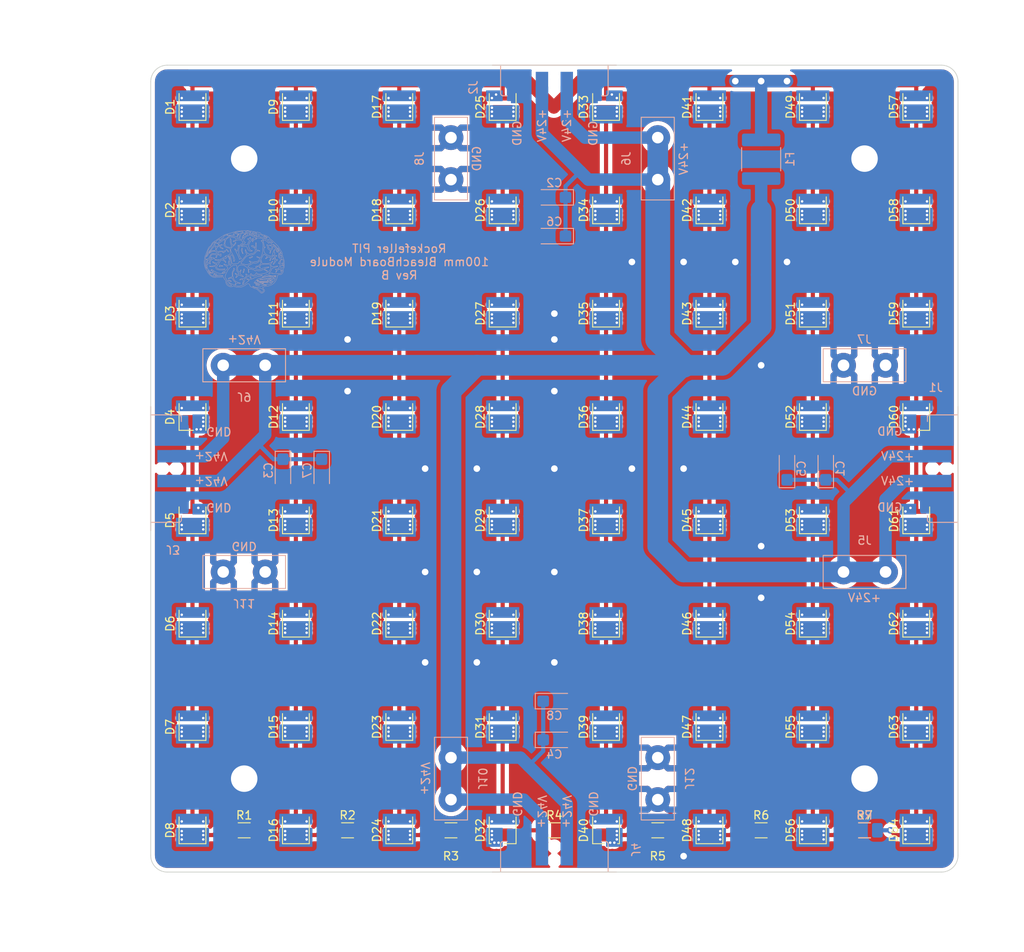
<source format=kicad_pcb>
(kicad_pcb (version 20211014) (generator pcbnew)
  (layers (0 "F.Cu" signal) (31 "B.Cu" signal) (34 "B.Paste" user) (35 "F.Paste" user) (36 "B.SilkS" user "B.Silkscreen") (37 "F.SilkS" user "F.Silkscreen") (38 "B.Mask" user) (39 "F.Mask" user) (44 "Edge.Cuts" user))
  (net 0 "")
  (net 1 "+24V")
  (net 2 "GND")
  (net 3 "Net-(D1-Pad1)")
  (net 4 "Net-(D1-Pad2)")
  (net 5 "Net-(D2-Pad1)")
  (net 6 "Net-(D3-Pad1)")
  (net 7 "Net-(D4-Pad1)")
  (net 8 "Net-(D5-Pad1)")
  (net 9 "Net-(D6-Pad1)")
  (net 10 "Net-(D7-Pad1)")
  (net 11 "Net-(D8-Pad1)")
  (net 12 "Net-(D10-Pad2)")
  (net 13 "Net-(D10-Pad1)")
  (net 14 "Net-(D11-Pad1)")
  (net 15 "Net-(D12-Pad1)")
  (net 16 "Net-(D13-Pad1)")
  (net 17 "Net-(D14-Pad1)")
  (net 18 "Net-(D15-Pad1)")
  (net 19 "Net-(D16-Pad1)")
  (net 20 "Net-(D17-Pad1)")
  (net 21 "Net-(D18-Pad1)")
  (net 22 "Net-(D19-Pad1)")
  (net 23 "Net-(D20-Pad1)")
  (net 24 "Net-(D21-Pad1)")
  (net 25 "Net-(D22-Pad1)")
  (net 26 "Net-(D23-Pad1)")
  (net 27 "Net-(D24-Pad1)")
  (net 28 "Net-(D25-Pad1)")
  (net 29 "Net-(D26-Pad1)")
  (net 30 "Net-(D27-Pad1)")
  (net 31 "Net-(D28-Pad1)")
  (net 32 "Net-(D29-Pad1)")
  (net 33 "Net-(D30-Pad1)")
  (net 34 "Net-(D31-Pad1)")
  (net 35 "Net-(D32-Pad1)")
  (net 36 "Net-(D33-Pad1)")
  (net 37 "Net-(D34-Pad1)")
  (net 38 "Net-(D35-Pad1)")
  (net 39 "Net-(D36-Pad1)")
  (net 40 "Net-(D37-Pad1)")
  (net 41 "Net-(D38-Pad1)")
  (net 42 "Net-(D39-Pad1)")
  (net 43 "Net-(D40-Pad1)")
  (net 44 "Net-(D41-Pad1)")
  (net 45 "Net-(D42-Pad1)")
  (net 46 "Net-(D43-Pad1)")
  (net 47 "Net-(D44-Pad1)")
  (net 48 "Net-(D45-Pad1)")
  (net 49 "Net-(D46-Pad1)")
  (net 50 "Net-(D47-Pad1)")
  (net 51 "Net-(D48-Pad1)")
  (net 52 "Net-(D49-Pad1)")
  (net 53 "Net-(D50-Pad1)")
  (net 54 "Net-(D51-Pad1)")
  (net 55 "Net-(D52-Pad1)")
  (net 56 "Net-(D53-Pad1)")
  (net 57 "Net-(D54-Pad1)")
  (net 58 "Net-(D55-Pad1)")
  (net 59 "Net-(D56-Pad1)")
  (net 60 "Net-(D57-Pad1)")
  (net 61 "Net-(D58-Pad1)")
  (net 62 "Net-(D59-Pad1)")
  (net 63 "Net-(D60-Pad1)")
  (net 64 "Net-(D61-Pad1)")
  (net 65 "Net-(D62-Pad1)")
  (net 66 "Net-(D63-Pad1)")
  (net 67 "Net-(D64-Pad1)")
  (footprint "Library:LED_Luminus_MP-3030-1100_3.0x3.0mm_Thermal-Vias" (layer "F.Cu") (at 81.25 93.75 90)
    (fp_text reference "D56")
    (fp_text value "LED")
  )
  (footprint "Library:LED_Luminus_MP-3030-1100_3.0x3.0mm_Thermal-Vias" (layer "F.Cu") (at 68.75 68.75 90)
    (fp_text reference "D46")
    (fp_text value "LED")
  )
  (footprint "MountingHole:MountingHole_3.2mm_M3_Pad" (layer "F.Cu") (at 12.5 87.5)
    (fp_text reference "H3")
    (fp_text value "MountingHole_Pad")
  )
  (footprint "Library:LED_Luminus_MP-3030-1100_3.0x3.0mm_Thermal-Vias" (layer "F.Cu") (at 93.75 6.25 90)
    (fp_text reference "D57")
    (fp_text value "LED")
  )
  (footprint "Library:LED_Luminus_MP-3030-1100_3.0x3.0mm_Thermal-Vias" (layer "F.Cu") (at 18.75 43.75 90)
    (fp_text reference "D12")
    (fp_text value "LED")
  )
  (footprint "Library:LED_Luminus_MP-3030-1100_3.0x3.0mm_Thermal-Vias" (layer "F.Cu") (at 93.75 18.75 90)
    (fp_text reference "D58")
    (fp_text value "LED")
  )
  (footprint "Library:LED_Luminus_MP-3030-1100_3.0x3.0mm_Thermal-Vias" (layer "F.Cu") (at 81.25 43.75 90)
    (fp_text reference "D52")
    (fp_text value "LED")
  )
  (footprint "MountingHole:MountingHole_3.2mm_M3_Pad" (layer "F.Cu") (at 87.5 12.5)
    (fp_text reference "H1")
    (fp_text value "MountingHole_Pad")
  )
  (footprint "Resistor_SMD:R_1206_3216Metric_Pad1.30x1.75mm_HandSolder" (layer "F.Cu") (at 87.5 93.75)
    (fp_text reference "R7")
    (fp_text value "39R")
  )
  (footprint "Library:LED_Luminus_MP-3030-1100_3.0x3.0mm_Thermal-Vias" (layer "F.Cu") (at 43.75 6.25 90)
    (fp_text reference "D25")
    (fp_text value "LED")
  )
  (footprint "Library:LED_Luminus_MP-3030-1100_3.0x3.0mm_Thermal-Vias" (layer "F.Cu") (at 68.75 6.25 90)
    (fp_text reference "D41")
    (fp_text value "LED")
  )
  (footprint "Library:LED_Luminus_MP-3030-1100_3.0x3.0mm_Thermal-Vias" (layer "F.Cu") (at 56.25 31.25 90)
    (fp_text reference "D35")
    (fp_text value "LED")
  )
  (footprint "Resistor_SMD:R_1206_3216Metric_Pad1.30x1.75mm_HandSolder" (layer "F.Cu") (at 50 93.75)
    (fp_text reference "R4")
    (fp_text value "39R")
  )
  (footprint "Library:LED_Luminus_MP-3030-1100_3.0x3.0mm_Thermal-Vias" (layer "F.Cu") (at 56.25 81.25 90)
    (fp_text reference "D39")
    (fp_text value "LED")
  )
  (footprint "Library:LED_Luminus_MP-3030-1100_3.0x3.0mm_Thermal-Vias" (layer "F.Cu") (at 6.25 43.75 90)
    (fp_text reference "D4")
    (fp_text value "LED")
  )
  (footprint "Library:LED_Luminus_MP-3030-1100_3.0x3.0mm_Thermal-Vias" (layer "F.Cu") (at 43.75 18.75 90)
    (fp_text reference "D26")
    (fp_text value "LED")
  )
  (footprint "Library:LED_Luminus_MP-3030-1100_3.0x3.0mm_Thermal-Vias" (layer "F.Cu") (at 56.25 18.75 90)
    (fp_text reference "D34")
    (fp_text value "LED")
  )
  (footprint "Library:LED_Luminus_MP-3030-1100_3.0x3.0mm_Thermal-Vias" (layer "F.Cu") (at 81.25 56.25 90)
    (fp_text reference "D53")
    (fp_text value "LED")
  )
  (footprint "Library:LED_Luminus_MP-3030-1100_3.0x3.0mm_Thermal-Vias" (layer "F.Cu") (at 56.25 68.75 90)
    (fp_text reference "D38")
    (fp_text value "LED")
  )
  (footprint "Library:LED_Luminus_MP-3030-1100_3.0x3.0mm_Thermal-Vias" (layer "F.Cu") (at 6.25 56.25 90)
    (fp_text reference "D5")
    (fp_text value "LED")
  )
  (footprint "MountingHole:MountingHole_3.2mm_M3_Pad" (layer "F.Cu") (at 12.5 12.5)
    (fp_text reference "H2")
    (fp_text value "MountingHole_Pad")
  )
  (footprint "Library:LED_Luminus_MP-3030-1100_3.0x3.0mm_Thermal-Vias" (layer "F.Cu") (at 81.25 31.25 90)
    (fp_text reference "D51")
    (fp_text value "LED")
  )
  (footprint "Library:LED_Luminus_MP-3030-1100_3.0x3.0mm_Thermal-Vias" (layer "F.Cu") (at 31.25 31.25 90)
    (fp_text reference "D19")
    (fp_text value "LED")
  )
  (footprint "Library:LED_Luminus_MP-3030-1100_3.0x3.0mm_Thermal-Vias" (layer "F.Cu") (at 43.75 81.25 90)
    (fp_text reference "D31")
    (fp_text value "LED")
  )
  (footprint "Library:LED_Luminus_MP-3030-1100_3.0x3.0mm_Thermal-Vias" (layer "F.Cu") (at 56.25 93.75 90)
    (fp_text reference "D40")
    (fp_text value "LED")
  )
  (footprint "Library:LED_Luminus_MP-3030-1100_3.0x3.0mm_Thermal-Vias" (layer "F.Cu") (at 6.25 68.75 90)
    (fp_text reference "D6")
    (fp_text value "LED")
  )
  (footprint "Library:LED_Luminus_MP-3030-1100_3.0x3.0mm_Thermal-Vias" (layer "F.Cu") (at 81.25 18.75 90)
    (fp_text reference "D50")
    (fp_text value "LED")
  )
  (footprint "Library:LED_Luminus_MP-3030-1100_3.0x3.0mm_Thermal-Vias" (layer "F.Cu") (at 6.25 18.75 90)
    (fp_text reference "D2")
    (fp_text value "LED")
  )
  (footprint "Library:LED_Luminus_MP-3030-1100_3.0x3.0mm_Thermal-Vias" (layer "F.Cu") (at 56.25 6.25 90)
    (fp_text reference "D33")
    (fp_text value "LED")
  )
  (footprint "Library:LED_Luminus_MP-3030-1100_3.0x3.0mm_Thermal-Vias" (layer "F.Cu") (at 6.25 93.75 90)
    (fp_text reference "D8")
    (fp_text value "LED")
  )
  (footprint "Library:LED_Luminus_MP-3030-1100_3.0x3.0mm_Thermal-Vias" (layer "F.Cu") (at 68.75 93.75 90)
    (fp_text reference "D48")
    (fp_text value "LED")
  )
  (footprint "Library:LED_Luminus_MP-3030-1100_3.0x3.0mm_Thermal-Vias" (layer "F.Cu") (at 6.25 81.25 90)
    (fp_text reference "D7")
    (fp_text value "LED")
  )
  (footprint "Resistor_SMD:R_1206_3216Metric_Pad1.30x1.75mm_HandSolder" (layer "F.Cu") (at 25 93.75)
    (fp_text reference "R2")
    (fp_text value "39R")
  )
  (footprint "Library:LED_Luminus_MP-3030-1100_3.0x3.0mm_Thermal-Vias" (layer "F.Cu") (at 93.75 56.25 90)
    (fp_text reference "D61")
    (fp_text value "LED")
  )
  (footprint "Library:LED_Luminus_MP-3030-1100_3.0x3.0mm_Thermal-Vias" (layer "F.Cu") (at 18.75 81.25 90)
    (fp_text reference "D15")
    (fp_text value "LED")
  )
  (footprint "Library:LED_Luminus_MP-3030-1100_3.0x3.0mm_Thermal-Vias" (layer "F.Cu") (at 68.75 56.25 90)
    (fp_text reference "D45")
    (fp_text value "LED")
  )
  (footprint "Library:LED_Luminus_MP-3030-1100_3.0x3.0mm_Thermal-Vias" (layer "F.Cu") (at 43.75 68.75 90)
    (fp_text reference "D30")
    (fp_text value "LED")
  )
  (footprint "Library:LED_Luminus_MP-3030-1100_3.0x3.0mm_Thermal-Vias" (layer "F.Cu") (at 43.75 56.25 90)
    (fp_text reference "D29")
    (fp_text value "LED")
  )
  (footprint "Resistor_SMD:R_1206_3216Metric_Pad1.30x1.75mm_HandSolder" (layer "F.Cu") (at 75 93.75)
    (fp_text reference "R6")
    (fp_text value "39R")
  )
  (footprint "Library:LED_Luminus_MP-3030-1100_3.0x3.0mm_Thermal-Vias" (layer "F.Cu") (at 31.25 18.75 90)
    (fp_text reference "D18")
    (fp_text value "LED")
  )
  (footprint "Library:LED_Luminus_MP-3030-1100_3.0x3.0mm_Thermal-Vias" (layer "F.Cu") (at 18.75 6.25 90)
    (fp_text reference "D9")
    (fp_text value "LED")
  )
  (footprint "Library:LED_Luminus_MP-3030-1100_3.0x3.0mm_Thermal-Vias" (layer "F.Cu") (at 18.75 18.75 90)
    (fp_text reference "D10")
    (fp_text value "LED")
  )
  (footprint "Library:LED_Luminus_MP-3030-1100_3.0x3.0mm_Thermal-Vias" (layer "F.Cu") (at 56.25 43.75 90)
    (fp_text reference "D36")
    (fp_text value "LED")
  )
  (footprint "Library:LED_Luminus_MP-3030-1100_3.0x3.0mm_Thermal-Vias" (layer "F.Cu") (at 31.25 56.25 90)
    (fp_text reference "D21")
    (fp_text value "LED")
  )
  (footprint "Library:LED_Luminus_MP-3030-1100_3.0x3.0mm_Thermal-Vias" (layer "F.Cu") (at 18.75 68.75 90)
    (fp_text reference "D14")
    (fp_text value "LED")
  )
  (footprint "Library:LED_Luminus_MP-3030-1100_3.0x3.0mm_Thermal-Vias" (layer "F.Cu") (at 56.25 56.25 90)
    (fp_text reference "D37")
    (fp_text value "LED")
  )
  (footprint "Library:LED_Luminus_MP-3030-1100_3.0x3.0mm_Thermal-Vias" (layer "F.Cu") (at 93.75 93.75 90)
    (fp_text reference "D64")
    (fp_text value "LED")
  )
  (footprint "Library:LED_Luminus_MP-3030-1100_3.0x3.0mm_Thermal-Vias" (layer "F.Cu") (at 6.25 6.25 90)
    (fp_text reference "D1")
    (fp_text value "LED")
  )
  (footprint "Library:LED_Luminus_MP-3030-1100_3.0x3.0mm_Thermal-Vias" (layer "F.Cu") (at 68.75 31.25 90)
    (fp_text reference "D43")
    (fp_text value "LED")
  )
  (footprint "Library:LED_Luminus_MP-3030-1100_3.0x3.0mm_Thermal-Vias" (layer "F.Cu") (at 43.75 31.25 90)
    (fp_text reference "D27")
    (fp_text value "LED")
  )
  (footprint "Library:LED_Luminus_MP-3030-1100_3.0x3.0mm_Thermal-Vias" (layer "F.Cu") (at 81.25 68.75 90)
    (fp_text reference "D54")
    (fp_text value "LED")
  )
  (footprint "Library:LED_Luminus_MP-3030-1100_3.0x3.0mm_Thermal-Vias" (layer "F.Cu") (at 68.75 18.75 90)
    (fp_text reference "D42")
    (fp_text value "LED")
  )
  (footprint "Library:LED_Luminus_MP-3030-1100_3.0x3.0mm_Thermal-Vias" (layer "F.Cu") (at 81.25 6.25 90)
    (fp_text reference "D49")
    (fp_text value "LED")
  )
  (footprint "Library:LED_Luminus_MP-3030-1100_3.0x3.0mm_Thermal-Vias" (layer "F.Cu") (at 31.25 6.25 90)
    (fp_text reference "D17")
    (fp_text value "LED")
  )
  (footprint "MountingHole:MountingHole_3.2mm_M3_Pad" (layer "F.Cu") (at 87.5 87.5)
    (fp_text reference "H4")
    (fp_text value "MountingHole_Pad")
  )
  (footprint "Library:LED_Luminus_MP-3030-1100_3.0x3.0mm_Thermal-Vias" (layer "F.Cu") (at 93.75 81.25 90)
    (fp_text reference "D63")
    (fp_text value "LED")
  )
  (footprint "Library:LED_Luminus_MP-3030-1100_3.0x3.0mm_Thermal-Vias" (layer "F.Cu") (at 68.75 81.25 90)
    (fp_text reference "D47")
    (fp_text value "LED")
  )
  (footprint "Library:LED_Luminus_MP-3030-1100_3.0x3.0mm_Thermal-Vias" (layer "F.Cu") (at 18.75 56.25 90)
    (fp_text reference "D13")
    (fp_text value "LED")
  )
  (footprint "Library:LED_Luminus_MP-3030-1100_3.0x3.0mm_Thermal-Vias" (layer "F.Cu") (at 81.25 81.25 90)
    (fp_text reference "D55")
    (fp_text value "LED")
  )
  (footprint "Resistor_SMD:R_1206_3216Metric_Pad1.30x1.75mm_HandSolder" (layer "F.Cu") (at 12.5 93.75)
    (fp_text reference "R1")
    (fp_text value "39R")
  )
  (footprint "Library:LED_Luminus_MP-3030-1100_3.0x3.0mm_Thermal-Vias" (layer "F.Cu") (at 43.75 93.75 90)
    (fp_text reference "D32")
    (fp_text value "LED")
  )
  (footprint "Library:LED_Luminus_MP-3030-1100_3.0x3.0mm_Thermal-Vias" (layer "F.Cu") (at 31.25 81.25 90)
    (fp_text reference "D23")
    (fp_text value "LED")
  )
  (footprint "Resistor_SMD:R_1206_3216Metric_Pad1.30x1.75mm_HandSolder" (layer "F.Cu") (at 37.5 93.75)
    (fp_text reference "R3")
    (fp_text value "39R")
  )
  (footprint "Library:LED_Luminus_MP-3030-1100_3.0x3.0mm_Thermal-Vias" (layer "F.Cu") (at 31.25 43.75 90)
    (fp_text reference "D20")
    (fp_text value "LED")
  )
  (footprint "Library:LED_Luminus_MP-3030-1100_3.0x3.0mm_Thermal-Vias" (layer "F.Cu") (at 31.25 68.75 90)
    (fp_text reference "D22")
    (fp_text value "LED")
  )
  (footprint "Library:LED_Luminus_MP-3030-1100_3.0x3.0mm_Thermal-Vias" (layer "F.Cu") (at 18.75 31.25 90)
    (fp_text reference "D11")
    (fp_text value "LED")
  )
  (footprint "Library:LED_Luminus_MP-3030-1100_3.0x3.0mm_Thermal-Vias" (layer "F.Cu") (at 6.25 31.25 90)
    (fp_text reference "D3")
    (fp_text value "LED")
  )
  (footprint "Library:LED_Luminus_MP-3030-1100_3.0x3.0mm_Thermal-Vias" (layer "F.Cu") (at 93.75 31.25 90)
    (fp_text reference "D59")
    (fp_text value "LED")
  )
  (footprint "Library:LED_Luminus_MP-3030-1100_3.0x3.0mm_Thermal-Vias" (layer "F.Cu") (at 18.75 93.75 90)
    (fp_text reference "D16")
    (fp_text value "LED")
  )
  (footprint "Library:LED_Luminus_MP-3030-1100_3.0x3.0mm_Thermal-Vias" (layer "F.Cu") (at 43.75 43.75 90)
    (fp_text reference "D28")
    (fp_text value "LED")
  )
  (footprint "Library:LED_Luminus_MP-3030-1100_3.0x3.0mm_Thermal-Vias" (layer "F.Cu") (at 93.75 43.75 90)
    (fp_text reference "D60")
    (fp_text value "LED")
  )
  (footprint "Library:LED_Luminus_MP-3030-1100_3.0x3.0mm_Thermal-Vias" (layer "F.Cu") (at 93.75 68.75 90)
    (fp_text reference "D62")
    (fp_text value "LED")
  )
  (footprint "Library:LED_Luminus_MP-3030-1100_3.0x3.0mm_Thermal-Vias" (layer "F.Cu") (at 68.75 43.75 90)
    (fp_text reference "D44")
    (fp_text value "LED")
  )
  (footprint "Resistor_SMD:R_1206_3216Metric_Pad1.30x1.75mm_HandSolder" (layer "F.Cu") (at 62.5 93.75)
    (fp_text reference "R5")
    (fp_text value "39R")
  )
  (footprint "Library:LED_Luminus_MP-3030-1100_3.0x3.0mm_Thermal-Vias" (layer "F.Cu") (at 31.25 93.75 90)
    (fp_text reference "D24")
    (fp_text value "LED")
  )
  (footprint "Library:Faston .25 Tab" (layer "B.Cu") (at 87.5 62.5 180)
    (fp_text reference "J5")
    (fp_text value "+24V")
  )
  (footprint "Library:Faston .25 Tab" (layer "B.Cu") (at 12.5 37.5)
    (fp_text reference "J9")
    (fp_text value "+24V")
  )
  (footprint "Capacitor_Tantalum_SMD:CP_EIA-3216-18_Kemet-A" (layer "B.Cu") (at 50 82.8125)
    (fp_text reference "C4")
    (fp_text value "0.1u")
  )
  (footprint "Capacitor_Tantalum_SMD:CP_EIA-3216-18_Kemet-A" (layer "B.Cu") (at 82.8125 50 90)
    (fp_text reference "C1")
    (fp_text value "0.1u")
  )
  (footprint "Library:Faston .25 Tab" (layer "B.Cu") (at 37.5 12.5 -90)
    (fp_text reference "J8")
    (fp_text value "GND")
  )
  (footprint "Library:Fuse_2018_5045Metric_Pad_HandSolder" (layer "B.Cu") (at 75 12.575 90)
    (fp_text reference "F1")
    (fp_text value "Polyfuse")
  )
  (footprint "Capacitor_Tantalum_SMD:CP_EIA-3216-18_Kemet-A" (layer "B.Cu") (at 50 21.875 180)
    (fp_text reference "C6")
    (fp_text value "0.1u")
  )
  (footprint "Capacitor_Tantalum_SMD:CP_EIA-3216-18_Kemet-A" (layer "B.Cu") (at 50 17.1875 180)
    (fp_text reference "C2")
    (fp_text value "0.1u")
  )
  (footprint "Capacitor_Tantalum_SMD:CP_EIA-3216-18_Kemet-A" (layer "B.Cu") (at 78.125 50 90)
    (fp_text reference "C5")
    (fp_text value "0.1u")
  )
  (footprint "Capacitor_Tantalum_SMD:CP_EIA-3216-18_Kemet-A" (layer "B.Cu") (at 17.1875 50.2125 -90)
    (fp_text reference "C3")
    (fp_text value "0.1u")
  )
  (footprint "Capacitor_Tantalum_SMD:CP_EIA-3216-18_Kemet-A" (layer "B.Cu") (at 21.875 50.2125 -90)
    (fp_text reference "C7")
    (fp_text value "0.1u")
  )
  (footprint "Capacitor_Tantalum_SMD:CP_EIA-3216-18_Kemet-A" (layer "B.Cu") (at 50 78.125)
    (fp_text reference "C8")
    (fp_text value "0.1u")
  )
  (footprint "Library:TE 2213611-2 4 Position Mini-HERM" (layer "B.Cu") (at 3.9 50)
    (fp_text reference "J3")
    (fp_text value "HERM-4-PIN")
  )
  (footprint "Library:Faston .25 Tab" (layer "B.Cu") (at 12.5 62.5)
    (fp_text reference "J11")
    (fp_text value "GND")
  )
  (footprint "Library:TE 2213611-2 4 Position Mini-HERM" (layer "B.Cu") (at 50 96.1 90)
    (fp_text reference "J4")
    (fp_text value "HERM-4-PIN")
  )
  (footprint "Library:Faston .25 Tab" (layer "B.Cu") (at 87.5 37.5 180)
    (fp_text reference "J7")
    (fp_text value "GND")
  )
  (footprint "Library:TE 2213611-2 4 Position Mini-HERM" (layer "B.Cu") (at 96.1 50 180)
    (fp_text reference "J1")
    (fp_text value "HERM-4-PIN")
  )
  (footprint "Library:Faston .25 Tab" (layer "B.Cu") (at 62.5 87.5 90)
    (fp_text reference "J12")
    (fp_text value "GND")
  )
  (footprint "Resistor_SMD:R_1206_3216Metric_Pad1.30x1.75mm_HandSolder" (layer "B.Cu") (at 87.5 93.75 180)
    (fp_text reference "R8")
    (fp_text value "39R")
  )
  (footprint "Library:Faston .25 Tab" (layer "B.Cu") (at 37.5 87.5 90)
    (fp_text reference "J10")
    (fp_text value "+24V")
  )
  (footprint "Library:TE 2213611-2 4 Position Mini-HERM" (layer "B.Cu") (at 50 3.9 -90)
    (fp_text reference "J2")
    (fp_text value "HERM-4-PIN")
  )
  (footprint "Library:Faston .25 Tab" (layer "B.Cu") (at 62.5 12.5 -90)
    (fp_text reference "J6")
    (fp_text value "+24V")
  )
  (gr_curve (pts (xy 11.90918 21.601426) (xy 11.927784 21.611492) (xy 11.970876 21.609202) (xy 11.981515 21.595844)) (layer "B.SilkS") (width 0.024))
  (gr_curve (pts (xy 9.268576 26.852548) (xy 9.202986 26.851995) (xy 9.13708 26.85723) (xy 9.071745 26.863954)) (layer "B.SilkS") (width 0.024))
  (gr_curve (pts (xy 13.482933 25.041079) (xy 13.631667 24.979227) (xy 13.785603 24.979819) (xy 13.941839 24.97149)) (layer "B.SilkS") (width 0.024))
  (gr_curve (pts (xy 15.108476 24.547358) (xy 15.156863 24.493369) (xy 15.207322 24.441226) (xy 15.257347 24.388719)) (layer "B.SilkS") (width 0.024))
  (gr_curve (pts (xy 8.23088 26.119183) (xy 8.199858 26.091034) (xy 8.163632 26.068619) (xy 8.12972 26.043654)) (layer "B.SilkS") (width 0.024))
  (gr_curve (pts (xy 14.161116 27.30903) (xy 14.340729 27.309408) (xy 14.520402 27.312594) (xy 14.699939 27.309027)) (layer "B.SilkS") (width 0.024))
  (gr_curve (pts (xy 12.477184 25.82154) (xy 12.492105 25.851548) (xy 12.50856 25.880933) (xy 12.521165 25.911884)) (layer "B.SilkS") (width 0.024))
  (gr_curve (pts (xy 16.267441 24.497487) (xy 16.266944 24.53495) (xy 16.278178 24.572765) (xy 16.285626 24.610102)) (layer "B.SilkS") (width 0.024))
  (gr_curve (pts (xy 14.256443 27.214253) (xy 14.246027 27.222405) (xy 14.236507 27.235891) (xy 14.225044 27.237819)) (layer "B.SilkS") (width 0.024))
  (gr_curve (pts (xy 11.82906 21.672881) (xy 11.63639 21.622888) (xy 11.444129 21.571151) (xy 11.250351 21.525905)) (layer "B.SilkS") (width 0.024))
  (gr_curve (pts (xy 9.28013 22.697064) (xy 9.347726 22.716406) (xy 9.397941 22.695346) (xy 9.424283 22.631265)) (layer "B.SilkS") (width 0.024))
  (gr_curve (pts (xy 14.788708 22.241805) (xy 14.692535 22.196038) (xy 14.596415 22.140981) (xy 14.494053 22.119721)) (layer "B.SilkS") (width 0.024))
  (gr_curve (pts (xy 15.328263 24.444281) (xy 15.278411 24.504367) (xy 15.210925 24.550763) (xy 15.147207 24.597781)) (layer "B.SilkS") (width 0.024))
  (gr_curve (pts (xy 15.150911 27.938743) (xy 15.005065 27.947225) (xy 14.886288 28.009448) (xy 14.759083 28.05999)) (layer "B.SilkS") (width 0.024))
  (gr_curve (pts (xy 14.933653 28.569647) (xy 14.8631 28.676388) (xy 14.758235 28.736771) (xy 14.645286 28.781261)) (layer "B.SilkS") (width 0.024))
  (gr_curve (pts (xy 10.734449 21.856037) (xy 10.748828 21.834545) (xy 10.767809 21.816131) (xy 10.784786 21.796376)) (layer "B.SilkS") (width 0.024))
  (gr_curve (pts (xy 15.916579 26.354759) (xy 15.896101 26.456562) (xy 15.977219 26.429264) (xy 16.02193 26.429857)) (layer "B.SilkS") (width 0.024))
  (gr_curve (pts (xy 11.281714 21.707812) (xy 11.300971 21.72338) (xy 11.313332 21.747477) (xy 11.328753 21.767791)) (layer "B.SilkS") (width 0.024))
  (gr_curve (pts (xy 8.941545 23.619543) (xy 9.001669 23.620156) (xy 9.027624 23.589926) (xy 9.033907 23.532605)) (layer "B.SilkS") (width 0.024))
  (gr_curve (pts (xy 16.057091 25.131807) (xy 16.132093 25.025884) (xy 16.206552 24.918067) (xy 16.20013 24.784763)) (layer "B.SilkS") (width 0.024))
  (gr_curve (pts (xy 12.495842 21.6545) (xy 12.488664 21.648564) (xy 12.485737 21.63749) (xy 12.476277 21.620613)) (layer "B.SilkS") (width 0.024))
  (gr_curve (pts (xy 9.920901 23.422605) (xy 9.749487 23.408885) (xy 9.647161 23.315029) (xy 9.564476 23.194559)) (layer "B.SilkS") (width 0.024))
  (gr_curve (pts (xy 15.569138 22.67965) (xy 15.53561 22.66903) (xy 15.473856 22.61274) (xy 15.491024 22.716977)) (layer "B.SilkS") (width 0.024))
  (gr_curve (pts (xy 15.430882 25.602666) (xy 15.46015 25.597844) (xy 15.493577 25.618272) (xy 15.525087 25.627053)) (layer "B.SilkS") (width 0.024))
  (gr_curve (pts (xy 12.324779 27.671983) (xy 12.320992 27.672765) (xy 12.308039 27.656384) (xy 12.309152 27.649439)) (layer "B.SilkS") (width 0.024))
  (gr_curve (pts (xy 12.416167 21.758291) (xy 12.429266 21.748987) (xy 12.452433 21.75386) (xy 12.470931 21.752159)) (layer "B.SilkS") (width 0.024))
  (gr_curve (pts (xy 14.927464 24.081406) (xy 14.892037 24.056256) (xy 14.875461 24.050972) (xy 14.849497 24.096081)) (layer "B.SilkS") (width 0.024))
  (gr_curve (pts (xy 9.199991 24.815426) (xy 9.130228 24.795861) (xy 9.057185 24.788151) (xy 8.987023 24.769737)) (layer "B.SilkS") (width 0.024))
  (gr_curve (pts (xy 11.176106 22.02364) (xy 10.664711 21.891823) (xy 10.232713 22.181241) (xy 10.178627 22.704111)) (layer "B.SilkS") (width 0.024))
  (gr_curve (pts (xy 15.639311 24.6301) (xy 15.697616 24.442028) (xy 15.696988 24.444126) (xy 15.501558 24.394738)) (layer "B.SilkS") (width 0.024))
  (gr_curve (pts (xy 16.082636 24.567059) (xy 16.064732 24.602908) (xy 16.055061 24.643514) (xy 16.029712 24.667662)) (layer "B.SilkS") (width 0.024))
  (gr_curve (pts (xy 9.436595 24.757242) (xy 9.439782 24.774388) (xy 9.433244 24.793341) (xy 9.430947 24.811506)) (layer "B.SilkS") (width 0.024))
  (gr_curve (pts (xy 9.02457 22.568725) (xy 8.845892 22.633281) (xy 8.697436 22.733673) (xy 8.636609 22.914827)) (layer "B.SilkS") (width 0.024))
  (gr_curve (pts (xy 8.300988 25.496227) (xy 8.325729 25.494197) (xy 8.350446 25.490831) (xy 8.375217 25.490373)) (layer "B.SilkS") (width 0.024))
  (gr_curve (pts (xy 12.217473 22.288613) (xy 12.264624 22.302653) (xy 12.285007 22.28537) (xy 12.281349 22.239711)) (layer "B.SilkS") (width 0.024))
  (gr_curve (pts (xy 11.495546 22.635372) (xy 11.493702 22.665412) (xy 11.497292 22.697024) (xy 11.489134 22.72524)) (layer "B.SilkS") (width 0.024))
  (gr_curve (pts (xy 12.704781 21.405557) (xy 12.788778 21.423556) (xy 12.881227 21.422587) (xy 12.955929 21.458802)) (layer "B.SilkS") (width 0.024))
  (gr_curve (pts (xy 14.569021 22.477807) (xy 14.555556 22.469655) (xy 14.551533 22.445907) (xy 14.543121 22.42941)) (layer "B.SilkS") (width 0.024))
  (gr_curve (pts (xy 12.852879 21.753262) (xy 12.925297 21.726005) (xy 12.950096 21.682474) (xy 12.947866 21.614516)) (layer "B.SilkS") (width 0.024))
  (gr_curve (pts (xy 13.912941 25.70006) (xy 13.859185 25.587753) (xy 13.887787 25.531625) (xy 14.013782 25.517603)) (layer "B.SilkS") (width 0.024))
  (gr_curve (pts (xy 15.708648 25.276153) (xy 15.737331 25.364566) (xy 15.768306 25.454674) (xy 15.816453 25.533148)) (layer "B.SilkS") (width 0.024))
  (gr_curve (pts (xy 10.60591 25.208515) (xy 10.5982 25.140081) (xy 10.594434 25.069165) (xy 10.604002 25.001475)) (layer "B.SilkS") (width 0.024))
  (gr_curve (pts (xy 14.907448 21.86244) (xy 14.932041 21.883269) (xy 14.953979 21.908993) (xy 14.981712 21.924036)) (layer "B.SilkS") (width 0.024))
  (gr_curve (pts (xy 15.257347 24.388719) (xy 15.292024 24.352321) (xy 15.286884 24.325102) (xy 15.244339 24.297183)) (layer "B.SilkS") (width 0.024))
  (gr_curve (pts (xy 11.39973 27.696822) (xy 11.413021 27.669156) (xy 11.433795 27.645057) (xy 11.451566 27.619576)) (layer "B.SilkS") (width 0.024))
  (gr_curve (pts (xy 12.568294 24.55348) (xy 12.433573 24.744653) (xy 12.277496 24.920723) (xy 12.132251 25.10456)) (layer "B.SilkS") (width 0.024))
  (gr_curve (pts (xy 16.736136 23.639751) (xy 16.738761 23.630094) (xy 16.736581 23.61913) (xy 16.736581 23.608759)) (layer "B.SilkS") (width 0.024))
  (gr_curve (pts (xy 10.143968 25.908581) (xy 10.129141 25.92137) (xy 10.105962 25.924274) (xy 10.086764 25.932227)) (layer "B.SilkS") (width 0.024))
  (gr_curve (pts (xy 10.032646 21.976508) (xy 10.033576 21.993261) (xy 9.995287 22.014563) (xy 9.97251 22.029777)) (layer "B.SilkS") (width 0.024))
  (gr_curve (pts (xy 16.109266 24.236399) (xy 16.094238 24.206438) (xy 16.07109 24.180551) (xy 16.051525 24.152866)) (layer "B.SilkS") (width 0.024))
  (gr_curve (pts (xy 12.685915 23.835589) (xy 12.658508 23.751462) (xy 12.640188 23.663693) (xy 12.626974 23.576111)) (layer "B.SilkS") (width 0.024))
  (gr_curve (pts (xy 10.299655 27.524387) (xy 10.297667 27.514272) (xy 10.288984 27.503867) (xy 10.290597 27.494885)) (layer "B.SilkS") (width 0.024))
  (gr_curve (pts (xy 8.463862 24.45574) (xy 8.485912 24.451578) (xy 8.509163 24.440688) (xy 8.529812 24.444375)) (layer "B.SilkS") (width 0.024))
  (gr_curve (pts (xy 14.546645 28.195578) (xy 14.431155 28.174993) (xy 14.318984 28.135195) (xy 14.203317 28.116324)) (layer "B.SilkS") (width 0.024))
  (gr_curve (pts (xy 11.704572 21.739798) (xy 11.723896 21.688153) (xy 11.755487 21.667197) (xy 11.808925 21.692249)) (layer "B.SilkS") (width 0.024))
  (gr_curve (pts (xy 15.817288 26.816676) (xy 15.570476 26.753537) (xy 15.325931 26.745898) (xy 15.080366 26.830205)) (layer "B.SilkS") (width 0.024))
  (gr_curve (pts (xy 9.373128 23.751785) (xy 9.397364 23.734072) (xy 9.42662 23.720845) (xy 9.455563 23.712337)) (layer "B.SilkS") (width 0.024))
  (gr_curve (pts (xy 17.042932 24.76536) (xy 17.016074 24.748072) (xy 16.986942 24.733473) (xy 16.962764 24.713017)) (layer "B.SilkS") (width 0.024))
  (gr_curve (pts (xy 15.98163 27.447176) (xy 15.961058 27.42978) (xy 15.943189 27.40502) (xy 15.919432 27.396306)) (layer "B.SilkS") (width 0.024))
  (gr_curve (pts (xy 17.045807 26.453676) (xy 17.012949 26.488459) (xy 16.958699 26.509611) (xy 16.910429 26.521583)) (layer "B.SilkS") (width 0.024))
  (gr_curve (pts (xy 12.628384 23.108986) (xy 12.502305 23.101986) (xy 12.374531 23.128621) (xy 12.247297 23.136925)) (layer "B.SilkS") (width 0.024))
  (gr_curve (pts (xy 16.666358 25.223095) (xy 16.659424 25.190885) (xy 16.640678 25.155408) (xy 16.648461 25.127269)) (layer "B.SilkS") (width 0.024))
  (gr_curve (pts (xy 15.388688 27.336704) (xy 15.529684 27.393961) (xy 15.677241 27.435098) (xy 15.82201 27.482994)) (layer "B.SilkS") (width 0.024))
  (gr_curve (pts (xy 10.643178 27.197744) (xy 10.647076 27.189444) (xy 10.650974 27.181144) (xy 10.654872 27.172844)) (layer "B.SilkS") (width 0.024))
  (gr_curve (pts (xy 15.961303 24.628328) (xy 15.976396 24.597694) (xy 15.99277 24.566978) (xy 16.01356 24.54016)) (layer "B.SilkS") (width 0.024))
  (gr_curve (pts (xy 14.81699 28.532592) (xy 14.836512 28.501481) (xy 14.843473 28.438556) (xy 14.8247 28.41163)) (layer "B.SilkS") (width 0.024))
  (gr_curve (pts (xy 8.372347 26.297363) (xy 8.46129 26.287202) (xy 8.551407 26.28324) (xy 8.638884 26.265876)) (layer "B.SilkS") (width 0.024))
  (gr_curve (pts (xy 12.057166 27.162732) (xy 12.022704 27.167187) (xy 11.987795 27.168174) (xy 11.953089 27.170739)) (layer "B.SilkS") (width 0.024))
  (gr_curve (pts (xy 9.586147 23.027267) (xy 9.390566 23.076162) (xy 9.262198 23.213039) (xy 9.168938 23.377982)) (layer "B.SilkS") (width 0.024))
  (gr_curve (pts (xy 15.252714 27.444632) (xy 15.279766 27.445249) (xy 15.308348 27.451891) (xy 15.332873 27.463077)) (layer "B.SilkS") (width 0.024))
  (gr_curve (pts (xy 10.587552 27.372986) (xy 10.581555 27.380918) (xy 10.546752 27.37977) (xy 10.545999 27.377077)) (layer "B.SilkS") (width 0.024))
  (gr_curve (pts (xy 12.018593 26.643306) (xy 11.892119 26.571312) (xy 11.804427 26.585223) (xy 11.714723 26.69977)) (layer "B.SilkS") (width 0.024))
  (gr_curve (pts (xy 10.314598 23.481336) (xy 10.314114 23.478555) (xy 10.330815 23.472778) (xy 10.334913 23.470724)) (layer "B.SilkS") (width 0.024))
  (gr_curve (pts (xy 11.270021 25.776973) (xy 11.379554 25.853594) (xy 11.341341 25.950891) (xy 11.283013 26.023496)) (layer "B.SilkS") (width 0.024))
  (gr_curve (pts (xy 14.8247 28.41163) (xy 14.755831 28.312851) (xy 14.679539 28.219267) (xy 14.546645 28.195578)) (layer "B.SilkS") (width 0.024))
  (gr_curve (pts (xy 9.362781 22.87955) (xy 9.344044 22.795245) (xy 9.278017 22.778495) (xy 9.209918 22.759316)) (layer "B.SilkS") (width 0.024))
  (gr_curve (pts (xy 10.649616 27.553228) (xy 10.630854 27.537698) (xy 10.629064 27.501664) (xy 10.619446 27.475086)) (layer "B.SilkS") (width 0.024))
  (gr_curve (pts (xy 16.999082 24.50957) (xy 17.057712 24.539882) (xy 17.073374 24.506171) (xy 17.065175 24.465264)) (layer "B.SilkS") (width 0.024))
  (gr_curve (pts (xy 15.793325 25.94076) (xy 15.775109 26.0237) (xy 15.712525 26.099781) (xy 15.659803 26.171469)) (layer "B.SilkS") (width 0.024))
  (gr_curve (pts (xy 16.172503 23.551543) (xy 16.157606 23.628807) (xy 16.136805 23.705087) (xy 16.125513 23.782795)) (layer "B.SilkS") (width 0.024))
  (gr_curve (pts (xy 16.690764 24.476883) (xy 16.678105 24.46569) (xy 16.66346 24.449541) (xy 16.66179 24.434359)) (layer "B.SilkS") (width 0.024))
  (gr_curve (pts (xy 16.105333 23.14634) (xy 16.06545 23.11829) (xy 16.015347 23.104769) (xy 15.969879 23.08466)) (layer "B.SilkS") (width 0.024))
  (gr_curve (pts (xy 8.899279 22.505236) (xy 9.034934 22.422336) (xy 9.165205 22.330681) (xy 9.299636 22.245712)) (layer "B.SilkS") (width 0.024))
  (gr_curve (pts (xy 14.313316 27.787644) (xy 14.293009 27.790759) (xy 14.27144 27.790935) (xy 14.251122 27.787789)) (layer "B.SilkS") (width 0.024))
  (gr_curve (pts (xy 14.949205 25.849356) (xy 14.970501 25.870055) (xy 14.989001 25.895209) (xy 15.0136 25.910645)) (layer "B.SilkS") (width 0.024))
  (gr_curve (pts (xy 14.143679 28.243018) (xy 14.156353 28.258366) (xy 14.179011 28.264995) (xy 14.194558 28.278522)) (layer "B.SilkS") (width 0.024))
  (gr_curve (pts (xy 15.325778 26.135513) (xy 15.297 26.131222) (xy 15.264781 26.13382) (xy 15.240036 26.121457)) (layer "B.SilkS") (width 0.024))
  (gr_curve (pts (xy 13.080085 27.668231) (xy 12.94378 27.599745) (xy 12.850602 27.643699) (xy 12.740873 27.733628)) (layer "B.SilkS") (width 0.024))
  (gr_curve (pts (xy 9.347532 25.817306) (xy 9.548892 25.876683) (xy 9.749639 25.922703) (xy 9.959594 25.858232)) (layer "B.SilkS") (width 0.024))
  (gr_curve (pts (xy 14.252644 27.018824) (xy 14.180136 27.037072) (xy 14.112512 27.077141) (xy 14.045282 27.112304)) (layer "B.SilkS") (width 0.024))
  (gr_curve (pts (xy 7.941136 24.229456) (xy 7.925534 24.242519) (xy 7.903912 24.252468) (xy 7.895284 24.26914)) (layer "B.SilkS") (width 0.024))
  (gr_curve (pts (xy 14.873241 21.737613) (xy 15.0781 21.781937) (xy 15.273283 21.851021) (xy 15.439744 21.983251)) (layer "B.SilkS") (width 0.024))
  (gr_curve (pts (xy 13.959204 22.739368) (xy 13.965588 22.783243) (xy 13.960068 22.82871) (xy 13.963979 22.873118)) (layer "B.SilkS") (width 0.024))
  (gr_curve (pts (xy 12.363818 22.135669) (xy 12.381249 22.121712) (xy 12.401812 22.110312) (xy 12.415621 22.093398)) (layer "B.SilkS") (width 0.024))
  (gr_curve (pts (xy 11.941204 24.686065) (xy 11.93088 24.662116) (xy 11.918887 24.638733) (xy 11.910555 24.614111)) (layer "B.SilkS") (width 0.024))
  (gr_curve (pts (xy 14.008128 27.168601) (xy 14.02732 27.173045) (xy 14.046371 27.180451) (xy 14.065728 27.181361)) (layer "B.SilkS") (width 0.024))
  (gr_curve (pts (xy 16.589716 25.957706) (xy 16.512801 25.960015) (xy 16.494613 26.009237) (xy 16.469652 26.065357)) (layer "B.SilkS") (width 0.024))
  (gr_curve (pts (xy 10.043695 25.275754) (xy 10.072695 25.268757) (xy 10.105963 25.249039) (xy 10.129919 25.257076)) (layer "B.SilkS") (width 0.024))
  (gr_curve (pts (xy 15.525087 25.627053) (xy 15.496927 25.64142) (xy 15.470046 25.659633) (xy 15.440389 25.669498)) (layer "B.SilkS") (width 0.024))
  (gr_curve (pts (xy 11.825168 23.060908) (xy 11.841185 23.094467) (xy 11.852466 23.122645) (xy 11.883185 23.073725)) (layer "B.SilkS") (width 0.024))
  (gr_curve (pts (xy 13.996055 22.206044) (xy 13.97737 22.218033) (xy 13.960138 22.234333) (xy 13.939731 22.241217)) (layer "B.SilkS") (width 0.024))
  (gr_curve (pts (xy 10.334913 23.470724) (xy 10.419219 23.465667) (xy 10.618941 23.668029) (xy 10.616005 23.751776)) (layer "B.SilkS") (width 0.024))
  (gr_curve (pts (xy 16.447958 23.582618) (xy 16.468973 23.640874) (xy 16.504517 23.693775) (xy 16.527588 23.751461)) (layer "B.SilkS") (width 0.024))
  (gr_curve (pts (xy 8.538804 25.905191) (xy 8.5665 25.916843) (xy 8.596984 25.924363) (xy 8.62142 25.940847)) (layer "B.SilkS") (width 0.024))
  (gr_curve (pts (xy 13.750734 21.82127) (xy 13.769385 21.820555) (xy 13.788989 21.84468) (xy 13.808152 21.857304)) (layer "B.SilkS") (width 0.024))
  (gr_curve (pts (xy 9.201691 26.70373) (xy 9.433912 26.783258) (xy 9.660074 26.724834) (xy 9.886329 26.67397)) (layer "B.SilkS") (width 0.024))
  (gr_curve (pts (xy 14.81704 22.638001) (xy 14.873048 22.798367) (xy 14.934588 22.956956) (xy 14.896106 23.133218)) (layer "B.SilkS") (width 0.024))
  (gr_curve (pts (xy 10.184301 23.632936) (xy 10.192688 23.619295) (xy 10.216708 23.615265) (xy 10.233524 23.606806)) (layer "B.SilkS") (width 0.024))
  (gr_curve (pts (xy 12.453297 21.797998) (xy 12.419942 21.887268) (xy 12.384755 21.975934) (xy 12.354822 22.066339)) (layer "B.SilkS") (width 0.024))
  (gr_curve (pts (xy 16.304237 26.775609) (xy 16.288867 26.769282) (xy 16.269293 26.773763) (xy 16.253188 26.768516)) (layer "B.SilkS") (width 0.024))
  (gr_curve (pts (xy 9.866441 22.929687) (xy 9.847466 22.945931) (xy 9.830881 22.970809) (xy 9.80908 22.976843)) (layer "B.SilkS") (width 0.024))
  (gr_curve (pts (xy 7.991388 25.401309) (xy 8.022398 25.571173) (xy 8.060457 25.740267) (xy 8.108419 25.906023)) (layer "B.SilkS") (width 0.024))
  (gr_curve (pts (xy 11.186532 21.579815) (xy 11.178127 21.601786) (xy 11.187377 21.639911) (xy 11.203151 21.659275)) (layer "B.SilkS") (width 0.024))
  (gr_curve (pts (xy 13.062492 26.304831) (xy 13.048733 26.287883) (xy 13.025788 26.272444) (xy 13.022716 26.253742)) (layer "B.SilkS") (width 0.024))
  (gr_curve (pts (xy 16.478001 24.814087) (xy 16.463518 24.826874) (xy 16.440448 24.832605) (xy 16.420322 24.835861)) (layer "B.SilkS") (width 0.024))
  (gr_curve (pts (xy 9.333297 24.088611) (xy 9.365429 24.073556) (xy 9.39756 24.058501) (xy 9.421551 24.047261)) (layer "B.SilkS") (width 0.024))
  (gr_curve (pts (xy 14.815115 27.543098) (xy 14.822027 27.543383) (xy 14.830265 27.54153) (xy 14.83559 27.544623)) (layer "B.SilkS") (width 0.024))
  (gr_curve (pts (xy 7.978233 23.785327) (xy 8.055888 23.605448) (xy 8.126693 23.420791) (xy 8.224549 23.252182)) (layer "B.SilkS") (width 0.024))
  (gr_curve (pts (xy 8.460264 23.02217) (xy 8.493107 22.988984) (xy 8.526582 22.949026) (xy 8.540623 22.905911)) (layer "B.SilkS") (width 0.024))
  (gr_curve (pts (xy 12.900279 23.344062) (xy 12.857667 23.176878) (xy 12.801387 23.118592) (xy 12.628384 23.108986)) (layer "B.SilkS") (width 0.024))
  (gr_curve (pts (xy 14.049983 23.57564) (xy 14.152634 23.57054) (xy 14.257597 23.604615) (xy 14.360791 23.625617)) (layer "B.SilkS") (width 0.024))
  (gr_curve (pts (xy 15.154241 26.546222) (xy 14.985898 26.639184) (xy 14.820634 26.73772) (xy 14.654357 26.834425)) (layer "B.SilkS") (width 0.024))
  (gr_curve (pts (xy 11.262767 27.795678) (xy 11.662739 27.971607) (xy 12.068554 27.946708) (xy 12.442073 27.735241)) (layer "B.SilkS") (width 0.024))
  (gr_curve (pts (xy 12.013789 27.093877) (xy 12.098732 27.011658) (xy 12.208794 27.016544) (xy 12.314465 27.016793)) (layer "B.SilkS") (width 0.024))
  (gr_curve (pts (xy 8.930227 24.573681) (xy 8.899526 24.585892) (xy 8.868847 24.608526) (xy 8.838121 24.60859)) (layer "B.SilkS") (width 0.024))
  (gr_curve (pts (xy 8.540623 22.905911) (xy 8.601756 22.71819) (xy 8.738739 22.603344) (xy 8.899279 22.505236)) (layer "B.SilkS") (width 0.024))
  (gr_curve (pts (xy 11.888164 24.97736) (xy 11.903859 24.937807) (xy 11.931333 24.912088) (xy 11.96039 24.95997)) (layer "B.SilkS") (width 0.024))
  (gr_curve (pts (xy 9.802147 22.326436) (xy 9.856343 22.249387) (xy 9.914407 22.248424) (xy 9.995468 22.233432)) (layer "B.SilkS") (width 0.024))
  (gr_curve (pts (xy 13.503176 24.396438) (xy 13.406863 24.453317) (xy 13.308793 24.50722) (xy 13.218892 24.55769)) (layer "B.SilkS") (width 0.024))
  (gr_curve (pts (xy 13.278918 21.362827) (xy 13.155106 21.333737) (xy 13.030807 21.30672) (xy 12.934138 21.285193)) (layer "B.SilkS") (width 0.024))
  (gr_curve (pts (xy 15.733306 27.535985) (xy 15.620757 27.491678) (xy 15.50832 27.446076) (xy 15.392949 27.410272)) (layer "B.SilkS") (width 0.024))
  (gr_curve (pts (xy 16.515448 25.547797) (xy 16.487049 25.566908) (xy 16.454632 25.581941) (xy 16.421912 25.592396)) (layer "B.SilkS") (width 0.024))
  (gr_curve (pts (xy 15.900641 27.502576) (xy 15.930467 27.49426) (xy 15.954886 27.466548) (xy 15.98163 27.447176)) (layer "B.SilkS") (width 0.024))
  (gr_curve (pts (xy 9.513364 24.790186) (xy 9.560011 24.752122) (xy 9.596847 24.672976) (xy 9.642734 24.668995)) (layer "B.SilkS") (width 0.024))
  (gr_curve (pts (xy 10.20487 26.05112) (xy 10.336765 26.005796) (xy 10.400367 25.905264) (xy 10.476313 25.808711)) (layer "B.SilkS") (width 0.024))
  (gr_curve (pts (xy 15.665672 27.248534) (xy 15.780727 27.270722) (xy 15.894335 27.300776) (xy 16.009729 27.320628)) (layer "B.SilkS") (width 0.024))
  (gr_curve (pts (xy 12.422595 26.262678) (xy 12.4137 26.283058) (xy 12.384071 26.294389) (xy 12.363999 26.309891)) (layer "B.SilkS") (width 0.024))
  (gr_curve (pts (xy 8.638884 26.265876) (xy 8.69011 26.255708) (xy 8.737171 26.224554) (xy 8.786106 26.202841)) (layer "B.SilkS") (width 0.024))
  (gr_curve (pts (xy 9.995468 22.233432) (xy 10.15978 22.203044) (xy 10.344001 22.200575) (xy 10.462529 22.047101)) (layer "B.SilkS") (width 0.024))
  (gr_curve (pts (xy 13.418437 28.048588) (xy 13.27109 28.012098) (xy 13.192839 27.938194) (xy 13.181301 27.789689)) (layer "B.SilkS") (width 0.024))
  (gr_curve (pts (xy 14.517758 24.419702) (xy 14.651666 24.195683) (xy 14.711691 23.948613) (xy 14.737116 23.694127)) (layer "B.SilkS") (width 0.024))
  (gr_curve (pts (xy 10.809444 25.440345) (xy 10.837337 25.416981) (xy 10.869169 25.396811) (xy 10.891664 25.369069)) (layer "B.SilkS") (width 0.024))
  (gr_curve (pts (xy 16.837023 23.505082) (xy 16.849149 23.539199) (xy 16.872047 23.571708) (xy 16.89675 23.59876)) (layer "B.SilkS") (width 0.024))
  (gr_curve (pts (xy 9.121961 24.189714) (xy 9.12892 24.137171) (xy 9.101218 24.103935) (xy 9.045035 24.101055)) (layer "B.SilkS") (width 0.024))
  (gr_curve (pts (xy 15.706174 24.298909) (xy 15.797117 24.320858) (xy 15.862823 24.292816) (xy 15.890348 24.210665)) (layer "B.SilkS") (width 0.024))
  (gr_curve (pts (xy 15.754861 22.74609) (xy 15.692988 22.723817) (xy 15.631775 22.69949) (xy 15.569138 22.67965)) (layer "B.SilkS") (width 0.024))
  (gr_curve (pts (xy 10.657896 23.231778) (xy 10.784119 23.301238) (xy 10.884736 23.286008) (xy 10.952575 23.153818)) (layer "B.SilkS") (width 0.024))
  (gr_curve (pts (xy 15.501408 22.525445) (xy 15.632087 22.585987) (xy 15.773805 22.622799) (xy 15.911343 22.668231)) (layer "B.SilkS") (width 0.024))
  (gr_curve (pts (xy 11.700013 27.574783) (xy 11.663482 27.572854) (xy 11.619269 27.593344) (xy 11.589358 27.617191)) (layer "B.SilkS") (width 0.024))
  (gr_curve (pts (xy 12.311323 27.130669) (xy 12.226358 27.133398) (xy 12.141959 27.15177) (xy 12.057166 27.162732)) (layer "B.SilkS") (width 0.024))
  (gr_curve (pts (xy 8.021547 24.727084) (xy 7.984082 24.716651) (xy 7.944935 24.712259) (xy 7.906456 24.705469)) (layer "B.SilkS") (width 0.024))
  (gr_curve (pts (xy 16.051525 24.152866) (xy 16.032642 24.179271) (xy 16.012607 24.204938) (xy 15.995113 24.232233)) (layer "B.SilkS") (width 0.024))
  (gr_curve (pts (xy 10.886323 24.446973) (xy 10.925971 24.681809) (xy 10.979197 24.914402) (xy 11.029431 25.14737)) (layer "B.SilkS") (width 0.024))
  (gr_curve (pts (xy 8.239507 25.144884) (xy 8.222504 25.135986) (xy 8.204536 25.128932) (xy 8.187006 25.121044)) (layer "B.SilkS") (width 0.024))
  (gr_curve (pts (xy 12.043322 26.310634) (xy 12.00699 26.424396) (xy 12.017269 26.462719) (xy 12.115479 26.530605)) (layer "B.SilkS") (width 0.024))
  (gr_curve (pts (xy 10.904421 25.030814) (xy 10.882457 24.779445) (xy 10.738081 24.551565) (xy 10.75863 24.290359)) (layer "B.SilkS") (width 0.024))
  (gr_curve (pts (xy 10.276953 24.273558) (xy 10.374924 24.240202) (xy 10.478205 24.219583) (xy 10.57206 24.17757)) (layer "B.SilkS") (width 0.024))
  (gr_curve (pts (xy 10.762608 23.374643) (xy 10.72549 23.334163) (xy 10.650613 23.327437) (xy 10.591337 23.308583)) (layer "B.SilkS") (width 0.024))
  (gr_curve (pts (xy 11.419413 27.436314) (xy 11.277583 27.343653) (xy 11.173524 27.217778) (xy 11.106474 27.062833)) (layer "B.SilkS") (width 0.024))
  (gr_curve (pts (xy 9.57716 22.630456) (xy 9.500729 22.683021) (xy 9.427107 22.757732) (xy 9.445472 22.873528)) (layer "B.SilkS") (width 0.024))
  (gr_curve (pts (xy 14.376254 24.455804) (xy 14.444962 24.485773) (xy 14.478672 24.485092) (xy 14.517758 24.419702)) (layer "B.SilkS") (width 0.024))
  (gr_curve (pts (xy 15.367657 27.505313) (xy 15.353046 27.511704) (xy 15.338485 27.523362) (xy 15.323814 27.523502)) (layer "B.SilkS") (width 0.024))
  (gr_curve (pts (xy 12.427454 22.329993) (xy 12.389352 22.406414) (xy 12.437966 22.528709) (xy 12.514837 22.559397)) (layer "B.SilkS") (width 0.024))
  (gr_curve (pts (xy 16.678281 23.646271) (xy 16.686716 23.66679) (xy 16.702418 23.684322) (xy 16.714774 23.703229)) (layer "B.SilkS") (width 0.024))
  (gr_curve (pts (xy 10.680043 24.651581) (xy 10.651876 24.568381) (xy 10.625183 24.484682) (xy 10.598084 24.401122)) (layer "B.SilkS") (width 0.024))
  (gr_curve (pts (xy 14.4458 27.079145) (xy 14.531599 27.06936) (xy 14.61857 27.068871) (xy 14.703997 27.05697)) (layer "B.SilkS") (width 0.024))
  (gr_curve (pts (xy 12.036433 27.582139) (xy 12.013319 27.591803) (xy 11.989216 27.611526) (xy 11.967265 27.609368)) (layer "B.SilkS") (width 0.024))
  (gr_curve (pts (xy 13.246326 25.184714) (xy 13.302413 25.1627) (xy 13.307271 25.111919) (xy 13.265698 25.065917)) (layer "B.SilkS") (width 0.024))
  (gr_curve (pts (xy 10.69326 27.498141) (xy 10.883165 27.597317) (xy 11.067166 27.709643) (xy 11.262767 27.795678)) (layer "B.SilkS") (width 0.024))
  (gr_curve (pts (xy 8.951166 23.713452) (xy 8.902718 23.712274) (xy 8.854016 23.716335) (xy 8.805771 23.713025)) (layer "B.SilkS") (width 0.024))
  (gr_curve (pts (xy 13.896657 26.0404) (xy 13.85954 26.106478) (xy 13.85617 26.106144) (xy 13.787906 26.052258)) (layer "B.SilkS") (width 0.024))
  (gr_curve (pts (xy 15.332873 27.463077) (xy 15.347787 27.469878) (xy 15.35628 27.490758) (xy 15.367657 27.505313)) (layer "B.SilkS") (width 0.024))
  (gr_curve (pts (xy 12.826107 27.105207) (xy 12.807124 27.097365) (xy 12.79843 27.064616) (xy 12.785007 27.043315)) (layer "B.SilkS") (width 0.024))
  (gr_curve (pts (xy 10.965296 23.04823) (xy 10.869323 22.873681) (xy 10.822306 22.690474) (xy 10.828027 22.490411)) (layer "B.SilkS") (width 0.024))
  (gr_curve (pts (xy 15.95001 23.22383) (xy 15.952781 23.37397) (xy 15.912091 23.498977) (xy 15.76541 23.565969)) (layer "B.SilkS") (width 0.024))
  (gr_curve (pts (xy 13.260748 21.992674) (xy 13.263656 22.011945) (xy 13.272426 22.032592) (xy 13.268288 22.050207)) (layer "B.SilkS") (width 0.024))
  (gr_curve (pts (xy 12.98381 22.279932) (xy 12.954287 22.259021) (xy 12.925374 22.237248) (xy 12.896229 22.215802)) (layer "B.SilkS") (width 0.024))
  (gr_curve (pts (xy 15.818843 23.34765) (xy 15.880063 23.231344) (xy 15.873195 23.123008) (xy 15.792913 23.08147)) (layer "B.SilkS") (width 0.024))
  (gr_curve (pts (xy 14.759083 28.05999) (xy 14.70618 28.08101) (xy 14.729302 28.109264) (xy 14.7527 28.13954)) (layer "B.SilkS") (width 0.024))
  (gr_curve (pts (xy 16.712343 25.023593) (xy 16.752846 24.968056) (xy 16.796193 24.914598) (xy 16.837039 24.859302)) (layer "B.SilkS") (width 0.024))
  (gr_curve (pts (xy 10.116742 27.066249) (xy 10.064477 27.010339) (xy 10.034381 26.930464) (xy 10.005421 26.857045)) (layer "B.SilkS") (width 0.024))
  (gr_curve (pts (xy 16.681462 25.898997) (xy 16.659547 25.926509) (xy 16.621355 25.956757) (xy 16.589716 25.957706)) (layer "B.SilkS") (width 0.024))
  (gr_curve (pts (xy 16.116367 23.511578) (xy 16.121396 23.500255) (xy 16.151017 23.499856) (xy 16.16927 23.494407)) (layer "B.SilkS") (width 0.024))
  (gr_curve (pts (xy 10.368033 25.357401) (xy 10.430454 25.394231) (xy 10.483377 25.459003) (xy 10.561993 25.414222)) (layer "B.SilkS") (width 0.024))
  (gr_curve (pts (xy 8.529812 24.444375) (xy 8.641365 24.464293) (xy 8.752519 24.486698) (xy 8.863204 24.51101)) (layer "B.SilkS") (width 0.024))
  (gr_curve (pts (xy 11.988879 22.223256) (xy 12.062537 22.251601) (xy 12.141447 22.265975) (xy 12.217473 22.288613)) (layer "B.SilkS") (width 0.024))
  (gr_curve (pts (xy 13.958546 23.494035) (xy 13.955772 23.552033) (xy 13.970439 23.579592) (xy 14.049983 23.57564)) (layer "B.SilkS") (width 0.024))
  (gr_curve (pts (xy 17.028129 24.672131) (xy 17.032659 24.703266) (xy 17.037922 24.734295) (xy 17.042932 24.76536)) (layer "B.SilkS") (width 0.024))
  (gr_curve (pts (xy 16.152761 23.853415) (xy 16.254535 23.849646) (xy 16.211279 23.911952) (xy 16.20014 23.954795)) (layer "B.SilkS") (width 0.024))
  (gr_curve (pts (xy 14.970284 22.071928) (xy 14.915999 22.019764) (xy 14.877519 21.951208) (xy 14.823477 21.898725)) (layer "B.SilkS") (width 0.024))
  (gr_curve (pts (xy 7.964253 24.324485) (xy 7.946637 24.325574) (xy 7.929749 24.338465) (xy 7.912524 24.34589)) (layer "B.SilkS") (width 0.024))
  (gr_curve (pts (xy 8.481228 23.440684) (xy 8.55148 23.30888) (xy 8.613715 23.174271) (xy 8.75585 23.097467)) (layer "B.SilkS") (width 0.024))
  (gr_curve (pts (xy 8.618869 26.088706) (xy 8.603065 26.078962) (xy 8.577434 26.086761) (xy 8.557672 26.081449)) (layer "B.SilkS") (width 0.024))
  (gr_curve (pts (xy 14.606389 27.147722) (xy 14.606277 27.146145) (xy 14.606165 27.144568) (xy 14.606053 27.142991)) (layer "B.SilkS") (width 0.024))
  (gr_curve (pts (xy 9.088388 24.506429) (xy 9.084588 24.485299) (xy 9.074935 24.463275) (xy 9.078004 24.443195)) (layer "B.SilkS") (width 0.024))
  (gr_curve (pts (xy 8.459616 24.837992) (xy 8.392836 24.944649) (xy 8.394766 25.052104) (xy 8.415579 25.166992)) (layer "B.SilkS") (width 0.024))
  (gr_curve (pts (xy 14.655553 26.857936) (xy 14.780221 26.824485) (xy 14.906836 26.796878) (xy 15.029091 26.75618)) (layer "B.SilkS") (width 0.024))
  (gr_curve (pts (xy 16.738416 24.269065) (xy 16.726992 24.375896) (xy 16.776935 24.44026) (xy 16.871023 24.475377)) (layer "B.SilkS") (width 0.024))
  (gr_curve (pts (xy 8.941779 26.411068) (xy 8.957848 26.392618) (xy 8.965836 26.367131) (xy 8.977509 26.344853)) (layer "B.SilkS") (width 0.024))
  (gr_curve (pts (xy 11.611171 26.621662) (xy 11.594011 26.554321) (xy 11.489067 26.510922) (xy 11.426378 26.452662)) (layer "B.SilkS") (width 0.024))
  (gr_curve (pts (xy 7.912524 24.34589) (xy 7.914998 24.326532) (xy 7.915781 24.306758) (xy 7.920406 24.287927)) (layer "B.SilkS") (width 0.024))
  (gr_curve (pts (xy 12.470931 21.752159) (xy 12.465046 21.767436) (xy 12.459027 21.782663) (xy 12.453297 21.797998)) (layer "B.SilkS") (width 0.024))
  (gr_curve (pts (xy 11.723303 24.163376) (xy 11.674748 24.065026) (xy 11.628559 23.965354) (xy 11.576036 23.869154)) (layer "B.SilkS") (width 0.024))
  (gr_curve (pts (xy 10.123347 25.830952) (xy 10.144373 25.82897) (xy 10.166839 25.842253) (xy 10.188648 25.84858)) (layer "B.SilkS") (width 0.024))
  (gr_curve (pts (xy 17.030803 24.64701) (xy 17.029318 24.659898) (xy 17.027269 24.666226) (xy 17.028129 24.672131)) (layer "B.SilkS") (width 0.024))
  (gr_curve (pts (xy 7.940858 24.229222) (xy 7.981095 24.175198) (xy 8.027346 24.124495) (xy 8.059606 24.066067)) (layer "B.SilkS") (width 0.024))
  (gr_curve (pts (xy 16.144365 27.029437) (xy 15.903986 27.142285) (xy 15.651976 27.214925) (xy 15.388055 27.243251)) (layer "B.SilkS") (width 0.024))
  (gr_curve (pts (xy 8.365895 26.34897) (xy 8.347265 26.345575) (xy 8.332314 26.321992) (xy 8.315682 26.307629)) (layer "B.SilkS") (width 0.024))
  (gr_curve (pts (xy 16.725167 26.540071) (xy 16.560163 26.543954) (xy 16.565458 26.543785) (xy 16.531461 26.70064)) (layer "B.SilkS") (width 0.024))
  (gr_curve (pts (xy 14.632057 27.705657) (xy 14.570385 27.703235) (xy 14.509023 27.688315) (xy 14.447935 27.676523)) (layer "B.SilkS") (width 0.024))
  (gr_curve (pts (xy 9.54069 25.55097) (xy 9.515217 25.553802) (xy 9.488761 25.547783) (xy 9.462755 25.54582)) (layer "B.SilkS") (width 0.024))
  (gr_curve (pts (xy 10.750895 24.60128) (xy 10.748828 24.625868) (xy 10.750755 24.640872) (xy 10.745854 24.653152)) (layer "B.SilkS") (width 0.024))
  (gr_curve (pts (xy 12.340515 26.799916) (xy 12.2315 26.75143) (xy 12.122144 26.702251) (xy 12.018593 26.643306)) (layer "B.SilkS") (width 0.024))
  (gr_curve (pts (xy 13.93774 26.038651) (xy 13.923841 26.036872) (xy 13.900234 26.03403) (xy 13.896657 26.0404)) (layer "B.SilkS") (width 0.024))
  (gr_curve (pts (xy 9.318825 24.704064) (xy 9.349685 24.703783) (xy 9.381756 24.705902) (xy 9.410941 24.714676)) (layer "B.SilkS") (width 0.024))
  (gr_curve (pts (xy 12.545702 22.758659) (xy 12.461612 22.817745) (xy 12.368146 22.865029) (xy 12.274633 22.908833)) (layer "B.SilkS") (width 0.024))
  (gr_curve (pts (xy 15.82201 27.482994) (xy 15.848079 27.491618) (xy 15.877976 27.508895) (xy 15.900641 27.502576)) (layer "B.SilkS") (width 0.024))
  (gr_curve (pts (xy 11.293234 21.376994) (xy 11.489143 21.307673) (xy 11.687832 21.275176) (xy 11.890885 21.254457)) (layer "B.SilkS") (width 0.024))
  (gr_curve (pts (xy 14.06865 24.369907) (xy 14.172179 24.39544) (xy 14.279556 24.413627) (xy 14.376254 24.455804)) (layer "B.SilkS") (width 0.024))
  (gr_curve (pts (xy 15.659803 26.171469) (xy 15.603397 26.248166) (xy 15.535009 26.31605) (xy 15.459287 26.402047)) (layer "B.SilkS") (width 0.024))
  (gr_curve (pts (xy 12.354822 22.066339) (xy 12.348222 22.086271) (xy 12.360326 22.112396) (xy 12.363818 22.135669)) (layer "B.SilkS") (width 0.024))
  (gr_curve (pts (xy 12.206855 21.560472) (xy 12.129533 21.584393) (xy 12.086745 21.634172) (xy 12.080695 21.71877)) (layer "B.SilkS") (width 0.024))
  (gr_curve (pts (xy 9.410941 24.714676) (xy 9.423054 24.718317) (xy 9.433655 24.741431) (xy 9.436595 24.757242)) (layer "B.SilkS") (width 0.024))
  (gr_curve (pts (xy 13.294827 26.969442) (xy 13.247831 26.925435) (xy 13.197929 26.882411) (xy 13.160583 26.830711)) (layer "B.SilkS") (width 0.024))
  (gr_curve (pts (xy 12.521165 25.911884) (xy 12.525972 25.923686) (xy 12.521948 25.939084) (xy 12.521948 25.952843)) (layer "B.SilkS") (width 0.024))
  (gr_curve (pts (xy 13.470518 23.994683) (xy 13.649064 23.96876) (xy 13.813759 23.808489) (xy 13.841371 23.636982)) (layer "B.SilkS") (width 0.024))
  (gr_curve (pts (xy 12.781166 26.480621) (xy 12.891412 26.670034) (xy 13.095659 26.645132) (xy 13.230213 26.59397)) (layer "B.SilkS") (width 0.024))
  (gr_curve (pts (xy 13.15485 22.100028) (xy 13.162449 22.071059) (xy 13.179805 22.042171) (xy 13.200029 22.019858)) (layer "B.SilkS") (width 0.024))
  (gr_curve (pts (xy 11.203151 21.659275) (xy 11.221466 21.681757) (xy 11.257826 21.688499) (xy 11.281714 21.707812)) (layer "B.SilkS") (width 0.024))
  (gr_curve (pts (xy 14.703997 27.05697) (xy 15.015163 27.01362) (xy 15.325747 26.966085) (xy 15.636943 26.922961)) (layer "B.SilkS") (width 0.024))
  (gr_curve (pts (xy 7.72748 25.48421) (xy 7.646244 25.104573) (xy 7.701481 24.727404) (xy 7.749464 24.350393)) (layer "B.SilkS") (width 0.024))
  (gr_curve (pts (xy 16.99466 26.10412) (xy 16.987274 26.123425) (xy 16.962562 26.136101) (xy 16.945722 26.151789)) (layer "B.SilkS") (width 0.024))
  (gr_curve (pts (xy 10.7303 24.877338) (xy 10.681499 25.038174) (xy 10.734662 25.19308) (xy 10.757162 25.34918)) (layer "B.SilkS") (width 0.024))
  (gr_curve (pts (xy 15.899151 24.9311) (xy 15.909781 24.9191) (xy 15.931279 24.916727) (xy 15.94772 24.909874)) (layer "B.SilkS") (width 0.024))
  (gr_curve (pts (xy 11.503744 26.834869) (xy 11.541803 26.76204) (xy 11.625946 26.679641) (xy 11.611171 26.621662)) (layer "B.SilkS") (width 0.024))
  (gr_curve (pts (xy 14.311108 21.837198) (xy 14.32079 21.936091) (xy 14.367925 21.975632) (xy 14.468891 21.989448)) (layer "B.SilkS") (width 0.024))
  (gr_curve (pts (xy 16.647243 24.230294) (xy 16.645423 24.062144) (xy 16.693636 23.892314) (xy 16.626258 23.72653)) (layer "B.SilkS") (width 0.024))
  (gr_curve (pts (xy 12.727963 21.614142) (xy 12.683402 21.653885) (xy 12.639222 21.698254) (xy 12.586361 21.722043)) (layer "B.SilkS") (width 0.024))
  (gr_curve (pts (xy 12.391247 27.189885) (xy 12.387305 27.165367) (xy 12.338514 27.129796) (xy 12.311323 27.130669)) (layer "B.SilkS") (width 0.024))
  (gr_curve (pts (xy 8.158292 24.799132) (xy 8.014467 24.962366) (xy 8.008253 25.056322) (xy 8.108214 25.240537)) (layer "B.SilkS") (width 0.024))
  (gr_curve (pts (xy 13.361026 24.151018) (xy 13.03869 24.169164) (xy 12.764098 24.275628) (xy 12.568294 24.55348)) (layer "B.SilkS") (width 0.024))
  (gr_curve (pts (xy 14.045282 27.112304) (xy 14.027851 27.12142) (xy 14.020246 27.149325) (xy 14.008128 27.168601)) (layer "B.SilkS") (width 0.024))
  (gr_curve (pts (xy 8.805771 23.713025) (xy 8.666507 23.703468) (xy 8.549101 23.746313) (xy 8.44767 23.843681)) (layer "B.SilkS") (width 0.024))
  (gr_curve (pts (xy 16.336407 25.945496) (xy 16.30696 25.933258) (xy 16.285356 25.902151) (xy 16.260205 25.879576)) (layer "B.SilkS") (width 0.024))
  (gr_curve (pts (xy 10.944951 26.834198) (xy 11.032577 26.816693) (xy 11.059098 26.79659) (xy 11.047511 26.703178)) (layer "B.SilkS") (width 0.024))
  (gr_curve (pts (xy 13.628957 25.942129) (xy 13.482637 25.902328) (xy 13.332129 25.875552) (xy 13.181842 25.853482)) (layer "B.SilkS") (width 0.024))
  (gr_curve (pts (xy 16.110829 23.019588) (xy 16.231418 23.0896) (xy 16.330064 23.176092) (xy 16.367671 23.317904)) (layer "B.SilkS") (width 0.024))
  (gr_curve (pts (xy 16.032751 23.726788) (xy 16.055267 23.653324) (xy 16.085142 23.581864) (xy 16.116367 23.511578)) (layer "B.SilkS") (width 0.024))
  (gr_curve (pts (xy 15.392949 27.410272) (xy 15.30474 27.382897) (xy 15.212129 27.353083) (xy 15.121566 27.353362)) (layer "B.SilkS") (width 0.024))
  (gr_curve (pts (xy 15.602017 27.2676) (xy 15.62333 27.260747) (xy 15.646396 27.244816) (xy 15.665672 27.248534)) (layer "B.SilkS") (width 0.024))
  (gr_curve (pts (xy 16.276029 24.968612) (xy 16.23777 25.052896) (xy 16.193126 25.137116) (xy 16.135503 25.208696)) (layer "B.SilkS") (width 0.024))
  (gr_curve (pts (xy 8.338165 23.721707) (xy 8.269788 23.8534) (xy 8.197883 23.983464) (xy 8.135091 24.117782)) (layer "B.SilkS") (width 0.024))
  (gr_curve (pts (xy 7.791326 24.245005) (xy 7.853437 24.091695) (xy 7.912689 23.937153) (xy 7.978233 23.785327)) (layer "B.SilkS") (width 0.024))
  (gr_curve (pts (xy 8.636609 22.914827) (xy 8.608275 22.999209) (xy 8.556771 23.052432) (xy 8.50125 23.114337)) (layer "B.SilkS") (width 0.024))
  (gr_curve (pts (xy 9.22793 24.233166) (xy 9.221473 24.317718) (xy 9.172903 24.399623) (xy 9.139351 24.480965)) (layer "B.SilkS") (width 0.024))
  (gr_curve (pts (xy 16.300072 26.840748) (xy 16.315627 26.840356) (xy 16.330654 26.819013) (xy 16.34592 26.807138)) (layer "B.SilkS") (width 0.024))
  (gr_curve (pts (xy 9.12497 23.107253) (xy 9.181357 23.162072) (xy 9.220893 23.145799) (xy 9.273053 23.096787)) (layer "B.SilkS") (width 0.024))
  (gr_curve (pts (xy 13.120363 22.741598) (xy 13.041397 22.887184) (xy 12.960461 23.036056) (xy 13.071309 23.206518)) (layer "B.SilkS") (width 0.024))
  (gr_curve (pts (xy 11.150508 22.496876) (xy 11.172698 22.479433) (xy 11.194519 22.447531) (xy 11.217139 22.446954)) (layer "B.SilkS") (width 0.024))
  (gr_curve (pts (xy 12.882201 26.776213) (xy 12.786527 26.861254) (xy 12.688783 26.944434) (xy 12.59906 27.035444)) (layer "B.SilkS") (width 0.024))
  (gr_curve (pts (xy 7.889297 25.681614) (xy 7.90786 25.732169) (xy 7.950209 25.773989) (xy 7.981608 25.819831)) (layer "B.SilkS") (width 0.024))
  (gr_curve (pts (xy 8.696687 25.048855) (xy 8.680894 25.037347) (xy 8.688407 24.993855) (xy 8.685159 24.96513)) (layer "B.SilkS") (width 0.024))
  (gr_curve (pts (xy 10.283082 24.379154) (xy 10.242423 24.353625) (xy 10.215814 24.336917) (xy 10.189205 24.32021)) (layer "B.SilkS") (width 0.024))
  (gr_curve (pts (xy 15.805108 22.337874) (xy 15.85236 22.362833) (xy 15.890894 22.405732) (xy 15.930469 22.443538)) (layer "B.SilkS") (width 0.024))
  (gr_curve (pts (xy 16.714588 25.168494) (xy 16.70126 25.188523) (xy 16.682586 25.204995) (xy 16.666358 25.223095)) (layer "B.SilkS") (width 0.024))
  (gr_curve (pts (xy 10.279236 25.012557) (xy 10.284035 25.032488) (xy 10.276089 25.055486) (xy 10.274047 25.077064)) (layer "B.SilkS") (width 0.024))
  (gr_curve (pts (xy 13.757176 21.55654) (xy 13.760336 21.553018) (xy 13.770429 21.556243) (xy 13.77715 21.555311)) (layer "B.SilkS") (width 0.024))
  (gr_curve (pts (xy 9.093355 22.610291) (xy 9.044998 22.70152) (xy 8.989255 22.789908) (xy 8.951392 22.885363)) (layer "B.SilkS") (width 0.024))
  (gr_curve (pts (xy 16.872085 24.965795) (xy 16.805355 25.060989) (xy 16.898736 25.112907) (xy 16.936853 25.170405)) (layer "B.SilkS") (width 0.024))
  (gr_curve (pts (xy 11.681242 23.689686) (xy 11.686777 23.488198) (xy 11.826933 23.303138) (xy 11.751726 23.090305)) (layer "B.SilkS") (width 0.024))
  (gr_curve (pts (xy 9.218699 22.690335) (xy 9.237915 22.686258) (xy 9.260421 22.691424) (xy 9.28013 22.697064)) (layer "B.SilkS") (width 0.024))
  (gr_curve (pts (xy 11.465565 26.390844) (xy 11.540637 26.426425) (xy 11.610403 26.479382) (xy 11.688899 26.499342)) (layer "B.SilkS") (width 0.024))
  (gr_curve (pts (xy 9.399286 25.010514) (xy 9.413725 24.981651) (xy 9.380291 24.911111) (xy 9.348033 24.881246)) (layer "B.SilkS") (width 0.024))
  (gr_curve (pts (xy 13.080047 21.648557) (xy 13.106183 21.656504) (xy 13.131915 21.669258) (xy 13.158531 21.671499)) (layer "B.SilkS") (width 0.024))
  (gr_curve (pts (xy 13.928999 26.38952) (xy 13.927126 26.251891) (xy 13.993759 26.325874) (xy 14.030159 26.353398)) (layer "B.SilkS") (width 0.024))
  (gr_curve (pts (xy 8.62142 25.940847) (xy 8.738752 26.019999) (xy 8.84794 26.113786) (xy 8.97199 26.179921)) (layer "B.SilkS") (width 0.024))
  (gr_curve (pts (xy 16.20014 23.954795) (xy 16.147414 24.157623) (xy 16.192859 24.224542) (xy 16.395109 24.241844)) (layer "B.SilkS") (width 0.024))
  (gr_curve (pts (xy 13.588495 23.034059) (xy 13.636193 23.090898) (xy 13.681072 23.150625) (xy 13.733413 23.202852)) (layer "B.SilkS") (width 0.024))
  (gr_curve (pts (xy 10.899237 24.180492) (xy 10.883462 24.267597) (xy 10.871806 24.360989) (xy 10.886323 24.446973)) (layer "B.SilkS") (width 0.024))
  (gr_curve (pts (xy 12.174248 25.203233) (xy 12.355864 25.245291) (xy 12.536419 25.29192) (xy 12.717542 25.336129)) (layer "B.SilkS") (width 0.024))
  (gr_curve (pts (xy 9.70088 24.017075) (xy 9.69941 24.04133) (xy 9.696796 24.065582) (xy 9.696729 24.089841)) (layer "B.SilkS") (width 0.024))
  (gr_curve (pts (xy 16.962764 24.713017) (xy 16.871102 24.635476) (xy 16.780715 24.556411) (xy 16.690764 24.476883)) (layer "B.SilkS") (width 0.024))
  (gr_curve (pts (xy 10.097404 22.738962) (xy 10.124299 22.62884) (xy 10.147726 22.517854) (xy 10.171353 22.406962)) (layer "B.SilkS") (width 0.024))
  (gr_curve (pts (xy 16.779822 23.950107) (xy 16.772025 23.96367) (xy 16.758505 23.976768) (xy 16.757361 23.99087)) (layer "B.SilkS") (width 0.024))
  (gr_curve (pts (xy 13.398245 21.691026) (xy 13.510934 21.755039) (xy 13.613719 21.826527) (xy 13.750734 21.82127)) (layer "B.SilkS") (width 0.024))
  (gr_curve (pts (xy 11.953089 27.170739) (xy 11.973161 27.144952) (xy 11.990539 27.11638) (xy 12.013789 27.093877)) (layer "B.SilkS") (width 0.024))
  (gr_curve (pts (xy 14.397687 25.700531) (xy 14.375832 25.683815) (xy 14.354027 25.665219) (xy 14.337865 25.64322)) (layer "B.SilkS") (width 0.024))
  (gr_curve (pts (xy 14.83559 27.544623) (xy 14.851238 27.553715) (xy 14.86573 27.564798) (xy 14.880674 27.575102)) (layer "B.SilkS") (width 0.024))
  (gr_curve (pts (xy 14.645286 28.781261) (xy 14.614857 28.793246) (xy 14.557947 28.775308) (xy 14.530483 28.751313)) (layer "B.SilkS") (width 0.024))
  (gr_curve (pts (xy 15.214964 25.182788) (xy 15.480705 25.19626) (xy 15.715904 25.137972) (xy 15.899151 24.9311)) (layer "B.SilkS") (width 0.024))
  (gr_curve (pts (xy 13.818466 28.101787) (xy 13.948184 28.116225) (xy 14.05853 28.139908) (xy 14.143679 28.243018)) (layer "B.SilkS") (width 0.024))
  (gr_curve (pts (xy 13.655904 21.42353) (xy 13.604386 21.414542) (xy 13.547121 21.423636) (xy 13.495978 21.437488)) (layer "B.SilkS") (width 0.024))
  (gr_curve (pts (xy 13.864439 27.504436) (xy 14.181352 27.516789) (xy 14.498231 27.53001) (xy 14.815115 27.543098)) (layer "B.SilkS") (width 0.024))
  (gr_curve (pts (xy 11.603163 25.548103) (xy 11.621898 25.409383) (xy 11.566211 25.342321) (xy 11.427038 25.357309)) (layer "B.SilkS") (width 0.024))
  (gr_curve (pts (xy 13.30563 26.897803) (xy 13.311073 26.909945) (xy 13.325793 26.917901) (xy 13.331343 26.930026)) (layer "B.SilkS") (width 0.024))
  (gr_curve (pts (xy 10.488113 22.029514) (xy 10.548082 21.993514) (xy 10.610202 21.959905) (xy 10.606743 21.874356)) (layer "B.SilkS") (width 0.024))
  (gr_curve (pts (xy 16.323441 26.225937) (xy 16.342445 26.170245) (xy 16.365221 26.115849) (xy 16.386229 26.06083)) (layer "B.SilkS") (width 0.024))
  (gr_curve (pts (xy 13.964883 21.876835) (xy 13.779498 21.711295) (xy 13.541867 21.643382) (xy 13.322448 21.543533)) (layer "B.SilkS") (width 0.024))
  (gr_curve (pts (xy 14.551694 27.386997) (xy 14.407068 27.400782) (xy 14.265012 27.390409) (xy 14.123195 27.367522)) (layer "B.SilkS") (width 0.024))
  (gr_curve (pts (xy 16.01356 24.54016) (xy 16.024209 24.526423) (xy 16.045768 24.521143) (xy 16.062395 24.512041)) (layer "B.SilkS") (width 0.024))
  (gr_curve (pts (xy 16.029712 24.667662) (xy 15.997802 24.698062) (xy 15.953075 24.715008) (xy 15.913877 24.737759)) (layer "B.SilkS") (width 0.024))
  (gr_curve (pts (xy 14.123195 27.367522) (xy 14.101811 27.36407) (xy 14.083973 27.338648) (xy 14.064495 27.323389)) (layer "B.SilkS") (width 0.024))
  (gr_curve (pts (xy 14.523892 24.645739) (xy 14.511713 24.666825) (xy 14.518497 24.703871) (xy 14.526323 24.730641)) (layer "B.SilkS") (width 0.024))
  (gr_curve (pts (xy 14.896106 23.133218) (xy 14.878981 23.211657) (xy 14.912422 23.225537) (xy 14.980727 23.190461)) (layer "B.SilkS") (width 0.024))
  (gr_curve (pts (xy 9.209918 22.759316) (xy 9.182162 22.751499) (xy 9.156891 22.734858) (xy 9.13049 22.722231)) (layer "B.SilkS") (width 0.024))
  (gr_curve (pts (xy 9.797552 25.522999) (xy 9.797287 25.521113) (xy 9.797022 25.519228) (xy 9.796757 25.517341)) (layer "B.SilkS") (width 0.024))
  (gr_curve (pts (xy 16.871023 24.475377) (xy 16.912298 24.490782) (xy 16.96078 24.489768) (xy 16.999082 24.50957)) (layer "B.SilkS") (width 0.024))
  (gr_curve (pts (xy 9.849083 25.525033) (xy 9.832849 25.52862) (xy 9.814789 25.523947) (xy 9.797552 25.522999)) (layer "B.SilkS") (width 0.024))
  (gr_curve (pts (xy 15.440694 27.155034) (xy 15.629373 27.098382) (xy 15.818278 27.042396) (xy 16.005959 26.982584)) (layer "B.SilkS") (width 0.024))
  (gr_curve (pts (xy 14.346183 24.552528) (xy 14.249115 24.507601) (xy 14.151486 24.463864) (xy 14.054945 24.417838)) (layer "B.SilkS") (width 0.024))
  (gr_curve (pts (xy 16.648461 25.127269) (xy 16.658867 25.089646) (xy 16.688288 25.056577) (xy 16.712343 25.023593)) (layer "B.SilkS") (width 0.024))
  (gr_curve (pts (xy 15.563254 26.053854) (xy 15.744763 25.841889) (xy 15.772056 25.525672) (xy 15.589222 25.318927)) (layer "B.SilkS") (width 0.024))
  (gr_curve (pts (xy 13.527444 27.971037) (xy 13.624194 28.016931) (xy 13.717854 28.09059) (xy 13.818466 28.101787)) (layer "B.SilkS") (width 0.024))
  (gr_curve (pts (xy 12.162982 23.120413) (xy 12.179137 23.096861) (xy 12.189978 23.064136) (xy 12.212289 23.051213)) (layer "B.SilkS") (width 0.024))
  (gr_curve (pts (xy 16.910429 26.521583) (xy 16.850765 26.536381) (xy 16.787195 26.538611) (xy 16.725167 26.540071)) (layer "B.SilkS") (width 0.024))
  (gr_curve (pts (xy 12.274633 22.908833) (xy 12.086682 22.996875) (xy 11.92988 23.112043) (xy 11.880893 23.328219)) (layer "B.SilkS") (width 0.024))
  (gr_curve (pts (xy 8.951392 22.885363) (xy 8.899748 23.015561) (xy 8.906217 23.018132) (xy 9.041834 23.066757)) (layer "B.SilkS") (width 0.024))
  (gr_curve (pts (xy 9.696729 24.089841) (xy 9.696621 24.129049) (xy 9.698872 24.168261) (xy 9.698829 24.20747)) (layer "B.SilkS") (width 0.024))
  (gr_curve (pts (xy 14.412565 25.604358) (xy 14.428781 25.619557) (xy 14.435587 25.646584) (xy 14.442194 25.669472)) (layer "B.SilkS") (width 0.024))
  (gr_curve (pts (xy 7.920406 24.287927) (xy 7.925327 24.267893) (xy 7.933887 24.248753) (xy 7.940858 24.229222)) (layer "B.SilkS") (width 0.024))
  (gr_curve (pts (xy 12.138537 23.556679) (xy 12.145557 23.55311) (xy 12.152577 23.54954) (xy 12.159598 23.545972)) (layer "B.SilkS") (width 0.024))
  (gr_curve (pts (xy 8.537937 25.976364) (xy 8.539878 25.952775) (xy 8.538696 25.92893) (xy 8.538804 25.905191)) (layer "B.SilkS") (width 0.024))
  (gr_curve (pts (xy 14.064495 27.323389) (xy 14.086352 27.31769) (xy 14.108012 27.310954) (xy 14.130155 27.306767)) (layer "B.SilkS") (width 0.024))
  (gr_curve (pts (xy 12.262607 23.394068) (xy 12.260648 23.442247) (xy 12.25108 23.490063) (xy 12.247629 23.538244)) (layer "B.SilkS") (width 0.024))
  (gr_curve (pts (xy 14.909147 25.946947) (xy 14.845761 25.912261) (xy 14.786703 25.91402) (xy 14.721393 25.945498)) (layer "B.SilkS") (width 0.024))
  (gr_curve (pts (xy 16.823485 23.76099) (xy 16.826634 23.786202) (xy 16.822916 23.815122) (xy 16.834168 23.835958)) (layer "B.SilkS") (width 0.024))
  (gr_curve (pts (xy 7.840478 24.687041) (xy 7.866934 24.782987) (xy 7.768325 24.885335) (xy 7.829494 24.989914)) (layer "B.SilkS") (width 0.024))
  (gr_curve (pts (xy 15.0136 25.910645) (xy 15.098411 25.963859) (xy 15.186635 26.011697) (xy 15.270656 26.066069)) (layer "B.SilkS") (width 0.024))
  (gr_curve (pts (xy 8.375217 25.490373) (xy 8.470815 25.488603) (xy 8.567543 25.496495) (xy 8.661776 25.484497)) (layer "B.SilkS") (width 0.024))
  (gr_curve (pts (xy 11.376195 22.077321) (xy 11.313906 22.049546) (xy 11.243118 22.040913) (xy 11.176106 22.02364)) (layer "B.SilkS") (width 0.024))
  (gr_curve (pts (xy 9.041834 23.066757) (xy 9.070889 23.077175) (xy 9.103933 23.086801) (xy 9.12497 23.107253)) (layer "B.SilkS") (width 0.024))
  (gr_curve (pts (xy 9.796757 25.517341) (xy 9.711429 25.528798) (xy 9.626235 25.541461) (xy 9.54069 25.55097)) (layer "B.SilkS") (width 0.024))
  (gr_curve (pts (xy 9.269797 26.61046) (xy 9.217689 26.658087) (xy 9.119503 26.657058) (xy 9.041072 26.673414)) (layer "B.SilkS") (width 0.024))
  (gr_curve (pts (xy 9.717602 23.774343) (xy 9.404012 23.775388) (xy 9.251415 23.925632) (xy 9.22793 24.233166)) (layer "B.SilkS") (width 0.024))
  (gr_curve (pts (xy 11.799282 26.308737) (xy 11.683448 26.20783) (xy 11.576081 26.091349) (xy 11.571286 25.927788)) (layer "B.SilkS") (width 0.024))
  (gr_curve (pts (xy 11.865256 25.046357) (xy 11.870067 25.022768) (xy 11.879231 24.999872) (xy 11.888164 24.97736)) (layer "B.SilkS") (width 0.024))
  (gr_curve (pts (xy 14.481186 26.043456) (xy 14.299461 26.115051) (xy 14.118735 26.061835) (xy 13.93774 26.038651)) (layer "B.SilkS") (width 0.024))
  (gr_curve (pts (xy 13.364744 25.01087) (xy 13.399773 25.030636) (xy 13.452471 25.053747) (xy 13.482933 25.041079)) (layer "B.SilkS") (width 0.024))
  (gr_curve (pts (xy 10.476313 25.808711) (xy 10.530867 25.739355) (xy 10.517351 25.670914) (xy 10.465494 25.610507)) (layer "B.SilkS") (width 0.024))
  (gr_curve (pts (xy 9.13049 22.722231) (xy 9.159806 22.71119) (xy 9.188404 22.696762) (xy 9.218699 22.690335)) (layer "B.SilkS") (width 0.024))
  (gr_curve (pts (xy 15.447706 22.733336) (xy 15.420311 22.713112) (xy 15.390169 22.690158) (xy 15.374981 22.660974)) (layer "B.SilkS") (width 0.024))
  (gr_curve (pts (xy 8.12972 26.043654) (xy 8.134876 26.085572) (xy 8.127231 26.135272) (xy 8.147228 26.16817)) (layer "B.SilkS") (width 0.024))
  (gr_curve (pts (xy 14.934443 28.379719) (xy 14.985441 28.444625) (xy 14.976916 28.504195) (xy 14.933653 28.569647)) (layer "B.SilkS") (width 0.024))
  (gr_curve (pts (xy 13.342139 26.976011) (xy 13.32605 26.974161) (xy 13.304322 26.978333) (xy 13.294827 26.969442)) (layer "B.SilkS") (width 0.024))
  (gr_curve (pts (xy 14.70411 26.593374) (xy 14.67392 26.586876) (xy 14.663726 26.581748) (xy 14.654509 26.58313)) (layer "B.SilkS") (width 0.024))
  (gr_curve (pts (xy 9.067663 24.003884) (xy 9.147309 24.012115) (xy 9.167057 23.98028) (xy 9.159435 23.909888)) (layer "B.SilkS") (width 0.024))
  (gr_curve (pts (xy 15.593875 24.778941) (xy 15.603385 24.728272) (xy 15.62393 24.679716) (xy 15.639311 24.6301)) (layer "B.SilkS") (width 0.024))
  (gr_curve (pts (xy 12.262644 22.09621) (xy 12.274567 21.964572) (xy 12.300309 21.84058) (xy 12.416167 21.758291)) (layer "B.SilkS") (width 0.024))
  (gr_curve (pts (xy 10.606743 21.874356) (xy 10.606307 21.863569) (xy 10.620081 21.852208) (xy 10.627272 21.841113)) (layer "B.SilkS") (width 0.024))
  (gr_curve (pts (xy 9.527587 22.25635) (xy 9.515439 22.245425) (xy 9.475362 22.245501) (xy 9.463896 22.256977)) (layer "B.SilkS") (width 0.024))
  (gr_curve (pts (xy 11.743389 22.208647) (xy 11.756827 22.211852) (xy 11.784114 22.188919) (xy 11.793505 22.171723)) (layer "B.SilkS") (width 0.024))
  (gr_curve (pts (xy 14.130155 27.306767) (xy 14.139974 27.304909) (xy 14.150764 27.309008) (xy 14.161116 27.30903)) (layer "B.SilkS") (width 0.024))
  (gr_curve (pts (xy 12.247629 23.538244) (xy 12.237903 23.67405) (xy 12.276739 23.797575) (xy 12.341692 23.915542)) (layer "B.SilkS") (width 0.024))
  (gr_curve (pts (xy 14.957784 27.120764) (xy 14.841794 27.137612) (xy 14.723591 27.139219) (xy 14.606389 27.147722)) (layer "B.SilkS") (width 0.024))
  (gr_curve (pts (xy 10.251863 24.584969) (xy 10.169583 24.592418) (xy 10.086706 24.596252) (xy 10.005383 24.609567)) (layer "B.SilkS") (width 0.024))
  (gr_curve (pts (xy 9.969742 23.898479) (xy 9.953444 23.898837) (xy 9.93698 23.891648) (xy 9.920593 23.887945)) (layer "B.SilkS") (width 0.024))
  (gr_curve (pts (xy 14.932705 27.722552) (xy 15.133395 27.714667) (xy 15.334368 27.710905) (xy 15.53463 27.696924)) (layer "B.SilkS") (width 0.024))
  (gr_curve (pts (xy 9.935848 24.661652) (xy 9.956382 24.678004) (xy 9.975664 24.696313) (xy 9.997657 24.710385)) (layer "B.SilkS") (width 0.024))
  (gr_curve (pts (xy 16.005994 22.938893) (xy 16.035303 22.971039) (xy 16.072804 22.997511) (xy 16.110829 23.019588)) (layer "B.SilkS") (width 0.024))
  (gr_curve (pts (xy 9.617601 23.141952) (xy 9.721616 23.213703) (xy 9.824518 23.287104) (xy 9.926512 23.361706)) (layer "B.SilkS") (width 0.024))
  (gr_curve (pts (xy 9.997657 24.710385) (xy 10.117587 24.787119) (xy 10.242366 24.859427) (xy 10.279236 25.012557)) (layer "B.SilkS") (width 0.024))
  (gr_curve (pts (xy 12.59906 27.035444) (xy 12.568577 27.066364) (xy 12.539008 27.121455) (xy 12.54443 27.160596)) (layer "B.SilkS") (width 0.024))
  (gr_curve (pts (xy 16.366139 26.674433) (xy 16.32565 26.664413) (xy 16.28498 26.645174) (xy 16.244702 26.645961)) (layer "B.SilkS") (width 0.024))
  (gr_curve (pts (xy 14.73618 27.674326) (xy 14.701443 27.68552) (xy 14.666301 27.707002) (xy 14.632057 27.705657)) (layer "B.SilkS") (width 0.024))
  (gr_curve (pts (xy 10.711366 24.721816) (xy 10.700803 24.698445) (xy 10.688228 24.675756) (xy 10.680043 24.651581)) (layer "B.SilkS") (width 0.024))
  (gr_curve (pts (xy 9.59981 22.463307) (xy 9.674155 22.415423) (xy 9.760028 22.386317) (xy 9.802147 22.326436)) (layer "B.SilkS") (width 0.024))
  (gr_curve (pts (xy 13.462764 24.345173) (xy 13.478821 24.33967) (xy 13.499967 24.349015) (xy 13.518762 24.351501)) (layer "B.SilkS") (width 0.024))
  (gr_curve (pts (xy 17.211618 25.428848) (xy 17.183051 25.426677) (xy 17.154366 25.425433) (xy 17.125981 25.42183)) (layer "B.SilkS") (width 0.024))
  (gr_curve (pts (xy 16.367671 23.317904) (xy 16.391302 23.407011) (xy 16.416706 23.495982) (xy 16.447958 23.582618)) (layer "B.SilkS") (width 0.024))
  (gr_curve (pts (xy 16.20013 24.784763) (xy 16.193012 24.63697) (xy 16.167983 24.48989) (xy 16.14715 24.343011)) (layer "B.SilkS") (width 0.024))
  (gr_curve (pts (xy 10.990599 27.840195) (xy 10.974891 27.820691) (xy 10.962131 27.79746) (xy 10.942979 27.78231)) (layer "B.SilkS") (width 0.024))
  (gr_curve (pts (xy 16.436573 22.931935) (xy 16.603364 23.098851) (xy 16.755953 23.27698) (xy 16.837023 23.505082)) (layer "B.SilkS") (width 0.024))
  (gr_curve (pts (xy 17.324561 25.016666) (xy 17.315536 25.051728) (xy 17.321054 25.091043) (xy 17.322793 25.128275)) (layer "B.SilkS") (width 0.024))
  (gr_curve (pts (xy 15.995113 24.232233) (xy 15.957759 24.290517) (xy 15.932962 24.363177) (xy 15.882426 24.405154)) (layer "B.SilkS") (width 0.024))
  (gr_curve (pts (xy 8.820311 22.987877) (xy 8.806801 22.830361) (xy 8.933791 22.742225) (xy 8.988005 22.619256)) (layer "B.SilkS") (width 0.024))
  (gr_curve (pts (xy 13.531001 22.570411) (xy 13.510921 22.541008) (xy 13.481673 22.513866) (xy 13.473682 22.48148)) (layer "B.SilkS") (width 0.024))
  (gr_curve (pts (xy 10.415931 21.777891) (xy 10.437654 21.759481) (xy 10.459187 21.74084) (xy 10.481202 21.722787)) (layer "B.SilkS") (width 0.024))
  (gr_curve (pts (xy 13.406342 25.233704) (xy 13.26957 25.314842) (xy 13.131496 25.393796) (xy 12.995275 25.475834)) (layer "B.SilkS") (width 0.024))
  (gr_curve (pts (xy 15.073344 24.605688) (xy 15.084882 24.586089) (xy 15.093595 24.563961) (xy 15.108476 24.547358)) (layer "B.SilkS") (width 0.024))
  (gr_curve (pts (xy 16.285626 24.610102) (xy 16.31292 24.74693) (xy 16.315752 24.747479) (xy 16.456582 24.728529)) (layer "B.SilkS") (width 0.024))
  (gr_curve (pts (xy 16.898366 24.262655) (xy 16.867355 24.168578) (xy 16.836699 24.074376) (xy 16.804527 23.980696)) (layer "B.SilkS") (width 0.024))
  (gr_curve (pts (xy 10.462529 22.047101) (xy 10.468557 22.039297) (xy 10.479213 22.034857) (xy 10.488113 22.029514)) (layer "B.SilkS") (width 0.024))
  (gr_curve (pts (xy 11.557145 26.876627) (xy 11.544078 26.889893) (xy 11.514854 26.887243) (xy 11.493063 26.891916)) (layer "B.SilkS") (width 0.024))
  (gr_curve (pts (xy 11.808925 21.692249) (xy 11.763247 21.786654) (xy 11.720697 21.882757) (xy 11.670707 21.974821)) (layer "B.SilkS") (width 0.024))
  (gr_curve (pts (xy 12.634253 22.625141) (xy 12.605418 22.670618) (xy 12.586398 22.730063) (xy 12.545702 22.758659)) (layer "B.SilkS") (width 0.024))
  (gr_curve (pts (xy 13.849325 23.282986) (xy 13.853259 23.229273) (xy 13.85817 23.17561) (xy 13.860936 23.121838)) (layer "B.SilkS") (width 0.024))
  (gr_curve (pts (xy 13.944966 25.847412) (xy 14.094276 25.87763) (xy 14.232798 25.956304) (xy 14.396605 25.889646)) (layer "B.SilkS") (width 0.024))
  (gr_curve (pts (xy 14.654509 26.58313) (xy 14.467731 26.611148) (xy 14.282831 26.612995) (xy 14.100706 26.552142)) (layer "B.SilkS") (width 0.024))
  (gr_curve (pts (xy 11.880893 23.328219) (xy 11.780646 23.770612) (xy 11.797662 24.189109) (xy 12.132851 24.541621)) (layer "B.SilkS") (width 0.024))
  (gr_curve (pts (xy 16.36503 26.254139) (xy 16.359555 26.263338) (xy 16.341658 26.265144) (xy 16.329508 26.270371)) (layer "B.SilkS") (width 0.024))
  (gr_curve (pts (xy 13.298865 26.41156) (xy 13.320752 26.425569) (xy 13.348578 26.434972) (xy 13.363582 26.454319)) (layer "B.SilkS") (width 0.024))
  (gr_curve (pts (xy 10.952575 23.153818) (xy 10.96813 23.123509) (xy 10.979414 23.073906) (xy 10.965296 23.04823)) (layer "B.SilkS") (width 0.024))
  (gr_curve (pts (xy 13.584075 26.994666) (xy 13.799551 26.876019) (xy 14.026592 26.777736) (xy 14.278896 26.763818)) (layer "B.SilkS") (width 0.024))
  (gr_curve (pts (xy 16.676893 26.427372) (xy 16.905032 26.419894) (xy 17.022606 26.336353) (xy 17.083993 26.138303)) (layer "B.SilkS") (width 0.024))
  (gr_curve (pts (xy 14.115306 21.883393) (xy 14.14633 21.907393) (xy 14.181533 21.92599) (xy 14.214847 21.947028)) (layer "B.SilkS") (width 0.024))
  (gr_curve (pts (xy 10.02839 26.387638) (xy 10.164241 26.357917) (xy 10.179178 26.347846) (xy 10.206562 26.19225)) (layer "B.SilkS") (width 0.024))
  (gr_curve (pts (xy 13.081148 26.249295) (xy 13.082097 26.267432) (xy 13.069072 26.2863) (xy 13.062492 26.304831)) (layer "B.SilkS") (width 0.024))
  (gr_curve (pts (xy 12.684638 21.579233) (xy 12.692957 21.569778) (xy 12.714209 21.571702) (xy 12.729488 21.568371)) (layer "B.SilkS") (width 0.024))
  (gr_curve (pts (xy 16.973599 24.187463) (xy 16.96815 24.214073) (xy 16.966343 24.242202) (xy 16.956082 24.266804)) (layer "B.SilkS") (width 0.024))
  (gr_curve (pts (xy 14.278896 26.763818) (xy 14.432927 26.755322) (xy 14.565659 26.695344) (xy 14.70411 26.593374)) (layer "B.SilkS") (width 0.024))
  (gr_curve (pts (xy 8.684964 23.981382) (xy 8.812626 23.987523) (xy 8.940674 23.990762) (xy 9.067663 24.003884)) (layer "B.SilkS") (width 0.024))
  (gr_curve (pts (xy 8.346991 26.234781) (xy 8.305701 26.199268) (xy 8.271296 26.155855) (xy 8.23088 26.119183)) (layer "B.SilkS") (width 0.024))
  (gr_curve (pts (xy 13.933814 22.186401) (xy 13.955025 22.190612) (xy 13.975349 22.199287) (xy 13.996055 22.206044)) (layer "B.SilkS") (width 0.024))
  (gr_curve (pts (xy 10.604002 25.001475) (xy 10.611448 24.948801) (xy 10.639517 24.89812) (xy 10.664018 24.849365)) (layer "B.SilkS") (width 0.024))
  (gr_curve (pts (xy 14.405216 25.32329) (xy 14.514334 25.213035) (xy 14.54633 25.059728) (xy 14.485776 24.914205)) (layer "B.SilkS") (width 0.024))
  (gr_curve (pts (xy 14.543121 22.42941) (xy 14.562697 22.427711) (xy 14.586508 22.418002) (xy 14.601108 22.425719)) (layer "B.SilkS") (width 0.024))
  (gr_curve (pts (xy 9.071745 26.863954) (xy 8.811977 26.890685) (xy 8.595777 26.810284) (xy 8.403597 26.629965)) (layer "B.SilkS") (width 0.024))
  (gr_curve (pts (xy 14.737116 23.694127) (xy 14.761859 23.446496) (xy 14.783719 23.196666) (xy 14.777653 22.948515)) (layer "B.SilkS") (width 0.024))
  (gr_curve (pts (xy 11.369566 23.412865) (xy 11.399337 23.431949) (xy 11.435439 23.445541) (xy 11.457667 23.471168)) (layer "B.SilkS") (width 0.024))
  (gr_curve (pts (xy 17.236696 25.168674) (xy 17.224178 25.075646) (xy 17.182347 24.989225) (xy 17.232652 24.88773)) (layer "B.SilkS") (width 0.024))
  (gr_curve (pts (xy 10.217135 21.787491) (xy 10.13871 21.828149) (xy 10.025283 21.843823) (xy 10.032646 21.976508)) (layer "B.SilkS") (width 0.024))
  (gr_curve (pts (xy 11.217139 22.446954) (xy 11.339763 22.443827) (xy 11.415196 22.355439) (xy 11.506976 22.296684)) (layer "B.SilkS") (width 0.024))
  (gr_curve (pts (xy 12.06222 24.960767) (xy 12.13065 24.882687) (xy 12.198755 24.80432) (xy 12.267287 24.726329)) (layer "B.SilkS") (width 0.024))
  (gr_curve (pts (xy 10.129919 25.257076) (xy 10.211524 25.284457) (xy 10.294376 25.313942) (xy 10.368033 25.357401)) (layer "B.SilkS") (width 0.024))
  (gr_curve (pts (xy 9.062736 23.370545) (xy 9.095773 23.299068) (xy 9.085604 23.241114) (xy 9.032025 23.193589)) (layer "B.SilkS") (width 0.024))
  (gr_curve (pts (xy 8.744341 23.620875) (xy 8.809231 23.628005) (xy 8.87578 23.618873) (xy 8.941545 23.619543)) (layer "B.SilkS") (width 0.024))
  (gr_curve (pts (xy 8.929463 24.544172) (xy 8.929717 24.554009) (xy 8.929973 24.563845) (xy 8.930227 24.573681)) (layer "B.SilkS") (width 0.024))
  (gr_curve (pts (xy 11.328753 21.767791) (xy 11.306244 21.770922) (xy 11.281699 21.781537) (xy 11.261537 21.776049)) (layer "B.SilkS") (width 0.024))
  (gr_curve (pts (xy 11.158408 24.456051) (xy 11.133798 24.346277) (xy 11.099483 24.238352) (xy 11.00894 24.155128)) (layer "B.SilkS") (width 0.024))
  (gr_curve (pts (xy 11.84628 26.174992) (xy 11.908677 26.236338) (xy 11.949045 26.227275) (xy 11.990847 26.148561)) (layer "B.SilkS") (width 0.024))
  (gr_curve (pts (xy 13.884103 22.185774) (xy 13.900715 22.185774) (xy 13.917832 22.183228) (xy 13.933814 22.186401)) (layer "B.SilkS") (width 0.024))
  (gr_curve (pts (xy 16.244702 26.645961) (xy 16.065111 26.649464) (xy 15.885661 26.659675) (xy 15.706085 26.664871)) (layer "B.SilkS") (width 0.024))
  (gr_curve (pts (xy 9.542353 25.447056) (xy 9.54285 25.430017) (xy 9.527693 25.412522) (xy 9.519373 25.395226)) (layer "B.SilkS") (width 0.024))
  (gr_curve (pts (xy 16.540695 24.740052) (xy 16.520105 24.76508) (xy 16.501988 24.792907) (xy 16.478001 24.814087)) (layer "B.SilkS") (width 0.024))
  (gr_curve (pts (xy 16.522993 23.455738) (xy 16.446651 23.199119) (xy 16.28874 23.011682) (xy 16.055687 22.884949)) (layer "B.SilkS") (width 0.024))
  (gr_curve (pts (xy 16.14715 24.343011) (xy 16.141944 24.306306) (xy 16.126101 24.26996) (xy 16.109266 24.236399)) (layer "B.SilkS") (width 0.024))
  (gr_curve (pts (xy 14.468891 21.989448) (xy 14.646896 22.013806) (xy 14.815555 22.068007) (xy 14.958326 22.191095)) (layer "B.SilkS") (width 0.024))
  (gr_curve (pts (xy 17.070115 25.754372) (xy 17.116963 25.7433) (xy 17.166358 25.697528) (xy 17.192805 25.653832)) (layer "B.SilkS") (width 0.024))
  (gr_curve (pts (xy 11.320135 24.876355) (xy 11.314167 24.902389) (xy 11.279757 24.921904) (xy 11.25828 24.944383)) (layer "B.SilkS") (width 0.024))
  (gr_curve (pts (xy 11.047511 26.703178) (xy 11.030555 26.566487) (xy 11.024689 26.42613) (xy 11.036177 26.289187)) (layer "B.SilkS") (width 0.024))
  (gr_curve (pts (xy 14.958326 22.191095) (xy 15.010022 22.235664) (xy 15.088509 22.25225) (xy 15.157575 22.271592)) (layer "B.SilkS") (width 0.024))
  (gr_curve (pts (xy 12.415621 22.093398) (xy 12.535562 21.946489) (xy 12.67363 21.820728) (xy 12.852879 21.753262)) (layer "B.SilkS") (width 0.024))
  (gr_curve (pts (xy 8.557672 26.081449) (xy 8.529093 26.073766) (xy 8.501754 26.061471) (xy 8.473886 26.051144)) (layer "B.SilkS") (width 0.024))
  (gr_curve (pts (xy 11.376035 23.518574) (xy 11.36101 23.490137) (xy 11.371053 23.448455) (xy 11.369566 23.412865)) (layer "B.SilkS") (width 0.024))
  (gr_curve (pts (xy 15.930469 22.443538) (xy 16.099992 22.605486) (xy 16.270884 22.766121) (xy 16.436573 22.931935)) (layer "B.SilkS") (width 0.024))
  (gr_curve (pts (xy 13.181301 27.789689) (xy 13.17569 27.717461) (xy 13.138571 27.697617) (xy 13.080085 27.668231)) (layer "B.SilkS") (width 0.024))
  (gr_curve (pts (xy 12.742456 26.598049) (xy 12.721499 26.578268) (xy 12.707533 26.545187) (xy 12.702648 26.516124)) (layer "B.SilkS") (width 0.024))
  (gr_curve (pts (xy 13.97848 25.686449) (xy 13.968457 25.700489) (xy 13.91555 25.705511) (xy 13.912941 25.70006)) (layer "B.SilkS") (width 0.024))
  (gr_curve (pts (xy 15.555813 22.972901) (xy 15.571441 22.961983) (xy 15.586666 22.942467) (xy 15.60277 22.941711)) (layer "B.SilkS") (width 0.024))
  (gr_curve (pts (xy 14.396605 25.889646) (xy 14.588433 25.811588) (xy 14.786416 25.746466) (xy 14.985694 25.689639)) (layer "B.SilkS") (width 0.024))
  (gr_curve (pts (xy 16.364222 25.862217) (xy 16.493367 25.873691) (xy 16.606626 25.852114) (xy 16.680021 25.732047)) (layer "B.SilkS") (width 0.024))
  (gr_curve (pts (xy 10.797694 22.166929) (xy 10.819537 22.179011) (xy 10.846684 22.186377) (xy 10.862329 22.203972)) (layer "B.SilkS") (width 0.024))
  (gr_curve (pts (xy 13.158531 21.671499) (xy 13.239326 21.6783) (xy 13.335148 21.655184) (xy 13.398245 21.691026)) (layer "B.SilkS") (width 0.024))
  (gr_curve (pts (xy 11.631968 23.690638) (xy 11.640363 23.701251) (xy 11.651109 23.710003) (xy 11.660767 23.719616)) (layer "B.SilkS") (width 0.024))
  (gr_curve (pts (xy 8.414347 25.262247) (xy 8.391577 25.242363) (xy 8.370637 25.219688) (xy 8.34559 25.203281)) (layer "B.SilkS") (width 0.024))
  (gr_curve (pts (xy 10.086764 25.932227) (xy 9.840158 26.034405) (xy 9.592865 26.005983) (xy 9.342341 25.944565)) (layer "B.SilkS") (width 0.024))
  (gr_curve (pts (xy 9.920593 23.887945) (xy 9.927244 23.871052) (xy 9.929272 23.849043) (xy 9.941336 23.838138)) (layer "B.SilkS") (width 0.024))
  (gr_curve (pts (xy 14.088223 28.345146) (xy 13.97861 28.238333) (xy 13.826719 28.25086) (xy 13.700871 28.192385)) (layer "B.SilkS") (width 0.024))
  (gr_curve (pts (xy 12.242396 22.774686) (xy 12.384265 22.697311) (xy 12.392309 22.639554) (xy 12.289155 22.516691)) (layer "B.SilkS") (width 0.024))
  (gr_curve (pts (xy 14.102204 22.091438) (xy 14.026311 22.093546) (xy 13.951406 22.131235) (xy 13.876056 22.152913)) (layer "B.SilkS") (width 0.024))
  (gr_curve (pts (xy 8.44767 23.843681) (xy 8.411182 23.878709) (xy 8.361282 23.900566) (xy 8.315452 23.924508)) (layer "B.SilkS") (width 0.024))
  (gr_curve (pts (xy 9.030352 26.462453) (xy 8.96892 26.506736) (xy 8.913308 26.559062) (xy 8.852163 26.60379)) (layer "B.SilkS") (width 0.024))
  (gr_curve (pts (xy 12.832272 21.517507) (xy 12.620197 21.476498) (xy 12.411862 21.49705) (xy 12.206855 21.560472)) (layer "B.SilkS") (width 0.024))
  (gr_curve (pts (xy 10.307905 27.025388) (xy 10.392667 27.128553) (xy 10.428607 27.241238) (xy 10.415857 27.371878)) (layer "B.SilkS") (width 0.024))
  (gr_curve (pts (xy 8.75585 23.097467) (xy 8.78876 23.079684) (xy 8.823351 23.023325) (xy 8.820311 22.987877)) (layer "B.SilkS") (width 0.024))
  (gr_curve (pts (xy 15.017303 25.807027) (xy 14.992645 25.815293) (xy 14.971808 25.834956) (xy 14.949205 25.849356)) (layer "B.SilkS") (width 0.024))
  (gr_curve (pts (xy 12.788205 25.346655) (xy 12.941874 25.295455) (xy 13.09562 25.243866) (xy 13.246326 25.184714)) (layer "B.SilkS") (width 0.024))
  (gr_curve (pts (xy 8.391355 26.177696) (xy 8.401149 26.191293) (xy 8.399502 26.213132) (xy 8.403129 26.231171)) (layer "B.SilkS") (width 0.024))
  (gr_curve (pts (xy 15.398898 22.285148) (xy 15.370445 22.287209) (xy 15.345385 22.336136) (xy 15.318766 22.363542)) (layer "B.SilkS") (width 0.024))
  (gr_curve (pts (xy 13.939426 21.738632) (xy 13.996664 21.788499) (xy 14.055263 21.836946) (xy 14.115306 21.883393)) (layer "B.SilkS") (width 0.024))
  (gr_curve (pts (xy 13.473682 22.48148) (xy 13.467366 22.455885) (xy 13.480392 22.419136) (xy 13.496731 22.395604)) (layer "B.SilkS") (width 0.024))
  (gr_curve (pts (xy 12.59664 25.486467) (xy 12.444655 25.387269) (xy 12.277151 25.33785) (xy 12.09378 25.356457)) (layer "B.SilkS") (width 0.024))
  (gr_curve (pts (xy 15.986667 25.296401) (xy 16.00953 25.241103) (xy 16.023376 25.179422) (xy 16.057091 25.131807)) (layer "B.SilkS") (width 0.024))
  (gr_curve (pts (xy 16.564879 25.491062) (xy 16.548653 25.510346) (xy 16.535549 25.534269) (xy 16.515448 25.547797)) (layer "B.SilkS") (width 0.024))
  (gr_curve (pts (xy 12.905509 21.212784) (xy 13.058422 21.21711) (xy 13.210007 21.26368) (xy 13.362506 21.289503)) (layer "B.SilkS") (width 0.024))
  (gr_curve (pts (xy 10.233524 23.606806) (xy 10.237458 23.626046) (xy 10.24711 23.646147) (xy 10.244362 23.664379)) (layer "B.SilkS") (width 0.024))
  (gr_curve (pts (xy 15.558854 26.694815) (xy 15.776464 26.732485) (xy 15.992244 26.780735) (xy 16.208817 26.8244)) (layer "B.SilkS") (width 0.024))
  (gr_curve (pts (xy 9.562581 23.129384) (xy 9.581112 23.133297) (xy 9.603217 23.132029) (xy 9.617601 23.141952)) (layer "B.SilkS") (width 0.024))
  (gr_curve (pts (xy 12.976114 25.905538) (xy 12.972959 25.815332) (xy 12.954433 25.743863) (xy 12.878307 25.690432)) (layer "B.SilkS") (width 0.024))
  (gr_curve (pts (xy 9.045035 24.101055) (xy 8.938006 24.095569) (xy 8.830937 24.09081) (xy 8.723933 24.084887)) (layer "B.SilkS") (width 0.024))
  (gr_curve (pts (xy 9.128572 26.516996) (xy 9.14646 26.501642) (xy 9.165699 26.487864) (xy 9.184324 26.473371)) (layer "B.SilkS") (width 0.024))
  (gr_curve (pts (xy 14.447935 27.676523) (xy 14.288613 27.645767) (xy 14.129352 27.61464) (xy 13.970428 27.58191)) (layer "B.SilkS") (width 0.024))
  (gr_curve (pts (xy 13.170924 25.703579) (xy 13.42941 25.748894) (xy 13.687774 25.795362) (xy 13.944966 25.847412)) (layer "B.SilkS") (width 0.024))
  (gr_curve (pts (xy 12.934138 21.285193) (xy 12.830076 21.298364) (xy 12.757532 21.303631) (xy 12.687194 21.318998)) (layer "B.SilkS") (width 0.024))
  (gr_curve (pts (xy 16.456582 24.728529) (xy 16.483613 24.724892) (xy 16.512606 24.735835) (xy 16.540695 24.740052)) (layer "B.SilkS") (width 0.024))
  (gr_curve (pts (xy 8.054698 24.63085) (xy 8.164827 24.606865) (xy 8.234513 24.542085) (xy 8.280251 24.437331)) (layer "B.SilkS") (width 0.024))
  (gr_curve (pts (xy 10.598084 24.401122) (xy 10.593119 24.385815) (xy 10.588884 24.370272) (xy 10.584312 24.354838)) (layer "B.SilkS") (width 0.024))
  (gr_curve (pts (xy 8.403597 26.629965) (xy 8.215487 26.453464) (xy 8.061282 26.26126) (xy 7.988916 26.010427)) (layer "B.SilkS") (width 0.024))
  (gr_curve (pts (xy 16.89675 23.59876) (xy 17.020991 23.734811) (xy 17.124303 23.875965) (xy 17.096326 24.078117)) (layer "B.SilkS") (width 0.024))
  (gr_curve (pts (xy 16.66179 24.434359) (xy 16.654336 24.366603) (xy 16.64798 24.2984) (xy 16.647243 24.230294)) (layer "B.SilkS") (width 0.024))
  (gr_curve (pts (xy 12.522173 21.611036) (xy 12.586885 21.648411) (xy 12.637731 21.632545) (xy 12.684638 21.579233)) (layer "B.SilkS") (width 0.024))
  (gr_curve (pts (xy 16.680021 25.732047) (xy 16.723263 25.661307) (xy 16.771096 25.592456) (xy 16.805782 25.517618)) (layer "B.SilkS") (width 0.024))
  (gr_curve (pts (xy 16.531461 26.70064) (xy 16.505175 26.821918) (xy 16.472285 26.94333) (xy 16.427007 27.058665)) (layer "B.SilkS") (width 0.024))
  (gr_curve (pts (xy 11.300256 27.960626) (xy 11.220232 27.931834) (xy 11.157856 27.926169) (xy 11.077436 27.96948)) (layer "B.SilkS") (width 0.024))
  (gr_curve (pts (xy 14.367494 21.452853) (xy 14.404533 21.459979) (xy 14.446265 21.488707) (xy 14.468319 21.519839)) (layer "B.SilkS") (width 0.024))
  (gr_curve (pts (xy 14.891487 27.726124) (xy 14.903793 27.721276) (xy 14.918863 27.723096) (xy 14.932705 27.722552)) (layer "B.SilkS") (width 0.024))
  (gr_curve (pts (xy 11.793505 22.171723) (xy 11.837966 22.090309) (xy 11.879948 22.007439) (xy 11.919976 21.923731)) (layer "B.SilkS") (width 0.024))
  (gr_curve (pts (xy 9.949495 26.31297) (xy 9.915253 26.326879) (xy 9.873376 26.321992) (xy 9.834974 26.32566)) (layer "B.SilkS") (width 0.024))
  (gr_curve (pts (xy 12.289155 22.516691) (xy 12.092951 22.283004) (xy 11.689306 22.258664) (xy 11.419239 22.479975)) (layer "B.SilkS") (width 0.024))
  (gr_curve (pts (xy 8.473886 26.051144) (xy 8.491331 26.037832) (xy 8.510349 26.026065) (xy 8.525569 26.010567)) (layer "B.SilkS") (width 0.024))
  (gr_curve (pts (xy 17.065175 24.465264) (xy 17.046103 24.370126) (xy 17.016379 24.277123) (xy 16.990971 24.183255)) (layer "B.SilkS") (width 0.024))
  (gr_curve (pts (xy 13.613338 22.249091) (xy 13.463896 22.271133) (xy 13.416722 22.296739) (xy 13.317994 22.437469)) (layer "B.SilkS") (width 0.024))
  (gr_curve (pts (xy 12.878307 25.690432) (xy 12.783424 25.623836) (xy 12.693594 25.549746) (xy 12.59664 25.486467)) (layer "B.SilkS") (width 0.024))
  (gr_curve (pts (xy 8.764268 26.727821) (xy 8.890855 26.775766) (xy 9.028552 26.804156) (xy 9.151867 26.701393)) (layer "B.SilkS") (width 0.024))
  (gr_curve (pts (xy 15.439744 21.983251) (xy 15.479802 22.015071) (xy 15.523284 22.051867) (xy 15.544549 22.096262)) (layer "B.SilkS") (width 0.024))
  (gr_curve (pts (xy 13.105019 24.507541) (xy 13.130509 24.487697) (xy 13.153219 24.461107) (xy 13.181999 24.449252)) (layer "B.SilkS") (width 0.024))
  (gr_curve (pts (xy 10.909781 25.300168) (xy 10.910163 25.210363) (xy 10.912222 25.120099) (xy 10.904421 25.030814)) (layer "B.SilkS") (width 0.024))
  (gr_curve (pts (xy 9.858933 25.456522) (xy 9.886501 25.463011) (xy 9.910769 25.483518) (xy 9.936549 25.497606)) (layer "B.SilkS") (width 0.024))
  (gr_curve (pts (xy 10.189205 24.32021) (xy 10.21836 24.304384) (xy 10.245997 24.284097) (xy 10.276953 24.273558)) (layer "B.SilkS") (width 0.024))
  (gr_curve (pts (xy 10.75863 24.290359) (xy 10.759569 24.278416) (xy 10.695562 24.242605) (xy 10.679728 24.251144)) (layer "B.SilkS") (width 0.024))
  (gr_curve (pts (xy 15.147207 24.597781) (xy 15.130007 24.610473) (xy 15.09836 24.603587) (xy 15.073344 24.605688)) (layer "B.SilkS") (width 0.024))
  (gr_curve (pts (xy 17.097674 25.409111) (xy 16.976092 25.359976) (xy 16.977009 25.360199) (xy 16.95207 25.484495)) (layer "B.SilkS") (width 0.024))
  (gr_curve (pts (xy 10.500834 21.789384) (xy 10.474608 21.79509) (xy 10.44433 21.782169) (xy 10.415931 21.777891)) (layer "B.SilkS") (width 0.024))
  (gr_curve (pts (xy 13.403415 23.694015) (xy 13.369741 23.707499) (xy 13.327392 23.716187) (xy 13.29306 23.708379)) (layer "B.SilkS") (width 0.024))
  (gr_curve (pts (xy 10.493768 21.680812) (xy 10.401143 21.715574) (xy 10.304342 21.74228) (xy 10.217135 21.787491)) (layer "B.SilkS") (width 0.024))
  (gr_curve (pts (xy 13.245416 26.748527) (xy 13.231037 26.762127) (xy 13.282674 26.8466) (xy 13.30563 26.897803)) (layer "B.SilkS") (width 0.024))
  (gr_curve (pts (xy 17.232652 24.88773) (xy 17.260778 24.830983) (xy 17.236783 24.749442) (xy 17.160557 24.711709)) (layer "B.SilkS") (width 0.024))
  (gr_curve (pts (xy 16.075136 25.699202) (xy 15.950343 25.741293) (xy 15.828668 25.779836) (xy 15.793325 25.94076)) (layer "B.SilkS") (width 0.024))
  (gr_curve (pts (xy 17.125981 25.42183) (xy 17.116171 25.420585) (xy 17.107298 25.413) (xy 17.097674 25.409111)) (layer "B.SilkS") (width 0.024))
  (gr_curve (pts (xy 14.43258 25.430143) (xy 14.37364 25.495609) (xy 14.337697 25.534185) (xy 14.412565 25.604358)) (layer "B.SilkS") (width 0.024))
  (gr_curve (pts (xy 16.56905 23.36633) (xy 16.602031 23.460853) (xy 16.640188 23.553615) (xy 16.678281 23.646271)) (layer "B.SilkS") (width 0.024))
  (gr_curve (pts (xy 8.902386 25.530307) (xy 8.800342 25.5497) (xy 8.699706 25.584334) (xy 8.597133 25.590584)) (layer "B.SilkS") (width 0.024))
  (gr_curve (pts (xy 14.013782 25.517603) (xy 14.169548 25.500267) (xy 14.296405 25.433231) (xy 14.405216 25.32329)) (layer "B.SilkS") (width 0.024))
  (gr_curve (pts (xy 14.157731 25.578105) (xy 14.079358 25.592283) (xy 14.023689 25.623126) (xy 13.97848 25.686449)) (layer "B.SilkS") (width 0.024))
  (gr_curve (pts (xy 13.181842 25.853482) (xy 13.068349 25.836815) (xy 13.057439 25.850896) (xy 13.061426 25.970192)) (layer "B.SilkS") (width 0.024))
  (gr_curve (pts (xy 13.427157 21.838627) (xy 13.33543 21.747942) (xy 13.232962 21.746362) (xy 13.119372 21.771825)) (layer "B.SilkS") (width 0.024))
  (gr_curve (pts (xy 15.913877 24.737759) (xy 15.929539 24.70121) (xy 15.943753 24.663947) (xy 15.961303 24.628328)) (layer "B.SilkS") (width 0.024))
  (gr_curve (pts (xy 14.013085 21.522272) (xy 14.011169 21.516176) (xy 14.009254 21.51008) (xy 14.007338 21.503984)) (layer "B.SilkS") (width 0.024))
  (gr_curve (pts (xy 13.085132 27.247347) (xy 13.140573 27.204098) (xy 13.095528 27.197813) (xy 13.059868 27.186481)) (layer "B.SilkS") (width 0.024))
  (gr_curve (pts (xy 10.891664 25.369069) (xy 10.905409 25.352118) (xy 10.909681 25.323553) (xy 10.909781 25.300168)) (layer "B.SilkS") (width 0.024))
  (gr_curve (pts (xy 13.283052 21.433371) (xy 13.297146 21.431456) (xy 13.307965 21.405442) (xy 13.320301 21.39059)) (layer "B.SilkS") (width 0.024))
  (gr_curve (pts (xy 8.147228 26.16817) (xy 8.297269 26.415015) (xy 8.488011 26.623187) (xy 8.764268 26.727821)) (layer "B.SilkS") (width 0.024))
  (gr_curve (pts (xy 15.270656 26.066069) (xy 15.294165 26.081282) (xy 15.307679 26.11194) (xy 15.325778 26.135513)) (layer "B.SilkS") (width 0.024))
  (gr_curve (pts (xy 14.100706 26.552142) (xy 14.085137 26.54694) (xy 14.058997 26.556083) (xy 14.044595 26.567315)) (layer "B.SilkS") (width 0.024))
  (gr_curve (pts (xy 16.009729 27.320628) (xy 16.044684 27.32664) (xy 16.102022 27.321499) (xy 16.117676 27.299301)) (layer "B.SilkS") (width 0.024))
  (gr_curve (pts (xy 15.374981 22.660974) (xy 15.310745 22.537552) (xy 15.207952 22.462614) (xy 15.085059 22.405321)) (layer "B.SilkS") (width 0.024))
  (gr_curve (pts (xy 14.367982 24.652485) (xy 14.400693 24.611693) (xy 14.396888 24.575996) (xy 14.346183 24.552528)) (layer "B.SilkS") (width 0.024))
  (gr_curve (pts (xy 15.452281 23.005722) (xy 15.450131 23.033201) (xy 15.449585 23.061072) (xy 15.444351 23.088)) (layer "B.SilkS") (width 0.024))
  (gr_curve (pts (xy 12.514837 22.559397) (xy 12.556716 22.576116) (xy 12.594578 22.602898) (xy 12.634253 22.625141)) (layer "B.SilkS") (width 0.024))
  (gr_curve (pts (xy 16.964419 24.057079) (xy 16.975527 23.959267) (xy 16.958637 23.867033) (xy 16.885613 23.792541)) (layer "B.SilkS") (width 0.024))
  (gr_curve (pts (xy 13.322448 21.543533) (xy 13.269872 21.519607) (xy 13.188737 21.548417) (xy 13.124379 21.566177)) (layer "B.SilkS") (width 0.024))
  (gr_curve (pts (xy 10.519668 23.297614) (xy 10.305803 23.260914) (xy 10.133069 23.168498) (xy 10.05518 22.950475)) (layer "B.SilkS") (width 0.024))
  (gr_curve (pts (xy 15.325636 23.22922) (xy 15.331635 23.138661) (xy 15.326193 23.060737) (xy 15.25256 22.995769)) (layer "B.SilkS") (width 0.024))
  (gr_curve (pts (xy 10.090314 25.344046) (xy 10.068945 25.330428) (xy 10.058923 25.299007) (xy 10.043695 25.275754)) (layer "B.SilkS") (width 0.024))
  (gr_curve (pts (xy 13.076681 22.541581) (xy 13.20803 22.394651) (xy 13.144872 22.364271) (xy 13.011654 22.293898)) (layer "B.SilkS") (width 0.024))
  (gr_curve (pts (xy 13.801669 25.128064) (xy 13.660457 25.111091) (xy 13.528502 25.161235) (xy 13.406342 25.233704)) (layer "B.SilkS") (width 0.024))
  (gr_curve (pts (xy 8.34559 25.203281) (xy 8.311918 25.181224) (xy 8.275286 25.163609) (xy 8.239507 25.144884)) (layer "B.SilkS") (width 0.024))
  (gr_curve (pts (xy 10.679728 24.251144) (xy 10.576848 24.306633) (xy 10.477697 24.369481) (xy 10.38043 24.434561)) (layer "B.SilkS") (width 0.024))
  (gr_curve (pts (xy 13.181999 24.449252) (xy 13.274249 24.411249) (xy 13.368347 24.377532) (xy 13.462764 24.345173)) (layer "B.SilkS") (width 0.024))
  (gr_curve (pts (xy 17.083002 25.162639) (xy 17.105455 25.159876) (xy 17.126835 25.148378) (xy 17.148702 25.140844)) (layer "B.SilkS") (width 0.024))
  (gr_curve (pts (xy 15.25256 22.995769) (xy 15.236601 22.981687) (xy 15.2445 22.940565) (xy 15.24141 22.911898)) (layer "B.SilkS") (width 0.024))
  (gr_curve (pts (xy 13.700871 28.192385) (xy 13.657796 28.172371) (xy 13.618174 28.145057) (xy 13.575869 28.123223)) (layer "B.SilkS") (width 0.024))
  (gr_curve (pts (xy 10.735729 27.980395) (xy 10.51473 27.897779) (xy 10.34783 27.769519) (xy 10.299655 27.524387)) (layer "B.SilkS") (width 0.024))
  (gr_curve (pts (xy 10.584312 24.354838) (xy 10.60262 24.356045) (xy 10.624251 24.35132) (xy 10.6387 24.359415)) (layer "B.SilkS") (width 0.024))
  (gr_curve (pts (xy 9.602708 24.274221) (xy 9.536209 24.239632) (xy 9.470828 24.202323) (xy 9.408021 24.161463)) (layer "B.SilkS") (width 0.024))
  (gr_curve (pts (xy 10.617751 26.953908) (xy 10.724647 26.908153) (xy 10.832228 26.856717) (xy 10.944951 26.834198)) (layer "B.SilkS") (width 0.024))
  (gr_curve (pts (xy 8.756593 24.989293) (xy 8.913653 25.085829) (xy 9.081788 25.148066) (xy 9.266984 25.117981)) (layer "B.SilkS") (width 0.024))
  (gr_curve (pts (xy 13.109479 23.345678) (xy 13.145274 23.495295) (xy 13.260261 23.600256) (xy 13.402979 23.614381)) (layer "B.SilkS") (width 0.024))
  (gr_curve (pts (xy 16.918841 25.98807) (xy 16.905105 25.943433) (xy 16.890328 25.884839) (xy 16.856422 25.86387)) (layer "B.SilkS") (width 0.024))
  (gr_curve (pts (xy 11.213506 22.53076) (xy 11.192969 22.51868) (xy 11.171531 22.50813) (xy 11.150508 22.496876)) (layer "B.SilkS") (width 0.024))
  (gr_curve (pts (xy 13.733413 23.202852) (xy 13.76613 23.235497) (xy 13.810296 23.256667) (xy 13.849325 23.282986)) (layer "B.SilkS") (width 0.024))
  (gr_curve (pts (xy 11.138794 23.119512) (xy 10.974778 23.242847) (xy 10.821855 23.424841) (xy 10.89325 23.643354)) (layer "B.SilkS") (width 0.024))
  (gr_curve (pts (xy 12.727957 26.751336) (xy 12.782254 26.702427) (xy 12.806528 26.658525) (xy 12.742456 26.598049)) (layer "B.SilkS") (width 0.024))
  (gr_curve (pts (xy 14.530483 28.751313) (xy 14.37978 28.619645) (xy 14.231545 28.484807) (xy 14.088223 28.345146)) (layer "B.SilkS") (width 0.024))
  (gr_curve (pts (xy 14.849497 24.096081) (xy 14.743275 24.280631) (xy 14.630389 24.461342) (xy 14.523892 24.645739)) (layer "B.SilkS") (width 0.024))
  (gr_curve (pts (xy 8.839046 23.179021) (xy 8.794951 23.205625) (xy 8.747809 23.232506) (xy 8.714141 23.270107)) (layer "B.SilkS") (width 0.024))
  (gr_curve (pts (xy 16.125513 23.782795) (xy 16.122193 23.805635) (xy 16.143892 23.853744) (xy 16.152761 23.853415)) (layer "B.SilkS") (width 0.024))
  (gr_curve (pts (xy 15.157575 22.271592) (xy 15.17697 22.277024) (xy 15.206328 22.246884) (xy 15.221936 22.238179)) (layer "B.SilkS") (width 0.024))
  (gr_curve (pts (xy 14.174379 24.881348) (xy 14.251214 24.820574) (xy 14.305256 24.730709) (xy 14.367982 24.652485)) (layer "B.SilkS") (width 0.024))
  (gr_curve (pts (xy 9.959594 25.858232) (xy 10.012114 25.842104) (xy 10.068321 25.836141) (xy 10.123347 25.830952)) (layer "B.SilkS") (width 0.024))
  (gr_curve (pts (xy 16.95207 25.484495) (xy 16.943946 25.524988) (xy 16.926988 25.563703) (xy 16.918782 25.604186)) (layer "B.SilkS") (width 0.024))
  (gr_curve (pts (xy 14.985694 25.689639) (xy 15.130648 25.648304) (xy 15.281662 25.627253) (xy 15.430882 25.602666)) (layer "B.SilkS") (width 0.024))
  (gr_curve (pts (xy 13.852342 23.886336) (xy 13.733696 24.064464) (xy 13.56719 24.139412) (xy 13.361026 24.151018)) (layer "B.SilkS") (width 0.024))
  (gr_curve (pts (xy 13.022716 26.253742) (xy 13.003726 26.138116) (xy 12.980188 26.022071) (xy 12.976114 25.905538)) (layer "B.SilkS") (width 0.024))
  (gr_curve (pts (xy 9.342341 25.944565) (xy 9.172563 25.902943) (xy 9.060731 25.811482) (xy 9.047477 25.633214)) (layer "B.SilkS") (width 0.024))
  (gr_curve (pts (xy 14.823477 21.898725) (xy 14.614772 21.696035) (xy 14.341396 21.655669) (xy 14.071514 21.61016)) (layer "B.SilkS") (width 0.024))
  (gr_curve (pts (xy 15.810501 27.586348) (xy 15.784888 27.569258) (xy 15.761307 27.547009) (xy 15.733306 27.535985)) (layer "B.SilkS") (width 0.024))
  (gr_curve (pts (xy 14.898793 23.356823) (xy 14.862415 23.635143) (xy 14.890066 23.892233) (xy 15.15274 24.071952)) (layer "B.SilkS") (width 0.024))
  (gr_curve (pts (xy 10.290597 27.494885) (xy 10.32293 27.314827) (xy 10.231831 27.189362) (xy 10.116742 27.066249)) (layer "B.SilkS") (width 0.024))
  (gr_curve (pts (xy 9.462755 25.54582) (xy 9.480252 25.528726) (xy 9.499056 25.512741) (xy 9.514818 25.494174)) (layer "B.SilkS") (width 0.024))
  (gr_curve (pts (xy 10.784786 21.796376) (xy 10.794134 21.804417) (xy 10.810772 21.811682) (xy 10.811721 21.820615)) (layer "B.SilkS") (width 0.024))
  (gr_curve (pts (xy 15.459287 26.402047) (xy 15.58012 26.384276) (xy 15.697364 26.365604) (xy 15.815079 26.350637)) (layer "B.SilkS") (width 0.024))
  (gr_curve (pts (xy 16.055687 22.884949) (xy 16.035739 22.874101) (xy 16.011934 22.87035) (xy 15.989921 22.863302)) (layer "B.SilkS") (width 0.024))
  (gr_curve (pts (xy 10.005383 24.609567) (xy 9.980041 24.613717) (xy 9.958908 24.643567) (xy 9.935848 24.661652)) (layer "B.SilkS") (width 0.024))
  (gr_curve (pts (xy 15.189348 27.517655) (xy 15.189281 27.510617) (xy 15.189214 27.503579) (xy 15.189146 27.496541)) (layer "B.SilkS") (width 0.024))
  (gr_curve (pts (xy 13.755193 21.910176) (xy 13.633745 21.947156) (xy 13.518033 21.928471) (xy 13.427157 21.838627)) (layer "B.SilkS") (width 0.024))
  (gr_curve (pts (xy 17.169991 25.355181) (xy 17.190743 25.370295) (xy 17.198136 25.403752) (xy 17.211618 25.428848)) (layer "B.SilkS") (width 0.024))
  (gr_curve (pts (xy 12.476277 21.620613) (xy 12.494414 21.616419) (xy 12.512932 21.605698) (xy 12.522173 21.611036)) (layer "B.SilkS") (width 0.024))
  (gr_curve (pts (xy 13.963979 22.873118) (xy 13.969768 22.938824) (xy 13.987774 23.00445) (xy 13.985735 23.069645)) (layer "B.SilkS") (width 0.024))
  (gr_curve (pts (xy 15.62537 23.419368) (xy 15.705316 23.450101) (xy 15.779364 23.422652) (xy 15.818843 23.34765)) (layer "B.SilkS") (width 0.024))
  (gr_curve (pts (xy 12.126529 26.013444) (xy 12.102561 26.113428) (xy 12.074614 26.212658) (xy 12.043322 26.310634)) (layer "B.SilkS") (width 0.024))
  (gr_curve (pts (xy 11.250351 21.525905) (xy 11.23311 21.52188) (xy 11.195609 21.556089) (xy 11.186532 21.579815)) (layer "B.SilkS") (width 0.024))
  (gr_curve (pts (xy 13.268288 22.050207) (xy 13.258832 22.090459) (xy 13.239822 22.128536) (xy 13.231214 22.168888)) (layer "B.SilkS") (width 0.024))
  (gr_curve (pts (xy 16.805782 25.517618) (xy 16.857049 25.407001) (xy 16.840776 25.293549) (xy 16.792759 25.185096)) (layer "B.SilkS") (width 0.024))
  (gr_curve (pts (xy 9.299636 22.245712) (xy 9.463067 22.142413) (xy 9.628665 22.042548) (xy 9.792723 21.940231)) (layer "B.SilkS") (width 0.024))
  (gr_curve (pts (xy 16.885613 23.792541) (xy 16.870206 23.776826) (xy 16.844464 23.771243) (xy 16.823485 23.76099)) (layer "B.SilkS") (width 0.024))
  (gr_curve (pts (xy 8.512568 24.589031) (xy 8.571773 24.544989) (xy 8.567798 24.531481) (xy 8.508238 24.503178)) (layer "B.SilkS") (width 0.024))
  (gr_curve (pts (xy 9.455563 23.712337) (xy 9.642076 23.657512) (xy 9.83157 23.657518) (xy 10.021518 23.689316)) (layer "B.SilkS") (width 0.024))
  (gr_curve (pts (xy 14.240091 21.841879) (xy 14.247714 21.813613) (xy 14.257555 21.785945) (xy 14.266413 21.758012)) (layer "B.SilkS") (width 0.024))
  (gr_curve (pts (xy 11.156481 25.239263) (xy 11.335164 25.217799) (xy 11.514226 25.199254) (xy 11.693375 25.182026)) (layer "B.SilkS") (width 0.024))
  (gr_curve (pts (xy 14.401845 23.66662) (xy 14.38078 23.669953) (xy 14.357544 23.680763) (xy 14.33901 23.67538)) (layer "B.SilkS") (width 0.024))
  (gr_curve (pts (xy 13.841371 23.636982) (xy 13.872218 23.445375) (xy 13.812426 23.343896) (xy 13.609446 23.235876)) (layer "B.SilkS") (width 0.024))
  (gr_curve (pts (xy 8.661776 25.484497) (xy 8.797881 25.467169) (xy 8.934474 25.443721) (xy 9.066117 25.406232)) (layer "B.SilkS") (width 0.024))
  (gr_curve (pts (xy 11.077436 27.96948) (xy 10.9717 28.026425) (xy 10.854448 28.024776) (xy 10.735729 27.980395)) (layer "B.SilkS") (width 0.024))
  (gr_curve (pts (xy 12.115479 26.530605) (xy 12.203392 26.591372) (xy 12.293133 26.649645) (xy 12.378738 26.713484)) (layer "B.SilkS") (width 0.024))
  (gr_curve (pts (xy 8.397126 23.541506) (xy 8.425513 23.508064) (xy 8.461077 23.478491) (xy 8.481228 23.440684)) (layer "B.SilkS") (width 0.024))
  (gr_curve (pts (xy 15.762067 26.931482) (xy 15.72911 26.955972) (xy 15.699009 26.995678) (xy 15.662736 27.002481)) (layer "B.SilkS") (width 0.024))
  (gr_curve (pts (xy 15.599202 23.011373) (xy 15.582307 23.004798) (xy 15.570147 22.986056) (xy 15.555813 22.972901)) (layer "B.SilkS") (width 0.024))
  (gr_curve (pts (xy 14.360791 23.625617) (xy 14.376603 23.628835) (xy 14.388264 23.652443) (xy 14.401845 23.66662)) (layer "B.SilkS") (width 0.024))
  (gr_curve (pts (xy 10.576528 27.028434) (xy 10.589924 27.002786) (xy 10.597151 26.962725) (xy 10.617751 26.953908)) (layer "B.SilkS") (width 0.024))
  (gr_curve (pts (xy 13.741675 22.303434) (xy 13.657774 22.33972) (xy 13.585135 22.39185) (xy 13.563184 22.490986)) (layer "B.SilkS") (width 0.024))
  (gr_curve (pts (xy 14.214847 21.947028) (xy 14.223178 21.911956) (xy 14.23071 21.876668) (xy 14.240091 21.841879)) (layer "B.SilkS") (width 0.024))
  (gr_curve (pts (xy 10.223693 25.046255) (xy 10.154203 24.979273) (xy 10.095776 24.895287) (xy 10.01581 24.845793)) (layer "B.SilkS") (width 0.024))
  (gr_curve (pts (xy 17.134537 24.236677) (xy 17.169912 24.354898) (xy 17.20658 24.472743) (xy 17.243941 24.590354)) (layer "B.SilkS") (width 0.024))
  (gr_curve (pts (xy 14.564763 28.607533) (xy 14.613746 28.656872) (xy 14.647481 28.673805) (xy 14.701579 28.632337)) (layer "B.SilkS") (width 0.024))
  (gr_curve (pts (xy 15.636943 26.922961) (xy 15.677479 26.917343) (xy 15.720303 26.928236) (xy 15.762067 26.931482)) (layer "B.SilkS") (width 0.024))
  (gr_curve (pts (xy 10.465494 25.610507) (xy 10.425309 25.563698) (xy 10.379655 25.518931) (xy 10.328793 25.484563)) (layer "B.SilkS") (width 0.024))
  (gr_curve (pts (xy 9.642734 24.668995) (xy 9.742851 24.660309) (xy 9.807173 24.605397) (xy 9.877961 24.551629)) (layer "B.SilkS") (width 0.024))
  (gr_curve (pts (xy 12.263605 21.227541) (xy 12.26397 21.232777) (xy 12.264336 21.238013) (xy 12.264701 21.243249)) (layer "B.SilkS") (width 0.024))
  (gr_curve (pts (xy 12.851437 27.034314) (xy 12.871654 27.035337) (xy 12.891934 27.043515) (xy 12.911345 27.050788)) (layer "B.SilkS") (width 0.024))
  (gr_curve (pts (xy 9.514818 25.494174) (xy 9.526679 25.480203) (xy 9.541883 25.463133) (xy 9.542353 25.447056)) (layer "B.SilkS") (width 0.024))
  (gr_curve (pts (xy 9.168938 23.377982) (xy 9.105118 23.490855) (xy 9.165533 23.607196) (xy 9.215192 23.714969)) (layer "B.SilkS") (width 0.024))
  (gr_curve (pts (xy 12.955929 21.458802) (xy 13.075962 21.516993) (xy 13.175261 21.448024) (xy 13.283052 21.433371)) (layer "B.SilkS") (width 0.024))
  (gr_curve (pts (xy 12.442073 27.735241) (xy 12.674148 27.603852) (xy 12.872729 27.413039) (xy 13.085132 27.247347)) (layer "B.SilkS") (width 0.024))
  (gr_curve (pts (xy 11.070473 22.935078) (xy 11.122995 22.998891) (xy 11.174939 23.014449) (xy 11.231039 22.944027)) (layer "B.SilkS") (width 0.024))
  (gr_curve (pts (xy 13.037288 22.176539) (xy 13.108359 22.19958) (xy 13.138074 22.163985) (xy 13.15485 22.100028)) (layer "B.SilkS") (width 0.024))
  (gr_curve (pts (xy 14.341546 24.887419) (xy 14.201781 25.060711) (xy 14.033954 25.155982) (xy 13.801669 25.128064)) (layer "B.SilkS") (width 0.024))
  (gr_curve (pts (xy 10.664018 24.849365) (xy 10.670973 24.835525) (xy 10.697542 24.83154) (xy 10.715117 24.823036)) (layer "B.SilkS") (width 0.024))
  (gr_curve (pts (xy 11.844024 24.413167) (xy 11.808042 24.328101) (xy 11.764251 24.246317) (xy 11.723303 24.163376)) (layer "B.SilkS") (width 0.024))
  (gr_curve (pts (xy 7.949764 25.698518) (xy 7.894528 25.534514) (xy 7.855352 25.379572) (xy 7.915741 25.195639)) (layer "B.SilkS") (width 0.024))
  (gr_curve (pts (xy 12.896229 22.215802) (xy 12.936385 22.201862) (xy 12.976426 22.187571) (xy 13.016822 22.174365)) (layer "B.SilkS") (width 0.024))
  (gr_curve (pts (xy 8.597133 25.590584) (xy 8.517827 25.595415) (xy 8.435713 25.569866) (xy 8.356535 25.550812)) (layer "B.SilkS") (width 0.024))
  (gr_curve (pts (xy 13.362506 21.289503) (xy 13.429094 21.300778) (xy 13.496459 21.307521) (xy 13.563542 21.315741)) (layer "B.SilkS") (width 0.024))
  (gr_curve (pts (xy 7.988916 26.010427) (xy 7.985248 25.997714) (xy 7.977499 25.983532) (xy 7.967293 25.975746)) (layer "B.SilkS") (width 0.024))
  (gr_curve (pts (xy 13.059868 27.186481) (xy 12.981218 27.161486) (xy 12.902243 27.136658) (xy 12.826107 27.105207)) (layer "B.SilkS") (width 0.024))
  (gr_curve (pts (xy 9.445472 22.873528) (xy 9.447645 22.887226) (xy 9.42456 22.90493) (xy 9.413183 22.920777)) (layer "B.SilkS") (width 0.024))
  (gr_curve (pts (xy 15.611401 23.903362) (xy 15.61715 23.820961) (xy 15.626701 23.738829) (xy 15.632828 23.656447)) (layer "B.SilkS") (width 0.024))
  (gr_curve (pts (xy 14.450452 27.141488) (xy 14.423903 27.138829) (xy 14.398917 27.120562) (xy 14.373224 27.109349)) (layer "B.SilkS") (width 0.024))
  (gr_curve (pts (xy 12.16113 24.593546) (xy 12.139247 24.596884) (xy 12.116696 24.597928) (xy 12.095634 24.604074)) (layer "B.SilkS") (width 0.024))
  (gr_curve (pts (xy 8.942457 24.722937) (xy 8.96144 24.71879) (xy 8.980327 24.711604) (xy 8.999423 24.711)) (layer "B.SilkS") (width 0.024))
  (gr_curve (pts (xy 15.94772 24.909874) (xy 15.945166 24.929429) (xy 15.949305 24.954061) (xy 15.938956 24.967701)) (layer "B.SilkS") (width 0.024))
  (gr_curve (pts (xy 9.047477 25.633214) (xy 9.039601 25.527294) (xy 8.983993 25.514797) (xy 8.902386 25.530307)) (layer "B.SilkS") (width 0.024))
  (gr_curve (pts (xy 16.005959 26.982584) (xy 16.036208 26.972945) (xy 16.060736 26.945354) (xy 16.087908 26.92606)) (layer "B.SilkS") (width 0.024))
  (gr_curve (pts (xy 13.851778 27.545906) (xy 13.841852 27.542247) (xy 13.836426 27.526377) (xy 13.828933 27.516118)) (layer "B.SilkS") (width 0.024))
  (gr_curve (pts (xy 12.309152 27.649439) (xy 12.319416 27.58541) (xy 12.309599 27.494793) (xy 12.347931 27.463131)) (layer "B.SilkS") (width 0.024))
  (gr_curve (pts (xy 14.7527 28.13954) (xy 14.814091 28.218976) (xy 14.872427 28.300789) (xy 14.934443 28.379719)) (layer "B.SilkS") (width 0.024))
  (gr_curve (pts (xy 16.834168 23.835958) (xy 16.874216 23.910121) (xy 16.919361 23.981533) (xy 16.964419 24.057079)) (layer "B.SilkS") (width 0.024))
  (gr_curve (pts (xy 13.016822 22.174365) (xy 13.022805 22.172409) (xy 13.030827 22.174445) (xy 13.037288 22.176539)) (layer "B.SilkS") (width 0.024))
  (gr_curve (pts (xy 16.427007 27.058665) (xy 16.199942 27.637041) (xy 15.750548 27.90387) (xy 15.150911 27.938743)) (layer "B.SilkS") (width 0.024))
  (gr_curve (pts (xy 10.942979 27.78231) (xy 10.845664 27.705328) (xy 10.745154 27.632298) (xy 10.649616 27.553228)) (layer "B.SilkS") (width 0.024))
  (gr_curve (pts (xy 15.947909 22.661757) (xy 15.942447 22.649054) (xy 15.94097 22.645939) (xy 15.939746 22.642727)) (layer "B.SilkS") (width 0.024))
  (gr_curve (pts (xy 9.586265 25.401375) (xy 9.677375 25.41869) (xy 9.768711 25.435282) (xy 9.858933 25.456522)) (layer "B.SilkS") (width 0.024))
  (gr_curve (pts (xy 12.740972 24.190363) (xy 12.834446 24.089367) (xy 12.839396 24.094834) (xy 12.767444 23.980054)) (layer "B.SilkS") (width 0.024))
  (gr_curve (pts (xy 16.062395 24.512041) (xy 16.068874 24.529651) (xy 16.075353 24.547263) (xy 16.082636 24.567059)) (layer "B.SilkS") (width 0.024))
  (gr_curve (pts (xy 13.124379 21.566177) (xy 13.103606 21.57191) (xy 13.094494 21.619899) (xy 13.080047 21.648557)) (layer "B.SilkS") (width 0.024))
  (gr_curve (pts (xy 15.53463 27.696924) (xy 15.60484 27.692023) (xy 15.674425 27.665323) (xy 15.741995 27.641933)) (layer "B.SilkS") (width 0.024))
  (gr_curve (pts (xy 12.281349 22.239711) (xy 12.277491 22.19155) (xy 12.269036 22.143758) (xy 12.262644 22.09621)) (layer "B.SilkS") (width 0.024))
  (gr_curve (pts (xy 10.594809 23.791743) (xy 10.57667 23.791265) (xy 10.553483 23.784006) (xy 10.541757 23.770963)) (layer "B.SilkS") (width 0.024))
  (gr_curve (pts (xy 13.363582 26.454319) (xy 13.476617 26.600081) (xy 13.683683 26.62821) (xy 13.827793 26.510486)) (layer "B.SilkS") (width 0.024))
  (gr_curve (pts (xy 12.264701 21.243249) (xy 12.478346 21.231611) (xy 12.692364 21.206754) (xy 12.905509 21.212784)) (layer "B.SilkS") (width 0.024))
  (gr_curve (pts (xy 11.457652 27.748723) (xy 11.440301 27.763825) (xy 11.408579 27.762414) (xy 11.38341 27.768534)) (layer "B.SilkS") (width 0.024))
  (gr_curve (pts (xy 13.011654 22.293898) (xy 13.002465 22.289044) (xy 12.992185 22.285865) (xy 12.98381 22.279932)) (layer "B.SilkS") (width 0.024))
  (gr_curve (pts (xy 8.187006 25.121044) (xy 8.197115 25.10478) (xy 8.203559 25.079791) (xy 8.21796 25.07374)) (layer "B.SilkS") (width 0.024))
  (gr_curve (pts (xy 8.441472 24.147077) (xy 8.497219 24.057903) (xy 8.562921 23.975511) (xy 8.684964 23.981382)) (layer "B.SilkS") (width 0.024))
  (gr_curve (pts (xy 8.852163 26.60379) (xy 8.837207 26.614729) (xy 8.809978 26.60889) (xy 8.788392 26.610766)) (layer "B.SilkS") (width 0.024))
  (gr_curve (pts (xy 15.056728 23.185467) (xy 15.041395 23.20599) (xy 15.028148 23.228579) (xy 15.010296 23.246607)) (layer "B.SilkS") (width 0.024))
  (gr_curve (pts (xy 12.201174 23.375205) (xy 12.206842 23.35725) (xy 12.23083 23.345078) (xy 12.246436 23.33026)) (layer "B.SilkS") (width 0.024))
  (gr_curve (pts (xy 15.60277 22.941711) (xy 15.657811 22.93913) (xy 15.713178 22.942709) (xy 15.768388 22.944787)) (layer "B.SilkS") (width 0.024))
  (gr_curve (pts (xy 17.316054 25.672025) (xy 17.227436 25.778065) (xy 17.231711 25.895643) (xy 17.240084 26.021973)) (layer "B.SilkS") (width 0.024))
  (gr_curve (pts (xy 11.25828 24.944383) (xy 11.24599 24.918328) (xy 11.227066 24.893375) (xy 11.222528 24.866033)) (layer "B.SilkS") (width 0.024))
  (gr_curve (pts (xy 12.095634 24.604074) (xy 12.060393 24.614359) (xy 12.024728 24.625092) (xy 11.991928 24.64113)) (layer "B.SilkS") (width 0.024))
  (gr_curve (pts (xy 12.911345 27.050788) (xy 13.144548 27.138163) (xy 13.363765 27.115973) (xy 13.584075 26.994666)) (layer "B.SilkS") (width 0.024))
  (gr_curve (pts (xy 11.426378 26.452662) (xy 11.407371 26.434998) (xy 11.402148 26.402502) (xy 11.390611 26.3768)) (layer "B.SilkS") (width 0.024))
  (gr_curve (pts (xy 14.635877 25.095197) (xy 14.650232 25.160453) (xy 14.673876 25.183321) (xy 14.736741 25.182489)) (layer "B.SilkS") (width 0.024))
  (gr_curve (pts (xy 13.317994 22.437469) (xy 13.248561 22.536441) (xy 13.177839 22.635631) (xy 13.120363 22.741598)) (layer "B.SilkS") (width 0.024))
  (gr_curve (pts (xy 14.981712 21.924036) (xy 15.074984 21.974631) (xy 15.170083 22.021902) (xy 15.265219 22.068955)) (layer "B.SilkS") (width 0.024))
  (gr_curve (pts (xy 10.178627 22.704111) (xy 10.154111 22.941118) (xy 10.246823 23.145582) (xy 10.518074 23.193252)) (layer "B.SilkS") (width 0.024))
  (gr_curve (pts (xy 13.828933 27.516118) (xy 13.840776 27.512031) (xy 13.852774 27.503981) (xy 13.864439 27.504436)) (layer "B.SilkS") (width 0.024))
  (gr_curve (pts (xy 8.838121 24.60859) (xy 8.664288 24.608953) (xy 8.54918 24.694943) (xy 8.459616 24.837992)) (layer "B.SilkS") (width 0.024))
  (gr_curve (pts (xy 12.914864 23.946993) (xy 12.987236 24.012898) (xy 13.071474 24.045641) (xy 13.171614 24.031785)) (layer "B.SilkS") (width 0.024))
  (gr_curve (pts (xy 12.106868 25.938924) (xy 12.114028 25.96391) (xy 12.131803 25.991439) (xy 12.126529 26.013444)) (layer "B.SilkS") (width 0.024))
  (gr_curve (pts (xy 12.785007 27.043315) (xy 12.807168 27.039979) (xy 12.829501 27.033205) (xy 12.851437 27.034314)) (layer "B.SilkS") (width 0.024))
  (gr_curve (pts (xy 13.242437 22.232891) (xy 13.24995 22.242441) (xy 13.281833 22.239731) (xy 13.299468 22.233357)) (layer "B.SilkS") (width 0.024))
  (gr_curve (pts (xy 10.184857 22.311774) (xy 10.15489 22.312694) (xy 10.118793 22.303006) (xy 10.09593 22.31622)) (layer "B.SilkS") (width 0.024))
  (gr_curve (pts (xy 13.231214 22.168888) (xy 13.226867 22.189263) (xy 13.230419 22.217615) (xy 13.242437 22.232891)) (layer "B.SilkS") (width 0.024))
  (gr_curve (pts (xy 8.21796 25.07374) (xy 8.285551 25.045339) (xy 8.305093 24.991254) (xy 8.31079 24.92508)) (layer "B.SilkS") (width 0.024))
  (gr_curve (pts (xy 10.274047 25.077064) (xy 10.257114 25.066948) (xy 10.237526 25.059588) (xy 10.223693 25.046255)) (layer "B.SilkS") (width 0.024))
  (gr_curve (pts (xy 9.519373 25.395226) (xy 9.541692 25.397166) (xy 9.564369 25.397213) (xy 9.586265 25.401375)) (layer "B.SilkS") (width 0.024))
  (gr_curve (pts (xy 13.518762 24.351501) (xy 13.513812 24.366895) (xy 13.513586 24.390289) (xy 13.503176 24.396438)) (layer "B.SilkS") (width 0.024))
  (gr_curve (pts (xy 13.729354 27.555069) (xy 13.876245 27.604651) (xy 14.023935 27.651919) (xy 14.171916 27.698196)) (layer "B.SilkS") (width 0.024))
  (gr_curve (pts (xy 12.626974 23.576111) (xy 12.623765 23.554842) (xy 12.655404 23.528316) (xy 12.671019 23.504206)) (layer "B.SilkS") (width 0.024))
  (gr_curve (pts (xy 8.280251 24.437331) (xy 8.324359 24.33631) (xy 8.382821 24.240895) (xy 8.441472 24.147077)) (layer "B.SilkS") (width 0.024))
  (gr_curve (pts (xy 13.166509 24.881536) (xy 13.233777 24.922747) (xy 13.296189 24.972186) (xy 13.364744 25.01087)) (layer "B.SilkS") (width 0.024))
  (gr_curve (pts (xy 12.341692 23.915542) (xy 12.355876 23.941302) (xy 12.354826 23.97545) (xy 12.360792 24.005735)) (layer "B.SilkS") (width 0.024))
  (gr_curve (pts (xy 13.230213 26.59397) (xy 13.280802 26.574734) (xy 13.312029 26.545069) (xy 13.288844 26.482355)) (layer "B.SilkS") (width 0.024))
  (gr_curve (pts (xy 12.314465 27.016793) (xy 12.410878 27.01702) (xy 12.490421 26.984115) (xy 12.558201 26.919339)) (layer "B.SilkS") (width 0.024))
  (gr_curve (pts (xy 15.552649 23.54179) (xy 15.428721 23.477538) (xy 15.314877 23.391635) (xy 15.325636 23.22922)) (layer "B.SilkS") (width 0.024))
  (gr_curve (pts (xy 16.990971 24.183255) (xy 16.985181 24.184658) (xy 16.97939 24.18606) (xy 16.973599 24.187463)) (layer "B.SilkS") (width 0.024))
  (gr_curve (pts (xy 8.315682 26.307629) (xy 8.334563 26.304143) (xy 8.353316 26.299537) (xy 8.372347 26.297363)) (layer "B.SilkS") (width 0.024))
  (gr_curve (pts (xy 8.108214 25.240537) (xy 8.128026 25.277048) (xy 8.134795 25.316112) (xy 8.077734 25.307499)) (layer "B.SilkS") (width 0.024))
  (gr_curve (pts (xy 11.427038 25.357309) (xy 11.206272 25.381083) (xy 11.018504 25.473927) (xy 10.852694 25.622896)) (layer "B.SilkS") (width 0.024))
  (gr_curve (pts (xy 11.349002 21.461428) (xy 11.353458 21.468706) (xy 11.356891 21.478465) (xy 11.359686 21.478286)) (layer "B.SilkS") (width 0.024))
  (gr_curve (pts (xy 10.793388 23.542299) (xy 10.785292 23.484818) (xy 10.795147 23.410131) (xy 10.762608 23.374643)) (layer "B.SilkS") (width 0.024))
  (gr_curve (pts (xy 14.337865 25.64322) (xy 14.291625 25.580281) (xy 14.237526 25.563671) (xy 14.157731 25.578105)) (layer "B.SilkS") (width 0.024))
  (gr_curve (pts (xy 10.517026 21.593791) (xy 10.77925 21.536656) (xy 11.040404 21.466457) (xy 11.293234 21.376994)) (layer "B.SilkS") (width 0.024))
  (gr_curve (pts (xy 11.751726 23.090305) (xy 11.738969 23.054205) (xy 11.759566 23.00632) (xy 11.764753 22.96388)) (layer "B.SilkS") (width 0.024))
  (gr_curve (pts (xy 11.036177 26.289187) (xy 11.04173 26.22298) (xy 11.08944 26.154755) (xy 11.132513 26.098509)) (layer "B.SilkS") (width 0.024))
  (gr_curve (pts (xy 14.800568 27.829545) (xy 14.931474 27.8235) (xy 15.062829 27.827168) (xy 15.194014 27.827168)) (layer "B.SilkS") (width 0.024))
  (gr_curve (pts (xy 12.703367 23.575997) (xy 12.724009 23.7287) (xy 12.804522 23.846511) (xy 12.914864 23.946993)) (layer "B.SilkS") (width 0.024))
  (gr_curve (pts (xy 8.788392 26.610766) (xy 8.794539 26.592123) (xy 8.795839 26.56928) (xy 8.807702 26.555591)) (layer "B.SilkS") (width 0.024))
  (gr_curve (pts (xy 16.386229 26.06083) (xy 16.407005 26.006413) (xy 16.39485 25.969784) (xy 16.336407 25.945496)) (layer "B.SilkS") (width 0.024))
  (gr_curve (pts (xy 10.915905 27.2982) (xy 10.933178 27.307519) (xy 10.93568 27.344217) (xy 10.944992 27.368293)) (layer "B.SilkS") (width 0.024))
  (gr_curve (pts (xy 8.015194 24.643437) (xy 8.027163 24.636985) (xy 8.041217 24.633786) (xy 8.054698 24.63085)) (layer "B.SilkS") (width 0.024))
  (gr_curve (pts (xy 16.107267 25.574722) (xy 16.234664 25.547504) (xy 16.360296 25.512101) (xy 16.487402 25.483368)) (layer "B.SilkS") (width 0.024))
  (gr_curve (pts (xy 10.815417 23.707042) (xy 10.805476 23.652604) (xy 10.801116 23.597165) (xy 10.793388 23.542299)) (layer "B.SilkS") (width 0.024))
  (gr_curve (pts (xy 13.881406 22.729646) (xy 13.883101 22.707444) (xy 13.909553 22.687132) (xy 13.924567 22.665948)) (layer "B.SilkS") (width 0.024))
  (gr_curve (pts (xy 14.83704 25.286884) (xy 14.675451 25.27866) (xy 14.546418 25.303702) (xy 14.43258 25.430143)) (layer "B.SilkS") (width 0.024))
  (gr_curve (pts (xy 13.288844 26.482355) (xy 13.28157 26.46268) (xy 13.294942 26.435373) (xy 13.298865 26.41156)) (layer "B.SilkS") (width 0.024))
  (gr_curve (pts (xy 8.508238 24.503178) (xy 8.490041 24.49453) (xy 8.478469 24.471944) (xy 8.463862 24.45574)) (layer "B.SilkS") (width 0.024))
  (gr_curve (pts (xy 15.752967 25.201898) (xy 15.734772 25.225124) (xy 15.702748 25.257965) (xy 15.708648 25.276153)) (layer "B.SilkS") (width 0.024))
  (gr_curve (pts (xy 7.829494 24.989914) (xy 7.719904 25.231494) (xy 7.806939 25.457326) (xy 7.889297 25.681614)) (layer "B.SilkS") (width 0.024))
  (gr_curve (pts (xy 7.895284 24.26914) (xy 7.826851 24.401366) (xy 7.798567 24.535049) (xy 7.840478 24.687041)) (layer "B.SilkS") (width 0.024))
  (gr_curve (pts (xy 13.563542 21.315741) (xy 13.573718 21.316988) (xy 13.584619 21.313149) (xy 13.594619 21.314895)) (layer "B.SilkS") (width 0.024))
  (gr_curve (pts (xy 12.080695 21.71877) (xy 12.071261 21.850685) (xy 12.048281 21.979557) (xy 11.963488 22.08861)) (layer "B.SilkS") (width 0.024))
  (gr_curve (pts (xy 9.698829 24.20747) (xy 9.698795 24.238993) (xy 9.696839 24.270513) (xy 9.695736 24.302035)) (layer "B.SilkS") (width 0.024))
  (gr_curve (pts (xy 13.404897 23.114395) (xy 13.388393 23.103725) (xy 13.381057 23.078875) (xy 13.369506 23.060543)) (layer "B.SilkS") (width 0.024))
  (gr_curve (pts (xy 15.499601 26.580892) (xy 15.418141 26.566605) (xy 15.336474 26.553016) (xy 15.25445 26.542646)) (layer "B.SilkS") (width 0.024))
  (gr_curve (pts (xy 12.71932 26.44051) (xy 12.740383 26.45362) (xy 12.770135 26.461672) (xy 12.781166 26.480621)) (layer "B.SilkS") (width 0.024))
  (gr_curve (pts (xy 15.501332 25.278929) (xy 15.27982 25.280056) (xy 15.057729 25.298116) (xy 14.83704 25.286884)) (layer "B.SilkS") (width 0.024))
  (gr_curve (pts (xy 11.90277 21.34496) (xy 11.715623 21.368254) (xy 11.522477 21.368542) (xy 11.349002 21.461428)) (layer "B.SilkS") (width 0.024))
  (gr_curve (pts (xy 16.469652 26.065357) (xy 16.44051 26.130881) (xy 16.401836 26.192292) (xy 16.36503 26.254139)) (layer "B.SilkS") (width 0.024))
  (gr_curve (pts (xy 15.610139 24.860032) (xy 15.604094 24.832884) (xy 15.589159 24.804068) (xy 15.593875 24.778941)) (layer "B.SilkS") (width 0.024))
  (gr_curve (pts (xy 13.496731 22.395604) (xy 13.535852 22.339257) (xy 13.581988 22.28778) (xy 13.613338 22.249091)) (layer "B.SilkS") (width 0.024))
  (gr_curve (pts (xy 15.815079 26.350637) (xy 15.848202 26.346424) (xy 15.882708 26.353085) (xy 15.916579 26.354759)) (layer "B.SilkS") (width 0.024))
  (gr_curve (pts (xy 9.066117 25.406232) (xy 9.118327 25.391365) (xy 9.157841 25.331915) (xy 9.203136 25.292763)) (layer "B.SilkS") (width 0.024))
  (gr_curve (pts (xy 15.265219 22.068955) (xy 15.275165 22.073874) (xy 15.290006 22.068896) (xy 15.302576 22.06851)) (layer "B.SilkS") (width 0.024))
  (gr_curve (pts (xy 8.268334 23.919733) (xy 8.272016 23.903939) (xy 8.270339 23.882379) (xy 8.28019 23.873222)) (layer "B.SilkS") (width 0.024))
  (gr_curve (pts (xy 16.02193 26.429857) (xy 16.240222 26.432757) (xy 16.458752 26.434522) (xy 16.676893 26.427372)) (layer "B.SilkS") (width 0.024))
  (gr_curve (pts (xy 14.396037 26.473713) (xy 14.57085 26.453352) (xy 14.745633 26.42929) (xy 14.918527 26.396727)) (layer "B.SilkS") (width 0.024))
  (gr_curve (pts (xy 16.632255 23.333716) (xy 16.623224 23.316071) (xy 16.598062 23.306681) (xy 16.580336 23.293485)) (layer "B.SilkS") (width 0.024))
  (gr_curve (pts (xy 10.757162 25.34918) (xy 10.761807 25.381411) (xy 10.791367 25.41005) (xy 10.809444 25.440345)) (layer "B.SilkS") (width 0.024))
  (gr_curve (pts (xy 11.693375 25.182026) (xy 11.781503 25.173551) (xy 11.846025 25.14066) (xy 11.865256 25.046357)) (layer "B.SilkS") (width 0.024))
  (gr_curve (pts (xy 10.518074 23.193252) (xy 10.565668 23.201617) (xy 10.616642 23.209076) (xy 10.657896 23.231778)) (layer "B.SilkS") (width 0.024))
  (gr_curve (pts (xy 9.877961 24.551629) (xy 9.965328 24.485267) (xy 10.051453 24.417915) (xy 10.169015 24.411596)) (layer "B.SilkS") (width 0.024))
  (gr_curve (pts (xy 14.266413 21.758012) (xy 14.281964 21.784344) (xy 14.308407 21.809609) (xy 14.311108 21.837198)) (layer "B.SilkS") (width 0.024))
  (gr_curve (pts (xy 15.323814 27.523502) (xy 15.279014 27.523934) (xy 15.234173 27.519933) (xy 15.189348 27.517655)) (layer "B.SilkS") (width 0.024))
  (gr_curve (pts (xy 9.564476 23.194559) (xy 9.554138 23.179497) (xy 9.56275 23.151427) (xy 9.562581 23.129384)) (layer "B.SilkS") (width 0.024))
  (gr_curve (pts (xy 9.078004 24.443195) (xy 9.09096 24.358435) (xy 9.110712 24.274651) (xy 9.121961 24.189714)) (layer "B.SilkS") (width 0.024))
  (gr_curve (pts (xy 15.669074 23.926029) (xy 15.666113 23.93947) (xy 15.638903 23.94757) (xy 15.622886 23.958136)) (layer "B.SilkS") (width 0.024))
  (gr_curve (pts (xy 13.119372 21.771825) (xy 12.796633 21.844171) (xy 12.572906 22.038257) (xy 12.427454 22.329993)) (layer "B.SilkS") (width 0.024))
  (gr_curve (pts (xy 14.699939 27.309027) (xy 14.930069 27.304456) (xy 15.160531 27.244057) (xy 15.388688 27.336704)) (layer "B.SilkS") (width 0.024))
  (gr_curve (pts (xy 16.462599 23.795025) (xy 16.392678 23.664746) (xy 16.306181 23.537665) (xy 16.268096 23.397818)) (layer "B.SilkS") (width 0.024))
  (gr_curve (pts (xy 10.021518 23.689316) (xy 10.088073 23.700458) (xy 10.144427 23.697781) (xy 10.184301 23.632936)) (layer "B.SilkS") (width 0.024))
  (gr_curve (pts (xy 9.541994 22.321794) (xy 9.548564 22.302888) (xy 9.541474 22.268839) (xy 9.527587 22.25635)) (layer "B.SilkS") (width 0.024))
  (gr_curve (pts (xy 9.348033 24.881246) (xy 9.310371 24.846377) (xy 9.252075 24.830033) (xy 9.199991 24.815426)) (layer "B.SilkS") (width 0.024))
  (gr_curve (pts (xy 15.444351 23.088) (xy 15.415213 23.237917) (xy 15.484189 23.365095) (xy 15.62537 23.419368)) (layer "B.SilkS") (width 0.024))
  (gr_curve (pts (xy 13.476425 21.523414) (xy 13.572137 21.514762) (xy 13.647608 21.678672) (xy 13.757176 21.55654)) (layer "B.SilkS") (width 0.024))
  (gr_curve (pts (xy 13.402979 23.614381) (xy 13.431678 23.617221) (xy 13.459899 23.624895) (xy 13.488339 23.63034)) (layer "B.SilkS") (width 0.024))
  (gr_curve (pts (xy 9.273053 23.096787) (xy 9.42045 22.958287) (xy 9.611929 22.932202) (xy 9.801498 22.906779)) (layer "B.SilkS") (width 0.024))
  (gr_curve (pts (xy 10.654872 27.172844) (xy 10.742267 27.213917) (xy 10.831048 27.252422) (xy 10.915905 27.2982)) (layer "B.SilkS") (width 0.024))
  (gr_curve (pts (xy 13.941839 24.97149) (xy 14.021708 24.967231) (xy 14.111388 24.931172) (xy 14.174379 24.881348)) (layer "B.SilkS") (width 0.024))
  (gr_curve (pts (xy 11.106474 27.062833) (xy 11.059234 26.953668) (xy 11.061418 26.952467) (xy 10.934588 26.940875)) (layer "B.SilkS") (width 0.024))
  (gr_curve (pts (xy 11.890885 21.254457) (xy 12.014751 21.241819) (xy 12.139341 21.236273) (xy 12.263605 21.227541)) (layer "B.SilkS") (width 0.024))
  (gr_curve (pts (xy 16.714774 23.703229) (xy 16.722043 23.682111) (xy 16.730291 23.661258) (xy 16.736136 23.639751)) (layer "B.SilkS") (width 0.024))
  (gr_curve (pts (xy 14.434268 25.705592) (xy 14.426608 25.710953) (xy 14.406688 25.707415) (xy 14.397687 25.700531)) (layer "B.SilkS") (width 0.024))
  (gr_curve (pts (xy 10.873678 27.357936) (xy 10.772894 27.284923) (xy 10.677932 27.253467) (xy 10.587552 27.372986)) (layer "B.SilkS") (width 0.024))
  (gr_curve (pts (xy 16.087908 26.92606) (xy 16.057887 26.905634) (xy 16.030357 26.878434) (xy 15.997295 26.866276)) (layer "B.SilkS") (width 0.024))
  (gr_curve (pts (xy 9.926512 23.361706) (xy 9.941007 23.372308) (xy 9.948694 23.392217) (xy 9.959532 23.407819)) (layer "B.SilkS") (width 0.024))
  (gr_curve (pts (xy 12.267287 24.726329) (xy 12.42468 24.547214) (xy 12.579063 24.365303) (xy 12.740972 24.190363)) (layer "B.SilkS") (width 0.024))
  (gr_curve (pts (xy 9.159435 23.909888) (xy 9.145838 23.784313) (xy 9.075505 23.716473) (xy 8.951166 23.713452)) (layer "B.SilkS") (width 0.024))
  (gr_curve (pts (xy 11.990847 26.148561) (xy 12.01669 26.099899) (xy 12.033195 26.046335) (xy 12.058006 25.997042)) (layer "B.SilkS") (width 0.024))
  (gr_curve (pts (xy 11.132513 26.098509) (xy 11.202477 26.007146) (xy 11.223431 25.907564) (xy 11.218278 25.797157)) (layer "B.SilkS") (width 0.024))
  (gr_curve (pts (xy 13.320301 21.39059) (xy 13.306571 21.381065) (xy 13.294051 21.366383) (xy 13.278918 21.362827)) (layer "B.SilkS") (width 0.024))
  (gr_curve (pts (xy 8.077734 25.307499) (xy 7.994133 25.29488) (xy 7.983318 25.357098) (xy 7.991388 25.401309)) (layer "B.SilkS") (width 0.024))
  (gr_curve (pts (xy 16.329508 26.270371) (xy 16.327158 26.255448) (xy 16.319125 26.238585) (xy 16.323441 26.225937)) (layer "B.SilkS") (width 0.024))
  (gr_curve (pts (xy 13.218892 24.55769) (xy 13.165301 24.534089) (xy 13.13516 24.520815) (xy 13.105019 24.507541)) (layer "B.SilkS") (width 0.024))
  (gr_curve (pts (xy 10.0498 22.885444) (xy 10.062715 22.835844) (xy 10.085258 22.788692) (xy 10.097404 22.738962)) (layer "B.SilkS") (width 0.024))
  (gr_curve (pts (xy 11.963488 22.08861) (xy 11.951151 22.104476) (xy 11.935364 22.129276) (xy 11.939931 22.144205)) (layer "B.SilkS") (width 0.024))
  (gr_curve (pts (xy 9.801498 22.906779) (xy 9.821757 22.904063) (xy 9.844728 22.921565) (xy 9.866441 22.929687)) (layer "B.SilkS") (width 0.024))
  (gr_curve (pts (xy 10.799432 22.234622) (xy 10.796922 22.212275) (xy 10.798171 22.189505) (xy 10.797694 22.166929)) (layer "B.SilkS") (width 0.024))
  (gr_curve (pts (xy 14.442194 25.669472) (xy 14.44537 25.680474) (xy 14.441965 25.700205) (xy 14.434268 25.705592)) (layer "B.SilkS") (width 0.024))
  (gr_curve (pts (xy 14.789658 22.331924) (xy 14.845905 22.299689) (xy 14.837767 22.265152) (xy 14.788708 22.241805)) (layer "B.SilkS") (width 0.024))
  (gr_curve (pts (xy 11.919976 21.923731) (xy 11.984378 21.789054) (xy 11.965292 21.738698) (xy 11.82906 21.672881)) (layer "B.SilkS") (width 0.024))
  (gr_curve (pts (xy 10.344297 24.504347) (xy 10.350517 24.578965) (xy 10.301837 24.580444) (xy 10.251863 24.584969)) (layer "B.SilkS") (width 0.024))
  (gr_curve (pts (xy 16.403136 24.307016) (xy 16.245403 24.318323) (xy 16.269047 24.376351) (xy 16.267441 24.497487)) (layer "B.SilkS") (width 0.024))
  (gr_curve (pts (xy 10.244362 23.664379) (xy 10.230702 23.754996) (xy 10.06391 23.896409) (xy 9.969742 23.898479)) (layer "B.SilkS") (width 0.024))
  (gr_curve (pts (xy 13.29306 23.708379) (xy 13.093359 23.66296) (xy 12.953032 23.551022) (xy 12.900279 23.344062)) (layer "B.SilkS") (width 0.024))
  (gr_curve (pts (xy 15.501558 24.394738) (xy 15.4306 24.376806) (xy 15.379786 24.38218) (xy 15.328263 24.444281)) (layer "B.SilkS") (width 0.024))
  (gr_curve (pts (xy 15.193898 27.816416) (xy 15.091064 27.808818) (xy 14.988074 27.802778) (xy 14.885511 27.792487)) (layer "B.SilkS") (width 0.024))
  (gr_curve (pts (xy 15.194014 27.827168) (xy 15.193975 27.823584) (xy 15.193936 27.82) (xy 15.193898 27.816416)) (layer "B.SilkS") (width 0.024))
  (gr_curve (pts (xy 15.240036 26.121457) (xy 15.128509 26.065736) (xy 15.018537 26.006809) (xy 14.909147 25.946947)) (layer "B.SilkS") (width 0.024))
  (gr_curve (pts (xy 9.814642 22.130005) (xy 9.699127 22.208716) (xy 9.625795 22.31533) (xy 9.59981 22.463307)) (layer "B.SilkS") (width 0.024))
  (gr_curve (pts (xy 14.225044 27.237819) (xy 14.163628 27.248147) (xy 14.100591 27.267558) (xy 14.040204 27.261824)) (layer "B.SilkS") (width 0.024))
  (gr_curve (pts (xy 13.265698 25.065917) (xy 13.224035 25.019817) (xy 13.178548 24.977188) (xy 13.13633 24.931564)) (layer "B.SilkS") (width 0.024))
  (gr_curve (pts (xy 14.652355 27.598612) (xy 14.689872 27.632499) (xy 14.713026 27.653413) (xy 14.73618 27.674326)) (layer "B.SilkS") (width 0.024))
  (gr_curve (pts (xy 10.206562 26.19225) (xy 10.117194 26.234917) (xy 10.035077 26.278209) (xy 9.949495 26.31297)) (layer "B.SilkS") (width 0.024))
  (gr_curve (pts (xy 12.586361 21.722043) (xy 12.56955 21.729609) (xy 12.526065 21.679497) (xy 12.495842 21.6545)) (layer "B.SilkS") (width 0.024))
  (gr_curve (pts (xy 15.62055 26.647169) (xy 15.61192 26.56114) (xy 15.545901 26.589011) (xy 15.499601 26.580892)) (layer "B.SilkS") (width 0.024))
  (gr_curve (pts (xy 8.31079 24.92508) (xy 8.323223 24.780655) (xy 8.402146 24.671173) (xy 8.512568 24.589031)) (layer "B.SilkS") (width 0.024))
  (gr_curve (pts (xy 14.485776 24.914205) (xy 14.445436 24.817261) (xy 14.406111 24.807365) (xy 14.341546 24.887419)) (layer "B.SilkS") (width 0.024))
  (gr_curve (pts (xy 11.967265 27.609368) (xy 11.87787 27.60058) (xy 11.78943 27.579503) (xy 11.700013 27.574783)) (layer "B.SilkS") (width 0.024))
  (gr_curve (pts (xy 10.934917 22.508807) (xy 10.934547 22.666371) (xy 10.967945 22.810508) (xy 11.070473 22.935078)) (layer "B.SilkS") (width 0.024))
  (gr_curve (pts (xy 17.342592 25.542199) (xy 17.343597 25.585976) (xy 17.341194 25.641942) (xy 17.316054 25.672025)) (layer "B.SilkS") (width 0.024))
  (gr_curve (pts (xy 16.527588 23.751461) (xy 16.536612 23.774024) (xy 16.529306 23.803119) (xy 16.529437 23.829238)) (layer "B.SilkS") (width 0.024))
  (gr_curve (pts (xy 9.80908 22.976843) (xy 9.735739 22.997142) (xy 9.660055 23.00879) (xy 9.586147 23.027267)) (layer "B.SilkS") (width 0.024))
  (gr_curve (pts (xy 13.160583 26.830711) (xy 13.10236 26.750111) (xy 12.950753 26.715279) (xy 12.882201 26.776213)) (layer "B.SilkS") (width 0.024))
  (gr_curve (pts (xy 14.437227 27.430522) (xy 14.709079 27.432677) (xy 14.980911 27.438422) (xy 15.252714 27.444632)) (layer "B.SilkS") (width 0.024))
  (gr_curve (pts (xy 15.662736 27.002481) (xy 15.428574 27.046396) (xy 15.193556 27.086518) (xy 14.957784 27.120764)) (layer "B.SilkS") (width 0.024))
  (gr_curve (pts (xy 13.970428 27.58191) (xy 13.930064 27.573597) (xy 13.890518 27.560181) (xy 13.851778 27.545906)) (layer "B.SilkS") (width 0.024))
  (gr_curve (pts (xy 13.827793 26.510486) (xy 13.868896 26.47691) (xy 13.929547 26.429743) (xy 13.928999 26.38952)) (layer "B.SilkS") (width 0.024))
  (gr_curve (pts (xy 14.918527 26.396727) (xy 15.167618 26.349813) (xy 15.388524 26.257902) (xy 15.563254 26.053854)) (layer "B.SilkS") (width 0.024))
  (gr_curve (pts (xy 15.28099 22.017426) (xy 15.164773 21.952115) (xy 15.04667 21.89016) (xy 14.929117 21.827224)) (layer "B.SilkS") (width 0.024))
  (gr_curve (pts (xy 14.654357 26.834425) (xy 14.654756 26.842262) (xy 14.655154 26.850099) (xy 14.655553 26.857936)) (layer "B.SilkS") (width 0.024))
  (gr_curve (pts (xy 9.895918 26.799108) (xy 9.691126 26.868557) (xy 9.479483 26.85432) (xy 9.268576 26.852548)) (layer "B.SilkS") (width 0.024))
  (gr_curve (pts (xy 13.708235 27.512204) (xy 13.70352 27.519459) (xy 13.718132 27.551282) (xy 13.729354 27.555069)) (layer "B.SilkS") (width 0.024))
  (gr_curve (pts (xy 9.266984 25.117981) (xy 9.317413 25.109789) (xy 9.375603 25.057854) (xy 9.399286 25.010514)) (layer "B.SilkS") (width 0.024))
  (gr_curve (pts (xy 13.455922 26.671986) (xy 13.365132 26.645745) (xy 13.299391 26.697476) (xy 13.245416 26.748527)) (layer "B.SilkS") (width 0.024))
  (gr_curve (pts (xy 12.558201 26.919339) (xy 12.615754 26.864337) (xy 12.668873 26.804558) (xy 12.727957 26.751336)) (layer "B.SilkS") (width 0.024))
  (gr_curve (pts (xy 15.271115 27.224875) (xy 15.303943 27.206706) (xy 15.33575 27.186208) (xy 15.369968 27.171211)) (layer "B.SilkS") (width 0.024))
  (gr_curve (pts (xy 12.132851 24.541621) (xy 12.14597 24.555417) (xy 12.151867 24.576081) (xy 12.16113 24.593546)) (layer "B.SilkS") (width 0.024))
  (gr_curve (pts (xy 12.357574 27.654344) (xy 12.352594 27.663775) (xy 12.336654 27.66953) (xy 12.324779 27.671983)) (layer "B.SilkS") (width 0.024))
  (gr_curve (pts (xy 8.525569 26.010567) (xy 8.533374 26.00262) (xy 8.536961 25.98822) (xy 8.537937 25.976364)) (layer "B.SilkS") (width 0.024))
  (gr_curve (pts (xy 9.041072 26.673414) (xy 8.999664 26.682048) (xy 8.973771 26.663511) (xy 9.008701 26.623977)) (layer "B.SilkS") (width 0.024))
  (gr_curve (pts (xy 14.980727 23.190461) (xy 15.001451 23.179819) (xy 15.031143 23.186643) (xy 15.056728 23.185467)) (layer "B.SilkS") (width 0.024))
  (gr_curve (pts (xy 13.488339 23.63034) (xy 13.460294 23.652221) (xy 13.435135 23.681313) (xy 13.403415 23.694015)) (layer "B.SilkS") (width 0.024))
  (gr_curve (pts (xy 11.283013 26.023496) (xy 11.028411 26.340417) (xy 11.11327 26.686229) (xy 11.220633 27.012289)) (layer "B.SilkS") (width 0.024))
  (gr_curve (pts (xy 10.09593 22.31622) (xy 9.920839 22.417412) (xy 9.743503 22.516052) (xy 9.57716 22.630456)) (layer "B.SilkS") (width 0.024))
  (gr_curve (pts (xy 10.545999 27.377077) (xy 10.532815 27.329878) (xy 10.512277 27.280512) (xy 10.517787 27.234548)) (layer "B.SilkS") (width 0.024))
  (gr_curve (pts (xy 14.837929 22.412487) (xy 14.752077 22.486363) (xy 14.789916 22.560341) (xy 14.81704 22.638001)) (layer "B.SilkS") (width 0.024))
  (gr_curve (pts (xy 15.121566 27.353362) (xy 14.931529 27.353947) (xy 14.741105 27.368945) (xy 14.551694 27.386997)) (layer "B.SilkS") (width 0.024))
  (gr_curve (pts (xy 12.291911 21.44429) (xy 12.324894 21.434057) (xy 12.351271 21.40253) (xy 12.380675 21.380762)) (layer "B.SilkS") (width 0.024))
  (gr_curve (pts (xy 11.029431 25.14737) (xy 11.043451 25.212392) (xy 11.081945 25.248216) (xy 11.156481 25.239263)) (layer "B.SilkS") (width 0.024))
  (gr_curve (pts (xy 15.706085 26.664871) (xy 15.67647 26.665727) (xy 15.621454 26.656166) (xy 15.62055 26.647169)) (layer "B.SilkS") (width 0.024))
  (gr_curve (pts (xy 12.995275 25.475834) (xy 12.978869 25.485714) (xy 12.958031 25.510968) (xy 12.960465 25.525558)) (layer "B.SilkS") (width 0.024))
  (gr_curve (pts (xy 16.837039 24.859302) (xy 16.85548 24.834339) (xy 16.870781 24.807058) (xy 16.887508 24.78083)) (layer "B.SilkS") (width 0.024))
  (gr_curve (pts (xy 11.419239 22.479975) (xy 11.352605 22.53458) (xy 11.299373 22.58127) (xy 11.213506 22.53076)) (layer "B.SilkS") (width 0.024))
  (gr_curve (pts (xy 10.934588 26.940875) (xy 10.842662 26.968521) (xy 10.751101 26.997491) (xy 10.658577 27.022961)) (layer "B.SilkS") (width 0.024))
  (gr_curve (pts (xy 10.591337 23.308583) (xy 10.56859 23.301349) (xy 10.543513 23.301706) (xy 10.519668 23.297614)) (layer "B.SilkS") (width 0.024))
  (gr_curve (pts (xy 8.987023 24.769737) (xy 8.969295 24.765084) (xy 8.957161 24.739112) (xy 8.942457 24.722937)) (layer "B.SilkS") (width 0.024))
  (gr_curve (pts (xy 14.494053 22.119721) (xy 14.366693 22.093269) (xy 14.232782 22.087811) (xy 14.102204 22.091438)) (layer "B.SilkS") (width 0.024))
  (gr_curve (pts (xy 10.01581 24.845793) (xy 9.819497 24.724289) (xy 9.667877 24.732541) (xy 9.578809 24.919725)) (layer "B.SilkS") (width 0.024))
  (gr_curve (pts (xy 14.668135 27.929544) (xy 14.684887 27.925818) (xy 14.713974 27.90686) (xy 14.712835 27.903639)) (layer "B.SilkS") (width 0.024))
  (gr_curve (pts (xy 12.947866 21.614516) (xy 12.94547 21.541483) (xy 12.88746 21.528179) (xy 12.832272 21.517507)) (layer "B.SilkS") (width 0.024))
  (gr_curve (pts (xy 10.811721 21.820615) (xy 10.82327 21.929316) (xy 10.902389 21.885897) (xy 10.96219 21.890851)) (layer "B.SilkS") (width 0.024))
  (gr_curve (pts (xy 12.767444 23.980054) (xy 12.738015 23.933108) (xy 12.702714 23.887153) (xy 12.685915 23.835589)) (layer "B.SilkS") (width 0.024))
  (gr_curve (pts (xy 15.622886 23.958136) (xy 15.618798 23.93986) (xy 15.610153 23.921266) (xy 15.611401 23.903362)) (layer "B.SilkS") (width 0.024))
  (gr_curve (pts (xy 14.729915 26.918819) (xy 14.571162 26.953787) (xy 14.410142 26.979189) (xy 14.252644 27.018824)) (layer "B.SilkS") (width 0.024))
  (gr_curve (pts (xy 13.594619 21.314895) (xy 13.852427 21.359903) (xy 14.110531 21.403416) (xy 14.367494 21.452853)) (layer "B.SilkS") (width 0.024))
  (gr_curve (pts (xy 9.033907 23.532605) (xy 9.039904 23.477891) (xy 9.040443 23.418778) (xy 9.062736 23.370545)) (layer "B.SilkS") (width 0.024))
  (gr_curve (pts (xy 15.938956 24.967701) (xy 15.878715 25.047096) (xy 15.814446 25.123417) (xy 15.752967 25.201898)) (layer "B.SilkS") (width 0.024))
  (gr_curve (pts (xy 10.852694 25.622896) (xy 10.561275 25.884715) (xy 10.376454 26.211972) (xy 10.244701 26.574423)) (layer "B.SilkS") (width 0.024))
  (gr_curve (pts (xy 12.543268 25.961297) (xy 12.503584 26.061993) (xy 12.465864 26.163547) (xy 12.422595 26.262678)) (layer "B.SilkS") (width 0.024))
  (gr_curve (pts (xy 10.6387 24.359415) (xy 10.738348 24.415238) (xy 10.728909 24.520442) (xy 10.750895 24.60128)) (layer "B.SilkS") (width 0.024))
  (gr_curve (pts (xy 15.491024 22.716977) (xy 15.491597 22.72046) (xy 15.454834 22.738597) (xy 15.447706 22.733336)) (layer "B.SilkS") (width 0.024))
  (gr_curve (pts (xy 13.071309 23.206518) (xy 13.096299 23.244947) (xy 13.098236 23.298678) (xy 13.109479 23.345678)) (layer "B.SilkS") (width 0.024))
  (gr_curve (pts (xy 14.35232 27.466776) (xy 14.380628 27.454114) (xy 14.409023 27.430298) (xy 14.437227 27.430522)) (layer "B.SilkS") (width 0.024))
  (gr_curve (pts (xy 7.915741 25.195639) (xy 7.962987 25.051733) (xy 7.955892 24.889388) (xy 8.055476 24.75934)) (layer "B.SilkS") (width 0.024))
  (gr_curve (pts (xy 13.948907 21.99469) (xy 13.978813 21.983535) (xy 14.00617 21.965546) (xy 14.034707 21.950721)) (layer "B.SilkS") (width 0.024))
  (gr_curve (pts (xy 9.184324 26.473371) (xy 9.16287 26.458707) (xy 9.141608 26.432531) (xy 9.119916 26.432169)) (layer "B.SilkS") (width 0.024))
  (gr_curve (pts (xy 11.457667 23.471168) (xy 11.518818 23.541673) (xy 11.573997 23.617348) (xy 11.631968 23.690638)) (layer "B.SilkS") (width 0.024))
  (gr_curve (pts (xy 10.169015 24.411596) (xy 10.205187 24.409651) (xy 10.240502 24.391773) (xy 10.283082 24.379154)) (layer "B.SilkS") (width 0.024))
  (gr_curve (pts (xy 12.275412 21.32561) (xy 12.151166 21.324972) (xy 12.026004 21.32962) (xy 11.90277 21.34496)) (layer "B.SilkS") (width 0.024))
  (gr_curve (pts (xy 8.685159 24.96513) (xy 8.709111 24.972955) (xy 8.735718 24.976462) (xy 8.756593 24.989293)) (layer "B.SilkS") (width 0.024))
  (gr_curve (pts (xy 14.468319 21.519839) (xy 14.568243 21.660898) (xy 14.717003 21.70381) (xy 14.873241 21.737613)) (layer "B.SilkS") (width 0.024))
  (gr_curve (pts (xy 12.285429 23.948257) (xy 12.232385 23.81941) (xy 12.186758 23.687511) (xy 12.138537 23.556679)) (layer "B.SilkS") (width 0.024))
  (gr_curve (pts (xy 12.639227 21.37815) (xy 12.66103 21.387512) (xy 12.682018 21.400679) (xy 12.704781 21.405557)) (layer "B.SilkS") (width 0.024))
  (gr_curve (pts (xy 10.944992 27.368293) (xy 10.920897 27.365288) (xy 10.890908 27.370418) (xy 10.873678 27.357936)) (layer "B.SilkS") (width 0.024))
  (gr_curve (pts (xy 8.106584 23.918971) (xy 8.131241 23.86759) (xy 8.164973 23.819536) (xy 8.200596 23.774671)) (layer "B.SilkS") (width 0.024))
  (gr_curve (pts (xy 14.007338 21.503984) (xy 13.890321 21.476435) (xy 13.774129 21.444155) (xy 13.655904 21.42353)) (layer "B.SilkS") (width 0.024))
  (gr_curve (pts (xy 10.05518 22.950475) (xy 10.048033 22.930468) (xy 10.044594 22.90544) (xy 10.0498 22.885444)) (layer "B.SilkS") (width 0.024))
  (gr_curve (pts (xy 15.76541 23.565969) (xy 15.700259 23.595725) (xy 15.710863 23.650079) (xy 15.706029 23.704656)) (layer "B.SilkS") (width 0.024))
  (gr_curve (pts (xy 12.687194 21.318998) (xy 12.667822 21.32323) (xy 12.655036 21.357606) (xy 12.639227 21.37815)) (layer "B.SilkS") (width 0.024))
  (gr_curve (pts (xy 11.489134 22.72524) (xy 11.43522 22.91171) (xy 11.281391 23.012283) (xy 11.138794 23.119512)) (layer "B.SilkS") (width 0.024))
  (gr_curve (pts (xy 12.433412 25.905435) (xy 12.440783 25.875681) (xy 12.462208 25.84941) (xy 12.477184 25.82154)) (layer "B.SilkS") (width 0.024))
  (gr_curve (pts (xy 9.139351 24.480965) (xy 9.133889 24.494207) (xy 9.105942 24.498175) (xy 9.088388 24.506429)) (layer "B.SilkS") (width 0.024))
  (gr_curve (pts (xy 9.413183 22.920777) (xy 9.395721 22.907181) (xy 9.366482 22.896204) (xy 9.362781 22.87955)) (layer "B.SilkS") (width 0.024))
  (gr_curve (pts (xy 16.487402 25.483368) (xy 16.51142 25.477939) (xy 16.538963 25.488096) (xy 16.564879 25.491062)) (layer "B.SilkS") (width 0.024))
  (gr_curve (pts (xy 9.215192 23.714969) (xy 9.263959 23.820805) (xy 9.276693 23.822267) (xy 9.373128 23.751785)) (layer "B.SilkS") (width 0.024))
  (gr_curve (pts (xy 16.905383 25.723511) (xy 16.956022 25.745994) (xy 17.019258 25.766392) (xy 17.070115 25.754372)) (layer "B.SilkS") (width 0.024))
  (gr_curve (pts (xy 13.876056 22.152913) (xy 13.878739 22.163867) (xy 13.881421 22.17482) (xy 13.884103 22.185774)) (layer "B.SilkS") (width 0.024))
  (gr_curve (pts (xy 11.764753 22.96388) (xy 11.785196 22.996077) (xy 11.80886 23.026737) (xy 11.825168 23.060908)) (layer "B.SilkS") (width 0.024))
  (gr_curve (pts (xy 11.261537 21.776049) (xy 11.006351 21.706591) (xy 10.753748 21.734363) (xy 10.500834 21.789384)) (layer "B.SilkS") (width 0.024))
  (gr_curve (pts (xy 9.408021 24.161463) (xy 9.37942 24.142855) (xy 9.357983 24.113236) (xy 9.333297 24.088611)) (layer "B.SilkS") (width 0.024))
  (gr_curve (pts (xy 15.792913 23.08147) (xy 15.732475 23.0502) (xy 15.663242 23.036293) (xy 15.599202 23.011373)) (layer "B.SilkS") (width 0.024))
  (gr_curve (pts (xy 13.565632 23.002836) (xy 13.570128 23.001644) (xy 13.579903 23.02382) (xy 13.588495 23.034059)) (layer "B.SilkS") (width 0.024))
  (gr_curve (pts (xy 11.506976 22.296684) (xy 11.555358 22.26571) (xy 11.563335 22.222671) (xy 11.523188 22.184539)) (layer "B.SilkS") (width 0.024))
  (gr_curve (pts (xy 11.00894 24.155128) (xy 10.947224 24.098402) (xy 10.910596 24.117769) (xy 10.899237 24.180492)) (layer "B.SilkS") (width 0.024))
  (gr_curve (pts (xy 9.940165 26.651643) (xy 9.804731 26.633724) (xy 9.651555 26.619007) (xy 9.500775 26.591273)) (layer "B.SilkS") (width 0.024))
  (gr_curve (pts (xy 16.945722 26.151789) (xy 16.938257 26.131634) (xy 16.926806 26.111974) (xy 16.924227 26.091213)) (layer "B.SilkS") (width 0.024))
  (gr_curve (pts (xy 14.194558 28.278522) (xy 14.319166 28.38694) (xy 14.448669 28.490596) (xy 14.564763 28.607533)) (layer "B.SilkS") (width 0.024))
  (gr_curve (pts (xy 13.787906 26.052258) (xy 13.737028 26.012098) (xy 13.687664 25.958098) (xy 13.628957 25.942129)) (layer "B.SilkS") (width 0.024))
  (gr_curve (pts (xy 12.960465 25.525558) (xy 12.97257 25.598132) (xy 13.09354 25.690012) (xy 13.170924 25.703579)) (layer "B.SilkS") (width 0.024))
  (gr_curve (pts (xy 10.619446 27.475086) (xy 10.644152 27.482578) (xy 10.670775 27.486398) (xy 10.69326 27.498141)) (layer "B.SilkS") (width 0.024))
  (gr_curve (pts (xy 9.514576 24.071106) (xy 9.564512 24.096914) (xy 9.603332 24.096478) (xy 9.639597 24.047048)) (layer "B.SilkS") (width 0.024))
  (gr_curve (pts (xy 10.005421 26.857045) (xy 9.982741 26.799549) (xy 9.952461 26.779934) (xy 9.895918 26.799108)) (layer "B.SilkS") (width 0.024))
  (gr_curve (pts (xy 11.980927 27.529454) (xy 12.002722 27.535926) (xy 12.018108 27.56398) (xy 12.036433 27.582139)) (layer "B.SilkS") (width 0.024))
  (gr_curve (pts (xy 12.058006 25.997042) (xy 12.069077 25.975044) (xy 12.090269 25.95814) (xy 12.106868 25.938924)) (layer "B.SilkS") (width 0.024))
  (gr_curve (pts (xy 9.695736 24.302035) (xy 9.664562 24.293082) (xy 9.630909 24.288891) (xy 9.602708 24.274221)) (layer "B.SilkS") (width 0.024))
  (gr_curve (pts (xy 13.575869 28.123223) (xy 13.524156 28.096534) (xy 13.473712 28.062276) (xy 13.418437 28.048588)) (layer "B.SilkS") (width 0.024))
  (gr_curve (pts (xy 14.526323 24.730641) (xy 14.561949 24.852495) (xy 14.608699 24.971647) (xy 14.635877 25.095197)) (layer "B.SilkS") (width 0.024))
  (gr_curve (pts (xy 11.431186 22.685955) (xy 11.447829 22.665231) (xy 11.473841 22.652031) (xy 11.495546 22.635372)) (layer "B.SilkS") (width 0.024))
  (gr_curve (pts (xy 14.203317 28.116324) (xy 13.97847 28.079641) (xy 13.750109 28.059717) (xy 13.548511 27.935516)) (layer "B.SilkS") (width 0.024))
  (gr_curve (pts (xy 8.226991 25.964345) (xy 8.232755 25.967099) (xy 8.236745 25.974044) (xy 8.240947 25.979518)) (layer "B.SilkS") (width 0.024))
  (gr_curve (pts (xy 15.997295 26.866276) (xy 15.939082 26.844869) (xy 15.877627 26.832113) (xy 15.817288 26.816676)) (layer "B.SilkS") (width 0.024))
  (gr_curve (pts (xy 12.54443 27.160596) (xy 12.5723 27.36179) (xy 12.440141 27.497987) (xy 12.357574 27.654344)) (layer "B.SilkS") (width 0.024))
  (gr_curve (pts (xy 15.890484 22.951443) (xy 15.861696 22.888504) (xy 15.834558 22.824704) (xy 15.802603 22.763416)) (layer "B.SilkS") (width 0.024))
  (gr_curve (pts (xy 14.030159 26.353398) (xy 14.13954 26.436109) (xy 14.258023 26.489786) (xy 14.396037 26.473713)) (layer "B.SilkS") (width 0.024))
  (gr_curve (pts (xy 13.860936 23.121838) (xy 13.867662 22.991086) (xy 13.871446 22.860135) (xy 13.881406 22.729646)) (layer "B.SilkS") (width 0.024))
  (gr_curve (pts (xy 11.011853 23.916183) (xy 11.157195 24.15742) (xy 11.305101 24.396927) (xy 11.339914 24.683717)) (layer "B.SilkS") (width 0.024))
  (gr_curve (pts (xy 14.736741 25.182489) (xy 14.896152 25.180376) (xy 15.055946 25.174728) (xy 15.214964 25.182788)) (layer "B.SilkS") (width 0.024))
  (gr_curve (pts (xy 11.749146 27.472868) (xy 11.825055 27.496123) (xy 11.904778 27.50684) (xy 11.980927 27.529454)) (layer "B.SilkS") (width 0.024))
  (gr_curve (pts (xy 8.059606 24.066067) (xy 8.083995 24.021894) (xy 8.08451 23.964972) (xy 8.106584 23.918971)) (layer "B.SilkS") (width 0.024))
  (gr_curve (pts (xy 9.424283 22.631265) (xy 9.466241 22.529193) (xy 9.505774 22.426013) (xy 9.541994 22.321794)) (layer "B.SilkS") (width 0.024))
  (gr_curve (pts (xy 15.945895 25.583204) (xy 15.998658 25.589801) (xy 16.055002 25.585889) (xy 16.107267 25.574722)) (layer "B.SilkS") (width 0.024))
  (gr_curve (pts (xy 15.890348 24.210665) (xy 15.943725 24.051361) (xy 15.983479 23.887546) (xy 16.032751 23.726788)) (layer "B.SilkS") (width 0.024))
  (gr_curve (pts (xy 13.808152 21.857304) (xy 13.790668 21.875483) (xy 13.77626 21.903761) (xy 13.755193 21.910176)) (layer "B.SilkS") (width 0.024))
  (gr_curve (pts (xy 8.240947 25.979518) (xy 8.291446 26.045312) (xy 8.342898 26.110427) (xy 8.391355 26.177696)) (layer "B.SilkS") (width 0.024))
  (gr_curve (pts (xy 11.659284 21.844045) (xy 11.679559 21.812607) (xy 11.69129 21.775296) (xy 11.704572 21.739798)) (layer "B.SilkS") (width 0.024))
  (gr_curve (pts (xy 9.008701 26.623977) (xy 9.043918 26.584117) (xy 9.08789 26.551917) (xy 9.128572 26.516996)) (layer "B.SilkS") (width 0.024))
  (gr_curve (pts (xy 15.15274 24.071952) (xy 15.323108 24.188517) (xy 15.509597 24.251467) (xy 15.706174 24.298909)) (layer "B.SilkS") (width 0.024))
  (gr_curve (pts (xy 14.712835 27.903639) (xy 14.676794 27.801696) (xy 14.764304 27.83122) (xy 14.800568 27.829545)) (layer "B.SilkS") (width 0.024))
  (gr_curve (pts (xy 14.373224 27.109349) (xy 14.397371 27.098891) (xy 14.420785 27.081998) (xy 14.4458 27.079145)) (layer "B.SilkS") (width 0.024))
  (gr_curve (pts (xy 9.430947 24.811506) (xy 9.458862 24.804942) (xy 9.493391 24.806483) (xy 9.513364 24.790186)) (layer "B.SilkS") (width 0.024))
  (gr_curve (pts (xy 11.222528 24.866033) (xy 11.199873 24.729539) (xy 11.188597 24.590714) (xy 11.158408 24.456051)) (layer "B.SilkS") (width 0.024))
  (gr_curve (pts (xy 16.804527 23.980696) (xy 16.800526 23.969046) (xy 16.788259 23.960234) (xy 16.779822 23.950107)) (layer "B.SilkS") (width 0.024))
  (gr_curve (pts (xy 11.854409 26.462426) (xy 11.899889 26.408679) (xy 11.852809 26.355368) (xy 11.799282 26.308737)) (layer "B.SilkS") (width 0.024))
  (gr_curve (pts (xy 16.529437 23.829238) (xy 16.506553 23.818158) (xy 16.472333 23.813162) (xy 16.462599 23.795025)) (layer "B.SilkS") (width 0.024))
  (gr_curve (pts (xy 12.412147 26.784204) (xy 12.387981 26.790093) (xy 12.358505 26.807918) (xy 12.340515 26.799916)) (layer "B.SilkS") (width 0.024))
  (gr_curve (pts (xy 13.924567 22.665948) (xy 13.936618 22.690347) (xy 13.955477 22.713757) (xy 13.959204 22.739368)) (layer "B.SilkS") (width 0.024))
  (gr_curve (pts (xy 12.776953 22.937226) (xy 12.846651 22.95557) (xy 12.874674 22.930363) (xy 12.902201 22.869641)) (layer "B.SilkS") (width 0.024))
  (gr_curve (pts (xy 14.601108 22.425719) (xy 14.659903 22.456793) (xy 14.695736 22.439844) (xy 14.726626 22.384343)) (layer "B.SilkS") (width 0.024))
  (gr_curve (pts (xy 10.57206 24.17757) (xy 10.800869 24.075148) (xy 10.860097 23.951717) (xy 10.815417 23.707042)) (layer "B.SilkS") (width 0.024))
  (gr_curve (pts (xy 16.261646 27.047225) (xy 16.283467 27.005716) (xy 16.264544 26.986828) (xy 16.220853 26.997954)) (layer "B.SilkS") (width 0.024))
  (gr_curve (pts (xy 16.626258 23.72653) (xy 16.589877 23.63702) (xy 16.550465 23.548081) (xy 16.522993 23.455738)) (layer "B.SilkS") (width 0.024))
  (gr_curve (pts (xy 12.729488 21.568371) (xy 12.729345 21.584038) (xy 12.735825 21.60713) (xy 12.727963 21.614142)) (layer "B.SilkS") (width 0.024))
  (gr_curve (pts (xy 12.363999 26.309891) (xy 12.362445 26.285533) (xy 12.355593 26.260111) (xy 12.360238 26.236999)) (layer "B.SilkS") (width 0.024))
  (gr_curve (pts (xy 11.571286 25.927788) (xy 11.567587 25.801579) (xy 11.586164 25.673967) (xy 11.603163 25.548103)) (layer "B.SilkS") (width 0.024))
  (gr_curve (pts (xy 15.369968 27.171211) (xy 15.391717 27.161679) (xy 15.417547 27.161983) (xy 15.440694 27.155034)) (layer "B.SilkS") (width 0.024))
  (gr_curve (pts (xy 9.959532 23.407819) (xy 9.941907 23.414565) (xy 9.924283 23.421311) (xy 9.920901 23.422605)) (layer "B.SilkS") (width 0.024))
  (gr_curve (pts (xy 12.521948 25.952843) (xy 12.529055 25.955661) (xy 12.536161 25.958479) (xy 12.543268 25.961297)) (layer "B.SilkS") (width 0.024))
  (gr_curve (pts (xy 13.495978 21.437488) (xy 13.482679 21.441091) (xy 13.482585 21.493449) (xy 13.476425 21.523414)) (layer "B.SilkS") (width 0.024))
  (gr_curve (pts (xy 15.706029 23.704656) (xy 15.699439 23.779036) (xy 15.685158 23.853006) (xy 15.669074 23.926029)) (layer "B.SilkS") (width 0.024))
  (gr_curve (pts (xy 8.482678 24.263218) (xy 8.396639 24.455901) (xy 8.299256 24.639146) (xy 8.158292 24.799132)) (layer "B.SilkS") (width 0.024))
  (gr_curve (pts (xy 10.188648 25.84858) (xy 10.174063 25.868936) (xy 10.1624 25.892683) (xy 10.143968 25.908581)) (layer "B.SilkS") (width 0.024))
  (gr_curve (pts (xy 12.902201 22.869641) (xy 12.953471 22.756541) (xy 12.996385 22.631402) (xy 13.076681 22.541581)) (layer "B.SilkS") (width 0.024))
  (gr_curve (pts (xy 13.13633 24.931564) (xy 13.125724 24.920104) (xy 13.121216 24.903002) (xy 13.113905 24.888493)) (layer "B.SilkS") (width 0.024))
  (gr_curve (pts (xy 8.055476 24.75934) (xy 8.056729 24.757704) (xy 8.035429 24.73095) (xy 8.021547 24.727084)) (layer "B.SilkS") (width 0.024))
  (gr_curve (pts (xy 11.38341 27.768534) (xy 11.388499 27.744461) (xy 11.389379 27.718367) (xy 11.39973 27.696822)) (layer "B.SilkS") (width 0.024))
  (gr_curve (pts (xy 14.606053 27.142991) (xy 14.554136 27.142991) (xy 14.501854 27.146634) (xy 14.450452 27.141488)) (layer "B.SilkS") (width 0.024))
  (gr_curve (pts (xy 16.467776 24.267868) (xy 16.446268 24.281471) (xy 16.425503 24.305412) (xy 16.403136 24.307016)) (layer "B.SilkS") (width 0.024))
  (gr_curve (pts (xy 8.403129 26.231171) (xy 8.383969 26.232894) (xy 8.357153 26.24352) (xy 8.346991 26.234781)) (layer "B.SilkS") (width 0.024))
  (gr_curve (pts (xy 13.985735 23.069645) (xy 13.981305 23.211248) (xy 13.965316 23.352452) (xy 13.958546 23.494035)) (layer "B.SilkS") (width 0.024))
  (gr_curve (pts (xy 9.032025 23.193589) (xy 8.974699 23.142742) (xy 8.905312 23.139041) (xy 8.839046 23.179021)) (layer "B.SilkS") (width 0.024))
  (gr_curve (pts (xy 11.589358 27.617191) (xy 11.541168 27.655612) (xy 11.504368 27.708063) (xy 11.457652 27.748723)) (layer "B.SilkS") (width 0.024))
  (gr_curve (pts (xy 9.639597 24.047048) (xy 9.651511 24.030811) (xy 9.679981 24.02672) (xy 9.70088 24.017075)) (layer "B.SilkS") (width 0.024))
  (gr_curve (pts (xy 15.24141 22.911898) (xy 15.311687 22.932789) (xy 15.382079 22.953317) (xy 15.451851 22.975772)) (layer "B.SilkS") (width 0.024))
  (gr_curve (pts (xy 13.200029 22.019858) (xy 13.213666 22.004812) (xy 13.240061 22.00133) (xy 13.260748 21.992674)) (layer "B.SilkS") (width 0.024))
  (gr_curve (pts (xy 12.247297 23.136925) (xy 12.219669 23.138728) (xy 12.191111 23.126291) (xy 12.162982 23.120413)) (layer "B.SilkS") (width 0.024))
  (gr_curve (pts (xy 9.936549 25.497606) (xy 9.907453 25.507019) (xy 9.878807 25.518465) (xy 9.849083 25.525033)) (layer "B.SilkS") (width 0.024))
  (gr_curve (pts (xy 16.924227 26.091213) (xy 16.919984 26.057031) (xy 16.928646 26.019931) (xy 16.918841 25.98807)) (layer "B.SilkS") (width 0.024))
  (gr_curve (pts (xy 8.361249 23.687784) (xy 8.35057 23.692691) (xy 8.344513 23.709481) (xy 8.338165 23.721707)) (layer "B.SilkS") (width 0.024))
  (gr_curve (pts (xy 15.760976 24.615624) (xy 15.735676 24.683681) (xy 15.705984 24.750541) (xy 15.672199 24.814755)) (layer "B.SilkS") (width 0.024))
  (gr_curve (pts (xy 15.25445 26.542646) (xy 15.221296 26.538454) (xy 15.180487 26.531729) (xy 15.154241 26.546222)) (layer "B.SilkS") (width 0.024))
  (gr_curve (pts (xy 16.757361 23.99087) (xy 16.749844 24.083512) (xy 16.748291 24.176722) (xy 16.738416 24.269065)) (layer "B.SilkS") (width 0.024))
  (gr_curve (pts (xy 10.171353 22.406962) (xy 10.178015 22.375693) (xy 10.180472 22.343528) (xy 10.184857 22.311774)) (layer "B.SilkS") (width 0.024))
  (gr_curve (pts (xy 8.529169 26.363794) (xy 8.475175 26.36742) (xy 8.419556 26.358751) (xy 8.365895 26.34897)) (layer "B.SilkS") (width 0.024))
  (gr_curve (pts (xy 8.224549 23.252182) (xy 8.277576 23.160816) (xy 8.38272 23.100526) (xy 8.460264 23.02217)) (layer "B.SilkS") (width 0.024))
  (gr_curve (pts (xy 9.886329 26.67397) (xy 9.913516 26.667858) (xy 9.938584 26.652321) (xy 9.940165 26.651643)) (layer "B.SilkS") (width 0.024))
  (gr_curve (pts (xy 11.688899 26.499342) (xy 11.739742 26.512271) (xy 11.824368 26.497928) (xy 11.854409 26.462426)) (layer "B.SilkS") (width 0.024))
  (gr_curve (pts (xy 9.239051 25.459654) (xy 9.105071 25.603604) (xy 9.199028 25.773516) (xy 9.347532 25.817306)) (layer "B.SilkS") (width 0.024))
  (gr_curve (pts (xy 15.816453 25.533148) (xy 15.836001 25.565008) (xy 15.900114 25.577479) (xy 15.945895 25.583204)) (layer "B.SilkS") (width 0.024))
  (gr_curve (pts (xy 11.991928 24.64113) (xy 11.972372 24.650692) (xy 11.95794 24.670734) (xy 11.941204 24.686065)) (layer "B.SilkS") (width 0.024))
  (gr_curve (pts (xy 16.918782 25.604186) (xy 16.910482 25.645136) (xy 16.894144 25.718521) (xy 16.905383 25.723511)) (layer "B.SilkS") (width 0.024))
  (gr_curve (pts (xy 16.915696 24.317651) (xy 16.909932 24.299315) (xy 16.904383 24.280908) (xy 16.898366 24.262655)) (layer "B.SilkS") (width 0.024))
  (gr_curve (pts (xy 15.189146 27.496541) (xy 14.940984 27.496541) (xy 14.692811 27.497575) (xy 14.444671 27.495226)) (layer "B.SilkS") (width 0.024))
  (gr_curve (pts (xy 15.632828 23.656447) (xy 15.637228 23.597308) (xy 15.607636 23.5703) (xy 15.552649 23.54179)) (layer "B.SilkS") (width 0.024))
  (gr_curve (pts (xy 14.071514 21.61016) (xy 14.035145 21.604028) (xy 13.993571 21.607957) (xy 13.95881 21.619969)) (layer "B.SilkS") (width 0.024))
  (gr_curve (pts (xy 9.941336 23.838138) (xy 9.99738 23.78748) (xy 9.947173 23.783387) (xy 9.914859 23.780693)) (layer "B.SilkS") (width 0.024))
  (gr_curve (pts (xy 15.388055 27.243251) (xy 15.350168 27.247317) (xy 15.310148 27.231494) (xy 15.271115 27.224875)) (layer "B.SilkS") (width 0.024))
  (gr_curve (pts (xy 14.034707 21.950721) (xy 14.011524 21.925989) (xy 13.990068 21.899324) (xy 13.964883 21.876835)) (layer "B.SilkS") (width 0.024))
  (gr_curve (pts (xy 10.96219 21.890851) (xy 11.105883 21.902755) (xy 11.2536 21.90103) (xy 11.391741 21.936114)) (layer "B.SilkS") (width 0.024))
  (gr_curve (pts (xy 14.33901 23.67538) (xy 14.235236 23.645242) (xy 14.127597 23.633421) (xy 14.037369 23.694948)) (layer "B.SilkS") (width 0.024))
  (gr_curve (pts (xy 10.244701 26.574423) (xy 10.185985 26.735948) (xy 10.197234 26.89069) (xy 10.307905 27.025388)) (layer "B.SilkS") (width 0.024))
  (gr_curve (pts (xy 17.240084 26.021973) (xy 17.251657 26.196585) (xy 17.15935 26.333485) (xy 17.045807 26.453676)) (layer "B.SilkS") (width 0.024))
  (gr_curve (pts (xy 16.956082 24.266804) (xy 16.948064 24.286024) (xy 16.929548 24.300864) (xy 16.915696 24.317651)) (layer "B.SilkS") (width 0.024))
  (gr_curve (pts (xy 12.09378 25.356457) (xy 11.922027 25.373886) (xy 11.765947 25.504488) (xy 11.715761 25.670858)) (layer "B.SilkS") (width 0.024))
  (gr_curve (pts (xy 9.421551 24.047261) (xy 9.462268 24.057218) (xy 9.491103 24.058975) (xy 9.514576 24.071106)) (layer "B.SilkS") (width 0.024))
  (gr_curve (pts (xy 16.900923 24.888764) (xy 16.899633 24.915027) (xy 16.887494 24.943814) (xy 16.872085 24.965795)) (layer "B.SilkS") (width 0.024))
  (gr_curve (pts (xy 9.895212 26.237595) (xy 9.995271 26.16992) (xy 10.093276 26.089468) (xy 10.20487 26.05112)) (layer "B.SilkS") (width 0.024))
  (gr_curve (pts (xy 10.481202 21.722787) (xy 10.488839 21.716525) (xy 10.497669 21.711717) (xy 10.505954 21.706245)) (layer "B.SilkS") (width 0.024))
  (gr_curve (pts (xy 10.541757 23.770963) (xy 10.469576 23.690676) (xy 10.399519 23.60845) (xy 10.330144 23.525705)) (layer "B.SilkS") (width 0.024))
  (gr_curve (pts (xy 11.714723 26.69977) (xy 11.666096 26.761864) (xy 11.612505 26.820422) (xy 11.557145 26.876627)) (layer "B.SilkS") (width 0.024))
  (gr_curve (pts (xy 9.578809 24.919725) (xy 9.486293 25.114158) (xy 9.386002 25.301768) (xy 9.239051 25.459654)) (layer "B.SilkS") (width 0.024))
  (gr_curve (pts (xy 13.113905 24.888493) (xy 13.131728 24.885703) (xy 13.154793 24.874358) (xy 13.166509 24.881536)) (layer "B.SilkS") (width 0.024))
  (gr_curve (pts (xy 11.451566 27.619576) (xy 11.522245 27.518227) (xy 11.518274 27.500903) (xy 11.419413 27.436314)) (layer "B.SilkS") (width 0.024))
  (gr_curve (pts (xy 15.080366 26.830205) (xy 14.966771 26.869203) (xy 14.847598 26.892898) (xy 14.729915 26.918819)) (layer "B.SilkS") (width 0.024))
  (gr_curve (pts (xy 15.440389 25.669498) (xy 15.299678 25.716299) (xy 15.1579 25.759899) (xy 15.017303 25.807027)) (layer "B.SilkS") (width 0.024))
  (gr_curve (pts (xy 11.218278 25.797157) (xy 11.21746 25.779636) (xy 11.22853 25.76156) (xy 11.234103 25.74374)) (layer "B.SilkS") (width 0.024))
  (gr_curve (pts (xy 14.171916 27.698196) (xy 14.221465 27.71369) (xy 14.272862 27.723274) (xy 14.322407 27.738779)) (layer "B.SilkS") (width 0.024))
  (gr_curve (pts (xy 8.135091 24.117782) (xy 8.095268 24.202967) (xy 8.096496 24.316308) (xy 7.964253 24.324485)) (layer "B.SilkS") (width 0.024))
  (gr_curve (pts (xy 8.356535 25.550812) (xy 8.334894 25.545604) (xy 8.319337 25.515115) (xy 8.300988 25.496227)) (layer "B.SilkS") (width 0.024))
  (gr_curve (pts (xy 17.096326 24.078117) (xy 17.089382 24.128296) (xy 17.118851 24.184257) (xy 17.134537 24.236677)) (layer "B.SilkS") (width 0.024))
  (gr_curve (pts (xy 14.065728 27.181361) (xy 14.117589 27.183801) (xy 14.169721 27.181615) (xy 14.221416 27.185565)) (layer "B.SilkS") (width 0.024))
  (gr_curve (pts (xy 13.609446 23.235876) (xy 13.539483 23.198644) (xy 13.471456 23.157429) (xy 13.404897 23.114395)) (layer "B.SilkS") (width 0.024))
  (gr_curve (pts (xy 12.212289 23.051213) (xy 12.387168 22.949925) (xy 12.571483 22.883149) (xy 12.776953 22.937226)) (layer "B.SilkS") (width 0.024))
  (gr_curve (pts (xy 13.548511 27.935516) (xy 13.541488 27.947356) (xy 13.534466 27.959196) (xy 13.527444 27.971037)) (layer "B.SilkS") (width 0.024))
  (gr_curve (pts (xy 13.171614 24.031785) (xy 13.271057 24.018025) (xy 13.371183 24.009105) (xy 13.470518 23.994683)) (layer "B.SilkS") (width 0.024))
  (gr_curve (pts (xy 14.012663 24.380703) (xy 14.031419 24.376725) (xy 14.051895 24.365775) (xy 14.06865 24.369907)) (layer "B.SilkS") (width 0.024))
  (gr_curve (pts (xy 16.856422 25.86387) (xy 16.798644 25.82814) (xy 16.732431 25.835014) (xy 16.681462 25.898997)) (layer "B.SilkS") (width 0.024))
  (gr_curve (pts (xy 14.044595 26.567315) (xy 13.866469 26.706234) (xy 13.66838 26.733394) (xy 13.455922 26.671986)) (layer "B.SilkS") (width 0.024))
  (gr_curve (pts (xy 11.231039 22.944027) (xy 11.298866 22.858886) (xy 11.363033 22.770824) (xy 11.431186 22.685955)) (layer "B.SilkS") (width 0.024))
  (gr_curve (pts (xy 15.302576 22.06851) (xy 15.295642 22.051017) (xy 15.293731 22.024585) (xy 15.28099 22.017426)) (layer "B.SilkS") (width 0.024))
  (gr_curve (pts (xy 9.151867 26.701393) (xy 9.161415 26.693435) (xy 9.186175 26.698415) (xy 9.201691 26.70373)) (layer "B.SilkS") (width 0.024))
  (gr_curve (pts (xy 16.34592 26.807138) (xy 16.33216 26.796303) (xy 16.319818 26.782022) (xy 16.304237 26.775609)) (layer "B.SilkS") (width 0.024))
  (gr_curve (pts (xy 17.033218 25.964666) (xy 17.019805 26.011037) (xy 17.011809 26.059293) (xy 16.99466 26.10412)) (layer "B.SilkS") (width 0.024))
  (gr_curve (pts (xy 16.420322 24.835861) (xy 16.342132 24.848513) (xy 16.306929 24.900537) (xy 16.276029 24.968612)) (layer "B.SilkS") (width 0.024))
  (gr_curve (pts (xy 9.97251 22.029777) (xy 9.920691 22.064392) (xy 9.866124 22.094925) (xy 9.814642 22.130005)) (layer "B.SilkS") (width 0.024))
  (gr_curve (pts (xy 7.749464 24.350393) (xy 7.754086 24.314078) (xy 7.777092 24.280142) (xy 7.791326 24.245005)) (layer "B.SilkS") (width 0.024))
  (gr_curve (pts (xy 13.299468 22.233357) (xy 13.516366 22.154953) (xy 13.732815 22.075294) (xy 13.948907 21.99469)) (layer "B.SilkS") (width 0.024))
  (gr_curve (pts (xy 10.70357 21.919245) (xy 10.713664 21.898043) (xy 10.721529 21.875349) (xy 10.734449 21.856037)) (layer "B.SilkS") (width 0.024))
  (gr_curve (pts (xy 16.249788 26.695124) (xy 16.288427 26.687497) (xy 16.327345 26.681274) (xy 16.366139 26.674433)) (layer "B.SilkS") (width 0.024))
  (gr_curve (pts (xy 10.715117 24.823036) (xy 10.720627 24.841272) (xy 10.734902 24.862169) (xy 10.7303 24.877338)) (layer "B.SilkS") (width 0.024))
  (gr_curve (pts (xy 17.28474 24.69543) (xy 17.337562 24.798055) (xy 17.353756 24.903277) (xy 17.324561 25.016666)) (layer "B.SilkS") (width 0.024))
  (gr_curve (pts (xy 15.911343 22.668231) (xy 15.921168 22.671476) (xy 15.934403 22.664398) (xy 15.947909 22.661757)) (layer "B.SilkS") (width 0.024))
  (gr_curve (pts (xy 10.517787 27.234548) (xy 10.519783 27.217901) (xy 10.585671 27.208587) (xy 10.622678 27.196783)) (layer "B.SilkS") (width 0.024))
  (gr_curve (pts (xy 15.589222 25.318927) (xy 15.569436 25.296552) (xy 15.53101 25.278778) (xy 15.501332 25.278929)) (layer "B.SilkS") (width 0.024))
  (gr_curve (pts (xy 13.895864 21.680276) (xy 13.890984 21.691744) (xy 13.920636 21.722263) (xy 13.939426 21.738632)) (layer "B.SilkS") (width 0.024))
  (gr_curve (pts (xy 15.010296 23.246607) (xy 14.972861 23.284414) (xy 14.904123 23.316047) (xy 14.898793 23.356823)) (layer "B.SilkS") (width 0.024))
  (gr_curve (pts (xy 15.741995 27.641933) (xy 15.768115 27.632892) (xy 15.787855 27.605422) (xy 15.810501 27.586348)) (layer "B.SilkS") (width 0.024))
  (gr_curve (pts (xy 17.082748 25.957793) (xy 17.081923 25.944865) (xy 17.064442 25.932999) (xy 17.054636 25.920644)) (layer "B.SilkS") (width 0.024))
  (gr_curve (pts (xy 9.500775 26.591273) (xy 9.419843 26.576387) (xy 9.354012 26.533489) (xy 9.269797 26.61046)) (layer "B.SilkS") (width 0.024))
  (gr_curve (pts (xy 17.054636 25.920644) (xy 17.047349 25.935275) (xy 17.037686 25.949219) (xy 17.033218 25.964666)) (layer "B.SilkS") (width 0.024))
  (gr_curve (pts (xy 14.721393 25.945498) (xy 14.643645 25.982972) (xy 14.561665 26.011751) (xy 14.481186 26.043456)) (layer "B.SilkS") (width 0.024))
  (gr_curve (pts (xy 14.322407 27.738779) (xy 14.335884 27.742996) (xy 14.345694 27.758928) (xy 14.357188 27.769483)) (layer "B.SilkS") (width 0.024))
  (gr_curve (pts (xy 15.029091 26.75618) (xy 15.202376 26.698493) (xy 15.377991 26.663504) (xy 15.558854 26.694815)) (layer "B.SilkS") (width 0.024))
  (gr_curve (pts (xy 17.243941 24.590354) (xy 17.255304 24.626126) (xy 17.267632 24.662189) (xy 17.28474 24.69543)) (layer "B.SilkS") (width 0.024))
  (gr_curve (pts (xy 11.96039 24.95997) (xy 11.998889 25.023406) (xy 12.028259 24.999518) (xy 12.06222 24.960767)) (layer "B.SilkS") (width 0.024))
  (gr_curve (pts (xy 15.969879 23.08466) (xy 15.962847 23.131058) (xy 15.949156 23.177578) (xy 15.95001 23.22383)) (layer "B.SilkS") (width 0.024))
  (gr_curve (pts (xy 9.119916 26.432169) (xy 9.089941 26.431671) (xy 9.055239 26.444514) (xy 9.030352 26.462453)) (layer "B.SilkS") (width 0.024))
  (gr_curve (pts (xy 13.91527 27.785967) (xy 13.959167 27.813592) (xy 14.003978 27.840676) (xy 14.051097 27.862107)) (layer "B.SilkS") (width 0.024))
  (gr_curve (pts (xy 13.77715 21.555311) (xy 13.855811 21.544411) (xy 13.934444 21.533316) (xy 14.013085 21.522272)) (layer "B.SilkS") (width 0.024))
  (gr_curve (pts (xy 16.135503 25.208696) (xy 16.101714 25.250668) (xy 16.037303 25.267991) (xy 15.986667 25.296401)) (layer "B.SilkS") (width 0.024))
  (gr_curve (pts (xy 9.113047 22.586929) (xy 9.111841 22.595438) (xy 9.098056 22.601422) (xy 9.093355 22.610291)) (layer "B.SilkS") (width 0.024))
  (gr_curve (pts (xy 14.040204 27.261824) (xy 13.849566 27.243719) (xy 13.788137 27.389264) (xy 13.708235 27.512204)) (layer "B.SilkS") (width 0.024))
  (gr_curve (pts (xy 10.046481 21.77796) (xy 10.192239 21.688735) (xy 10.347584 21.63071) (xy 10.517026 21.593791)) (layer "B.SilkS") (width 0.024))
  (gr_curve (pts (xy 13.061426 25.970192) (xy 13.064538 26.063335) (xy 13.076278 26.156166) (xy 13.081148 26.249295)) (layer "B.SilkS") (width 0.024))
  (gr_curve (pts (xy 9.463896 22.256977) (xy 9.350451 22.370527) (xy 9.14186 22.383651) (xy 9.113047 22.586929)) (layer "B.SilkS") (width 0.024))
  (gr_curve (pts (xy 13.369506 23.060543) (xy 13.434741 23.040778) (xy 13.499784 23.02029) (xy 13.565632 23.002836)) (layer "B.SilkS") (width 0.024))
  (gr_curve (pts (xy 14.885511 27.792487) (xy 14.860952 27.790022) (xy 14.837812 27.773403) (xy 14.814019 27.763294)) (layer "B.SilkS") (width 0.024))
  (gr_curve (pts (xy 8.900111 26.327962) (xy 8.776314 26.33819) (xy 8.653054 26.355473) (xy 8.529169 26.363794)) (layer "B.SilkS") (width 0.024))
  (gr_curve (pts (xy 8.108419 25.906023) (xy 8.116637 25.934427) (xy 8.186161 25.94484) (xy 8.226991 25.964345)) (layer "B.SilkS") (width 0.024))
  (gr_curve (pts (xy 9.792723 21.940231) (xy 9.87791 21.887103) (xy 9.960866 21.830369) (xy 10.046481 21.77796)) (layer "B.SilkS") (width 0.024))
  (gr_curve (pts (xy 11.234103 25.74374) (xy 11.246016 25.754904) (xy 11.256779 25.76771) (xy 11.270021 25.776973)) (layer "B.SilkS") (width 0.024))
  (gr_curve (pts (xy 15.085059 22.405321) (xy 14.99884 22.365126) (xy 14.923875 22.33853) (xy 14.837929 22.412487)) (layer "B.SilkS") (width 0.024))
  (gr_curve (pts (xy 15.221936 22.238179) (xy 15.220591 22.14521) (xy 15.161255 22.115514) (xy 15.087565 22.125413)) (layer "B.SilkS") (width 0.024))
  (gr_curve (pts (xy 15.989921 22.863302) (xy 15.994681 22.889042) (xy 15.991017 22.922466) (xy 16.005994 22.938893)) (layer "B.SilkS") (width 0.024))
  (gr_curve (pts (xy 12.380675 21.380762) (xy 12.345592 21.3614) (xy 12.310593 21.325791) (xy 12.275412 21.32561)) (layer "B.SilkS") (width 0.024))
  (gr_curve (pts (xy 8.977509 26.344853) (xy 8.951677 26.338832) (xy 8.925273 26.325883) (xy 8.900111 26.327962)) (layer "B.SilkS") (width 0.024))
  (gr_curve (pts (xy 11.883185 23.073725) (xy 11.970428 22.934793) (xy 12.102153 22.851174) (xy 12.242396 22.774686)) (layer "B.SilkS") (width 0.024))
  (gr_curve (pts (xy 15.318766 22.363542) (xy 15.379026 22.418848) (xy 15.430701 22.492688) (xy 15.501408 22.525445)) (layer "B.SilkS") (width 0.024))
  (gr_curve (pts (xy 17.192805 25.653832) (xy 17.285043 25.501425) (xy 17.258915 25.333779) (xy 17.236696 25.168674)) (layer "B.SilkS") (width 0.024))
  (gr_curve (pts (xy 8.415579 25.166992) (xy 8.421135 25.197663) (xy 8.415074 25.230437) (xy 8.414347 25.262247)) (layer "B.SilkS") (width 0.024))
  (gr_curve (pts (xy 16.887508 24.78083) (xy 16.892543 24.816835) (xy 16.902677 24.853092) (xy 16.900923 24.888764)) (layer "B.SilkS") (width 0.024))
  (gr_curve (pts (xy 10.616005 23.751776) (xy 10.615503 23.766106) (xy 10.601845 23.791928) (xy 10.594809 23.791743)) (layer "B.SilkS") (width 0.024))
  (gr_curve (pts (xy 10.561993 25.414222) (xy 10.647548 25.365488) (xy 10.614412 25.283979) (xy 10.60591 25.208515)) (layer "B.SilkS") (width 0.024))
  (gr_curve (pts (xy 16.124732 26.721934) (xy 16.166406 26.712942) (xy 16.207968 26.703379) (xy 16.249788 26.695124)) (layer "B.SilkS") (width 0.024))
  (gr_curve (pts (xy 10.745854 24.653152) (xy 10.736395 24.676853) (xy 10.723081 24.699016) (xy 10.711366 24.721816)) (layer "B.SilkS") (width 0.024))
  (gr_curve (pts (xy 15.451851 22.975772) (xy 15.454936 22.976765) (xy 15.453088 22.995402) (xy 15.452281 23.005722)) (layer "B.SilkS") (width 0.024))
  (gr_curve (pts (xy 12.246436 23.33026) (xy 12.252196 23.351544) (xy 12.263461 23.373052) (xy 12.262607 23.394068)) (layer "B.SilkS") (width 0.024))
  (gr_curve (pts (xy 16.268096 23.397818) (xy 16.238225 23.288132) (xy 16.192105 23.207367) (xy 16.105333 23.14634)) (layer "B.SilkS") (width 0.024))
  (gr_curve (pts (xy 7.981608 25.819831) (xy 7.982978 25.771821) (xy 7.962542 25.736459) (xy 7.949764 25.698518)) (layer "B.SilkS") (width 0.024))
  (gr_curve (pts (xy 14.726626 22.384343) (xy 14.739083 22.361962) (xy 14.766053 22.345452) (xy 14.789658 22.331924)) (layer "B.SilkS") (width 0.024))
  (gr_curve (pts (xy 14.051097 27.862107) (xy 14.249057 27.952149) (xy 14.455021 27.976942) (xy 14.668135 27.929544)) (layer "B.SilkS") (width 0.024))
  (gr_curve (pts (xy 12.717542 25.336129) (xy 12.740846 25.341817) (xy 12.768014 25.353382) (xy 12.788205 25.346655)) (layer "B.SilkS") (width 0.024))
  (gr_curve (pts (xy 15.653446 27.307396) (xy 15.634038 27.300543) (xy 15.619044 27.281195) (xy 15.602017 27.2676)) (layer "B.SilkS") (width 0.024))
  (gr_curve (pts (xy 16.395109 24.241844) (xy 16.419892 24.243965) (xy 16.44358 24.258882) (xy 16.467776 24.267868)) (layer "B.SilkS") (width 0.024))
  (gr_curve (pts (xy 8.28019 23.873222) (xy 8.413045 23.74973) (xy 8.529643 23.597283) (xy 8.744341 23.620875)) (layer "B.SilkS") (width 0.024))
  (gr_curve (pts (xy 8.200596 23.774671) (xy 8.263777 23.6951) (xy 8.331341 23.619007) (xy 8.397126 23.541506)) (layer "B.SilkS") (width 0.024))
  (gr_curve (pts (xy 14.814019 27.763294) (xy 14.839755 27.750684) (xy 14.864908 27.736593) (xy 14.891487 27.726124)) (layer "B.SilkS") (width 0.024))
  (gr_curve (pts (xy 8.863204 24.51101) (xy 8.88659 24.516146) (xy 8.907443 24.532817) (xy 8.929463 24.544172)) (layer "B.SilkS") (width 0.024))
  (gr_curve (pts (xy 10.658577 27.022961) (xy 10.632687 27.030088) (xy 10.603956 27.026893) (xy 10.576528 27.028434)) (layer "B.SilkS") (width 0.024))
  (gr_curve (pts (xy 8.723933 24.084887) (xy 8.59409 24.0777) (xy 8.527441 24.162972) (xy 8.482678 24.263218)) (layer "B.SilkS") (width 0.024))
  (gr_curve (pts (xy 15.244339 24.297183) (xy 15.137507 24.227077) (xy 15.031651 24.155371) (xy 14.927464 24.081406)) (layer "B.SilkS") (width 0.024))
  (gr_curve (pts (xy 15.768388 22.944787) (xy 15.809113 22.946319) (xy 15.849788 22.949176) (xy 15.890484 22.951443)) (layer "B.SilkS") (width 0.024))
  (gr_curve (pts (xy 14.701579 28.632337) (xy 14.742231 28.601176) (xy 14.791128 28.573804) (xy 14.81699 28.532592)) (layer "B.SilkS") (width 0.024))
  (gr_curve (pts (xy 12.132251 25.10456) (xy 12.081868 25.16833) (xy 12.092599 25.184326) (xy 12.174248 25.203233)) (layer "B.SilkS") (width 0.024))
  (gr_curve (pts (xy 16.936853 25.170405) (xy 16.950669 25.191244) (xy 17.032591 25.168841) (xy 17.083002 25.162639)) (layer "B.SilkS") (width 0.024))
  (gr_curve (pts (xy 16.792759 25.185096) (xy 16.777628 25.150919) (xy 16.755808 25.106547) (xy 16.714588 25.168494)) (layer "B.SilkS") (width 0.024))
  (gr_curve (pts (xy 15.802603 22.763416) (xy 15.79684 22.752363) (xy 15.771154 22.751955) (xy 15.754861 22.74609)) (layer "B.SilkS") (width 0.024))
  (gr_curve (pts (xy 10.828027 22.490411) (xy 10.830455 22.405505) (xy 10.809018 22.319979) (xy 10.799432 22.234622)) (layer "B.SilkS") (width 0.024))
  (gr_curve (pts (xy 11.660767 23.719616) (xy 11.667886 23.709647) (xy 11.680963 23.699843) (xy 11.681242 23.689686)) (layer "B.SilkS") (width 0.024))
  (gr_curve (pts (xy 11.391741 21.936114) (xy 11.561154 21.979139) (xy 11.563991 21.991798) (xy 11.659284 21.844045)) (layer "B.SilkS") (width 0.024))
  (gr_curve (pts (xy 16.736581 23.608759) (xy 16.743962 23.605238) (xy 16.751344 23.601717) (xy 16.758726 23.598195)) (layer "B.SilkS") (width 0.024))
  (gr_curve (pts (xy 16.758726 23.598195) (xy 16.716988 23.509821) (xy 16.67676 23.420675) (xy 16.632255 23.333716)) (layer "B.SilkS") (width 0.024))
  (gr_curve (pts (xy 8.172047 23.533791) (xy 8.068659 23.753233) (xy 8.015682 23.996425) (xy 7.941136 24.229456)) (layer "B.SilkS") (width 0.024))
  (gr_curve (pts (xy 17.322793 25.128275) (xy 17.329235 25.266269) (xy 17.339423 25.404148) (xy 17.342592 25.542199)) (layer "B.SilkS") (width 0.024))
  (gr_curve (pts (xy 11.576036 23.869154) (xy 11.51157 23.75108) (xy 11.438854 23.637463) (xy 11.376035 23.518574)) (layer "B.SilkS") (width 0.024))
  (gr_curve (pts (xy 10.663074 21.869274) (xy 10.677769 21.884799) (xy 10.690182 21.902483) (xy 10.70357 21.919245)) (layer "B.SilkS") (width 0.024))
  (gr_curve (pts (xy 12.347931 27.463131) (xy 12.451754 27.377375) (xy 12.406111 27.282356) (xy 12.391247 27.189885)) (layer "B.SilkS") (width 0.024))
  (gr_curve (pts (xy 15.087565 22.125413) (xy 15.050858 22.130344) (xy 15.000294 22.100764) (xy 14.970284 22.071928)) (layer "B.SilkS") (width 0.024))
  (gr_curve (pts (xy 12.671019 23.504206) (xy 12.682166 23.528087) (xy 12.699996 23.551065) (xy 12.703367 23.575997)) (layer "B.SilkS") (width 0.024))
  (gr_curve (pts (xy 15.544549 22.096262) (xy 15.600605 22.213289) (xy 15.695573 22.280013) (xy 15.805108 22.337874)) (layer "B.SilkS") (width 0.024))
  (gr_curve (pts (xy 11.910555 24.614111) (xy 11.887926 24.547251) (xy 11.871419 24.477933) (xy 11.844024 24.413167)) (layer "B.SilkS") (width 0.024))
  (gr_curve (pts (xy 11.493063 26.891916) (xy 11.496366 26.872766) (xy 11.495176 26.851267) (xy 11.503744 26.834869)) (layer "B.SilkS") (width 0.024))
  (gr_curve (pts (xy 13.95881 21.619969) (xy 13.93298 21.628894) (xy 13.906554 21.655154) (xy 13.895864 21.680276)) (layer "B.SilkS") (width 0.024))
  (gr_curve (pts (xy 12.159598 23.545972) (xy 12.172938 23.488886) (xy 12.183577 23.430947) (xy 12.201174 23.375205)) (layer "B.SilkS") (width 0.024))
  (gr_curve (pts (xy 15.672199 24.814755) (xy 15.661495 24.835099) (xy 15.631374 24.845228) (xy 15.610139 24.860032)) (layer "B.SilkS") (width 0.024))
  (gr_curve (pts (xy 14.221416 27.185565) (xy 14.233751 27.186507) (xy 14.244802 27.204242) (xy 14.256443 27.214253)) (layer "B.SilkS") (width 0.024))
  (gr_curve (pts (xy 15.882426 24.405154) (xy 15.812119 24.463553) (xy 15.789723 24.538296) (xy 15.760976 24.615624)) (layer "B.SilkS") (width 0.024))
  (gr_curve (pts (xy 14.83712 27.597536) (xy 14.778667 27.600158) (xy 14.720027 27.598612) (xy 14.652355 27.598612)) (layer "B.SilkS") (width 0.024))
  (gr_curve (pts (xy 12.702648 26.516124) (xy 12.698679 26.492521) (xy 12.713071 26.465831) (xy 12.71932 26.44051)) (layer "B.SilkS") (width 0.024))
  (gr_curve (pts (xy 10.505954 21.706245) (xy 10.501892 21.697768) (xy 10.49783 21.68929) (xy 10.493768 21.680812)) (layer "B.SilkS") (width 0.024))
  (gr_curve (pts (xy 14.929117 21.827224) (xy 14.921894 21.838963) (xy 14.914671 21.850701) (xy 14.907448 21.86244)) (layer "B.SilkS") (width 0.024))
  (gr_curve (pts (xy 16.117676 27.299301) (xy 16.173206 27.220557) (xy 16.216566 27.132978) (xy 16.261646 27.047225)) (layer "B.SilkS") (width 0.024))
  (gr_curve (pts (xy 14.880674 27.575102) (xy 14.866172 27.582938) (xy 14.851943 27.596871) (xy 14.83712 27.597536)) (layer "B.SilkS") (width 0.024))
  (gr_curve (pts (xy 10.415857 27.371878) (xy 10.387539 27.662018) (xy 10.675325 27.885664) (xy 10.924979 27.86026)) (layer "B.SilkS") (width 0.024))
  (gr_curve (pts (xy 8.97199 26.179921) (xy 9.301342 26.355509) (xy 9.645519 26.471404) (xy 10.02839 26.387638)) (layer "B.SilkS") (width 0.024))
  (gr_curve (pts (xy 14.037369 23.694948) (xy 13.965306 23.744087) (xy 13.900987 23.813302) (xy 13.852342 23.886336)) (layer "B.SilkS") (width 0.024))
  (gr_curve (pts (xy 8.970432 25.226278) (xy 8.876264 25.171987) (xy 8.784493 25.112836) (xy 8.696687 25.048855)) (layer "B.SilkS") (width 0.024))
  (gr_curve (pts (xy 12.740873 27.733628) (xy 12.30782 28.088539) (xy 11.8208 28.147914) (xy 11.300256 27.960626)) (layer "B.SilkS") (width 0.024))
  (gr_curve (pts (xy 9.914859 23.780693) (xy 9.849376 23.775235) (xy 9.783377 23.774123) (xy 9.717602 23.774343)) (layer "B.SilkS") (width 0.024))
  (gr_curve (pts (xy 13.563184 22.490986) (xy 13.557095 22.518488) (xy 13.541976 22.543991) (xy 13.531001 22.570411)) (layer "B.SilkS") (width 0.024))
  (gr_curve (pts (xy 10.627272 21.841113) (xy 10.639317 21.850395) (xy 10.652749 21.858365) (xy 10.663074 21.869274)) (layer "B.SilkS") (width 0.024))
  (gr_curve (pts (xy 11.220633 27.012289) (xy 11.298056 27.24742) (xy 11.504788 27.398006) (xy 11.749146 27.472868)) (layer "B.SilkS") (width 0.024))
  (gr_curve (pts (xy 16.580336 23.293485) (xy 16.576016 23.317962) (xy 16.561905 23.345854) (xy 16.56905 23.36633)) (layer "B.SilkS") (width 0.024))
  (gr_curve (pts (xy 14.444671 27.495226) (xy 14.4138 27.494933) (xy 14.3831 27.476698) (xy 14.35232 27.466776)) (layer "B.SilkS") (width 0.024))
  (gr_curve (pts (xy 13.331343 26.930026) (xy 13.337767 26.944061) (xy 13.338778 26.960574) (xy 13.342139 26.976011)) (layer "B.SilkS") (width 0.024))
  (gr_curve (pts (xy 17.142576 25.217395) (xy 17.100578 25.276706) (xy 17.115154 25.315244) (xy 17.169991 25.355181)) (layer "B.SilkS") (width 0.024))
  (gr_curve (pts (xy 10.622678 27.196783) (xy 10.628788 27.194835) (xy 10.636309 27.197312) (xy 10.643178 27.197744)) (layer "B.SilkS") (width 0.024))
  (gr_curve (pts (xy 14.054945 24.417838) (xy 14.038653 24.410071) (xy 14.026649 24.393309) (xy 14.012663 24.380703)) (layer "B.SilkS") (width 0.024))
  (gr_curve (pts (xy 11.523188 22.184539) (xy 11.479364 22.142914) (xy 11.430534 22.10155) (xy 11.376195 22.077321)) (layer "B.SilkS") (width 0.024))
  (gr_curve (pts (xy 16.260205 25.879576) (xy 16.294918 25.873324) (xy 16.330331 25.859207) (xy 16.364222 25.862217)) (layer "B.SilkS") (width 0.024))
  (gr_curve (pts (xy 10.924979 27.86026) (xy 10.947302 27.857988) (xy 10.968746 27.847088) (xy 10.990599 27.840195)) (layer "B.SilkS") (width 0.024))
  (gr_curve (pts (xy 8.714141 23.270107) (xy 8.592668 23.405772) (xy 8.544748 23.603458) (xy 8.361249 23.687784)) (layer "B.SilkS") (width 0.024))
  (gr_curve (pts (xy 11.981515 21.595844) (xy 12.061954 21.494846) (xy 12.180329 21.478908) (xy 12.291911 21.44429)) (layer "B.SilkS") (width 0.024))
  (gr_curve (pts (xy 11.390611 26.3768) (xy 11.415746 26.381165) (xy 11.443352 26.380315) (xy 11.465565 26.390844)) (layer "B.SilkS") (width 0.024))
  (gr_curve (pts (xy 9.081351 25.251235) (xy 9.044764 25.240961) (xy 9.001739 25.244327) (xy 8.970432 25.226278)) (layer "B.SilkS") (width 0.024))
  (gr_curve (pts (xy 10.328793 25.484563) (xy 10.252501 25.433013) (xy 10.168087 25.393612) (xy 10.090314 25.344046)) (layer "B.SilkS") (width 0.024))
  (gr_curve (pts (xy 16.220853 26.997954) (xy 16.19439 27.004693) (xy 16.169336 27.017714) (xy 16.144365 27.029437)) (layer "B.SilkS") (width 0.024))
  (gr_curve (pts (xy 13.877164 27.741998) (xy 13.889696 27.756923) (xy 13.899565 27.776082) (xy 13.91527 27.785967)) (layer "B.SilkS") (width 0.024))
  (gr_curve (pts (xy 12.360238 26.236999) (xy 12.382541 26.126041) (xy 12.406204 26.015273) (xy 12.433412 25.905435)) (layer "B.SilkS") (width 0.024))
  (gr_curve (pts (xy 13.939731 22.241217) (xy 13.874134 22.263344) (xy 13.804825 22.276122) (xy 13.741675 22.303434)) (layer "B.SilkS") (width 0.024))
  (gr_curve (pts (xy 11.670707 21.974821) (xy 11.64109 22.029367) (xy 11.684751 22.194662) (xy 11.743389 22.208647)) (layer "B.SilkS") (width 0.024))
  (gr_curve (pts (xy 14.357188 27.769483) (xy 14.342603 27.775799) (xy 14.328511 27.785314) (xy 14.313316 27.787644)) (layer "B.SilkS") (width 0.024))
  (gr_curve (pts (xy 11.359686 21.478286) (xy 11.554947 21.465763) (xy 11.737158 21.508355) (xy 11.90918 21.601426)) (layer "B.SilkS") (width 0.024))
  (gr_curve (pts (xy 8.315452 23.924508) (xy 8.303767 23.930612) (xy 8.284252 23.92173) (xy 8.268334 23.919733)) (layer "B.SilkS") (width 0.024))
  (gr_curve (pts (xy 11.339914 24.683717) (xy 11.347536 24.746505) (xy 11.334502 24.813685) (xy 11.320135 24.876355)) (layer "B.SilkS") (width 0.024))
  (gr_curve (pts (xy 10.862329 22.203972) (xy 10.940398 22.29177) (xy 10.935167 22.402345) (xy 10.934917 22.508807)) (layer "B.SilkS") (width 0.024))
  (gr_curve (pts (xy 14.777653 22.948515) (xy 14.77336 22.772956) (xy 14.74821 22.586286) (xy 14.569021 22.477807)) (layer "B.SilkS") (width 0.024))
  (gr_curve (pts (xy 10.38043 24.434561) (xy 10.360819 24.447683) (xy 10.342409 24.481701) (xy 10.344297 24.504347)) (layer "B.SilkS") (width 0.024))
  (gr_curve (pts (xy 7.967293 25.975746) (xy 7.804908 25.851881) (xy 7.766788 25.667906) (xy 7.72748 25.48421)) (layer "B.SilkS") (width 0.024))
  (gr_curve (pts (xy 8.786106 26.202841) (xy 8.730609 26.164393) (xy 8.676257 26.124088) (xy 8.618869 26.088706)) (layer "B.SilkS") (width 0.024))
  (gr_curve (pts (xy 16.253188 26.768516) (xy 16.209905 26.754412) (xy 16.167491 26.737644) (xy 16.124732 26.721934)) (layer "B.SilkS") (width 0.024))
  (gr_curve (pts (xy 17.160557 24.711709) (xy 17.117914 24.6906) (xy 17.075389 24.669253) (xy 17.030803 24.64701)) (layer "B.SilkS") (width 0.024))
  (gr_curve (pts (xy 8.50125 23.114337) (xy 8.382319 23.246939) (xy 8.246015 23.376794) (xy 8.172047 23.533791)) (layer "B.SilkS") (width 0.024))
  (gr_curve (pts (xy 8.999423 24.711) (xy 9.105861 24.707633) (xy 9.212341 24.705033) (xy 9.318825 24.704064)) (layer "B.SilkS") (width 0.024))
  (gr_curve (pts (xy 13.933718 27.736873) (xy 13.915538 27.73413) (xy 13.896048 27.740069) (xy 13.877164 27.741998)) (layer "B.SilkS") (width 0.024))
  (gr_curve (pts (xy 10.330144 23.525705) (xy 10.32058 23.514297) (xy 10.317275 23.496689) (xy 10.314598 23.481336)) (layer "B.SilkS") (width 0.024))
  (gr_curve (pts (xy 11.939931 22.144205) (xy 11.948929 22.173621) (xy 11.965253 22.214164) (xy 11.988879 22.223256)) (layer "B.SilkS") (width 0.024))
  (gr_curve (pts (xy 8.807702 26.555591) (xy 8.850715 26.505962) (xy 8.898644 26.460599) (xy 8.941779 26.411068)) (layer "B.SilkS") (width 0.024))
  (gr_curve (pts (xy 12.360792 24.005735) (xy 12.334928 23.986881) (xy 12.295814 23.973483) (xy 12.285429 23.948257)) (layer "B.SilkS") (width 0.024))
  (gr_curve (pts (xy 16.208817 26.8244) (xy 16.239249 26.830536) (xy 16.26981 26.841511) (xy 16.300072 26.840748)) (layer "B.SilkS") (width 0.024))
  (gr_curve (pts (xy 17.148702 25.140844) (xy 17.147241 25.166772) (xy 17.155293 25.199437) (xy 17.142576 25.217395)) (layer "B.SilkS") (width 0.024))
  (gr_curve (pts (xy 15.939746 22.642727) (xy 15.903522 22.547685) (xy 15.506838 22.277333) (xy 15.398898 22.285148)) (layer "B.SilkS") (width 0.024))
  (gr_curve (pts (xy 14.251122 27.787789) (xy 14.14523 27.771398) (xy 14.039667 27.752863) (xy 13.933718 27.736873)) (layer "B.SilkS") (width 0.024))
  (gr_curve (pts (xy 12.378738 26.713484) (xy 12.397191 26.727246) (xy 12.401385 26.760128) (xy 12.412147 26.784204)) (layer "B.SilkS") (width 0.024))
  (gr_curve (pts (xy 8.988005 22.619256) (xy 8.996206 22.600655) (xy 9.012188 22.585483) (xy 9.02457 22.568725)) (layer "B.SilkS") (width 0.024))
  (gr_curve (pts (xy 9.203136 25.292763) (xy 9.162593 25.278732) (xy 9.122582 25.262812) (xy 9.081351 25.251235)) (layer "B.SilkS") (width 0.024))
  (gr_curve (pts (xy 7.906456 24.705469) (xy 7.942636 24.684671) (xy 7.978473 24.663233) (xy 8.015194 24.643437)) (layer "B.SilkS") (width 0.024))
  (gr_curve (pts (xy 16.16927 23.494407) (xy 16.170585 23.513499) (xy 16.176005 23.53338) (xy 16.172503 23.551543)) (layer "B.SilkS") (width 0.024))
  (gr_curve (pts (xy 11.715761 25.670858) (xy 11.657099 25.865334) (xy 11.703064 26.034187) (xy 11.84628 26.174992)) (layer "B.SilkS") (width 0.024))
  (gr_curve (pts (xy 10.89325 23.643354) (xy 10.92396 23.737347) (xy 10.961065 23.831886) (xy 11.011853 23.916183)) (layer "B.SilkS") (width 0.024))
  (gr_curve (pts (xy 16.421912 25.592396) (xy 16.306702 25.629209) (xy 16.1897 25.660562) (xy 16.075136 25.699202)) (layer "B.SilkS") (width 0.024))
  (gr_curve (pts (xy 17.083993 26.138303) (xy 17.101018 26.083377) (xy 17.086589 26.018084) (xy 17.082748 25.957793)) (layer "B.SilkS") (width 0.024))
  (gr_curve (pts (xy 15.919432 27.396306) (xy 15.831707 27.364127) (xy 15.741588 27.338519) (xy 15.653446 27.307396)) (layer "B.SilkS") (width 0.024))
  (gr_curve (pts (xy 9.834974 26.32566) (xy 9.854663 26.295728) (xy 9.867812 26.256126) (xy 9.895212 26.237595)) (layer "B.SilkS") (width 0.024))
  (gr_line (start 98.8 3.2) (end 98.8 96.8) (layer "Edge.Cuts") (width 0.1))
  (gr_arc (start 96.8 1.2) (mid 98.214214 1.785786) (end 98.8 3.2) (layer "Edge.Cuts") (width 0.1))
  (gr_arc (start 1.2 3.2) (mid 1.785786 1.785786) (end 3.2 1.2) (layer "Edge.Cuts") (width 0.1))
  (gr_arc (start 98.8 96.8) (mid 98.214214 98.214214) (end 96.8 98.8) (layer "Edge.Cuts") (width 0.1))
  (gr_line (start 1.2 3.2) (end 1.2 96.8) (layer "Edge.Cuts") (width 0.1))
  (gr_line (start 96.8 98.8) (end 3.2 98.8) (layer "Edge.Cuts") (width 0.1))
  (gr_arc (start 3.2 98.8) (mid 1.785786 98.214214) (end 1.2 96.8) (layer "Edge.Cuts") (width 0.1))
  (gr_line (start 3.2 1.2) (end 96.8 1.2) (layer "Edge.Cuts") (width 0.1))
  (gr_text "Rockefeller PIT\n100mm BleachBoard Module\nRev B" (at 31.25 25) (layer "B.SilkS") (effects (font (size 1 1)) (justify mirror)))
  (segment (start 92.25 51.5) (end 90.04 53.71) (width 1.5) (layer "B.Cu") (net 1))
  (segment (start 9.96 46.29) (end 9.96 37.5) (width 1.5) (layer "B.Cu") (net 1))
  (segment (start 84.96 62.5) (end 65.625 62.5) (width 2.5) (layer "B.Cu") (net 1))
  (segment (start 48.65 82.8125) (end 48.65 84.1625) (width 0.5) (layer "B.Cu") (net 1))
  (segment (start 46.875 85.9375) (end 45.8975 84.96) (width 1.5) (layer "B.Cu") (net 1))
  (segment (start 51.35 21.875) (end 51.35 17.1875) (width 0.5) (layer "B.Cu") (net 1))
  (segment (start 48.5 3.9) (end 48.5 9.4375) (width 1.5) (layer "B.Cu") (net 1))
  (segment (start 84.96 62.5) (end 90.04 62.5) (width 2.5) (layer "B.Cu") (net 1))
  (segment (start 53.71 9.96) (end 62.5 9.96) (width 1.5) (layer "B.Cu") (net 1))
  (segment (start 51.5 7.75) (end 53.71 9.96) (width 1.5) (layer "B.Cu") (net 1))
  (segment (start 96.1 51.5) (end 92.25 51.5) (width 1.5) (layer "B.Cu") (net 1))
  (segment (start 48.65 84.1625) (end 46.875 85.9375) (width 0.5) (layer "B.Cu") (net 1))
  (segment (start 54.1025 15.04) (end 62.5 15.04) (width 1.5) (layer "B.Cu") (net 1))
  (segment (start 48.65 82.8125) (end 48.65 78.125) (width 0.5) (layer "B.Cu") (net 1))
  (segment (start 9.4375 51.5) (end 14.0625 46.875) (width 1.5) (layer "B.Cu") (net 1))
  (segment (start 62.5 59.375) (end 62.5 40.625) (width 2.5) (layer "B.Cu") (net 1))
  (segment (start 75 18.75) (end 75 14.9125) (width 1.5) (layer "B.Cu") (net 1))
  (segment (start 37.5 84.96) (end 37.5 90.04) (width 2.5) (layer "B.Cu") (net 1))
  (segment (start 84.96 54.1025) (end 84.96 62.5) (width 1.5) (layer "B.Cu") (net 1))
  (segment (start 85.9375 53.125) (end 84.96 54.1025) (width 1.5) (layer "B.Cu") (net 1))
  (segment (start 75 26.5625) (end 75 18.75) (width 2.5) (layer "B.Cu") (net 1))
  (segment (start 82.8125 51.35) (end 84.1625 51.35) (width 0.5) (layer "B.Cu") (net 1))
  (segment (start 75 32.8125) (end 75 26.5625) (width 2.5) (layer "B.Cu") (net 1))
  (segment (start 48.5 9.4375) (end 53.125 14.0625) (width 1.5) (layer "B.Cu") (net 1))
  (segment (start 46.29 90.04) (end 37.5 90.04) (width 1.5) (layer "B.Cu") (net 1))
  (segment (start 21.875 48.8625) (end 17.1875 48.8625) (width 0.5) (layer "B.Cu") (net 1))
  (segment (start 62.5 40.625) (end 65.625 37.5) (width 2.5) (layer "B.Cu") (net 1))
  (segment (start 7.75 48.5) (end 9.96 46.29) (width 1.5) (layer "B.Cu") (net 1))
  (segment (start 9.96 37.5) (end 15.04 37.5) (width 2.5) (layer "B.Cu") (net 1))
  (segment (start 15.04 37.5) (end 40.625 37.5) (width 2.5) (layer "B.Cu") (net 1))
  (segment (start 48.5 92.25) (end 46.29 90.04) (width 1.5) (layer "B.Cu") (net 1))
  (segment (start 45.8975 84.96) (end 37.5 84.96) (width 1.5) (layer "B.Cu") (net 1))
  (segment (start 3.9 48.5) (end 7.75 48.5) (width 1.5) (layer "B.Cu") (net 1))
  (segment (start 15.04 45.8975) (end 15.04 37.5) (width 1.5) (layer "B.Cu") (net 1))
  (segment (start 51.5 96.1) (end 51.5 90.5625) (width 1.5) (layer "B.Cu") (net 1))
  (segment (start 70.3125 37.5) (end 75 32.8125) (width 2.5) (layer "B.Cu") (net 1))
  (segment (start 62.5 34.375) (end 65.625 37.5) (width 3) (layer "B.Cu") (net 1))
  (segment (start 62.5 9.96) (end 62.5 15.04) (width 2.5) (layer "B.Cu") (net 1))
  (segment (start 51.5 3.9) (end 51.5 7.75) (width 1.5) (layer "B.Cu") (net 1))
  (segment (start 78.125 51.35) (end 82.8125 51.35) (width 0.5) (layer "B.Cu") (net 1))
  (segment (start 65.625 62.5) (end 62.5 59.375) (width 2.5) (layer "B.Cu") (net 1))
  (segment (start 14.0625 46.875) (end 15.04 45.8975) (width 1.5) (layer "B.Cu") (net 1))
  (segment (start 40.625 37.5) (end 65.625 37.5) (width 2.5) (layer "B.Cu") (net 1))
  (segment (start 37.5 84.96) (end 37.5 40.625) (width 2.5) (layer "B.Cu") (net 1))
  (segment (start 51.35 15.8375) (end 53.125 14.0625) (width 0.5) (layer "B.Cu") (net 1))
  (segment (start 16.05 48.8625) (end 14.0625 46.875) (width 0.5) (layer "B.Cu") (net 1))
  (segment (start 84.1625 51.35) (end 85.9375 53.125) (width 0.5) (layer "B.Cu") (net 1))
  (segment (start 90.5625 48.5) (end 85.9375 53.125) (width 1.5) (layer "B.Cu") (net 1))
  (segment (start 17.1875 48.8625) (end 16.05 48.8625) (width 0.5) (layer "B.Cu") (net 1))
  (segment (start 90.04 53.71) (end 90.04 62.5) (width 1.5) (layer "B.Cu") (net 1))
  (segment (start 96.1 48.5) (end 90.5625 48.5) (width 1.5) (layer "B.Cu") (net 1))
  (segment (start 48.5 96.1) (end 48.5 92.25) (width 1.5) (layer "B.Cu") (net 1))
  (segment (start 37.5 40.625) (end 40.625 37.5) (width 2.5) (layer "B.Cu") (net 1))
  (segment (start 65.625 37.5) (end 70.3125 37.5) (width 2.5) (layer "B.Cu") (net 1))
  (segment (start 62.5 15.04) (end 62.5 34.375) (width 3) (layer "B.Cu") (net 1))
  (segment (start 51.5 90.5625) (end 46.875 85.9375) (width 1.5) (layer "B.Cu") (net 1))
  (segment (start 53.125 14.0625) (end 54.1025 15.04) (width 1.5) (layer "B.Cu") (net 1))
  (segment (start 3.9 51.5) (end 9.4375 51.5) (width 1.5) (layer "B.Cu") (net 1))
  (segment (start 51.35 17.1875) (end 51.35 15.8375) (width 0.5) (layer "B.Cu") (net 1))
  (segment (start 63.75 88.75) (end 65.25 88.75) (width 0.75) (layer "F.Cu") (net 2))
  (segment (start 37.46 15.04) (end 36.25 16.25) (width 0.75) (layer "F.Cu") (net 2))
  (segment (start 37.5 9.96) (end 37.54 9.96) (width 0.75) (layer "F.Cu") (net 2))
  (segment (start 38.75 13.75) (end 40.25 13.75) (width 0.75) (layer "F.Cu") (net 2))
  (segment (start 90 37.5) (end 88.75 36.25) (width 0.75) (layer "F.Cu") (net 2))
  (segment (start 37.5 15) (end 36.25 13.75) (width 0.75) (layer "F.Cu") (net 2))
  (segment (start 8.75 61.25) (end 8.75 59.75) (width 0.75) (layer "F.Cu") (net 2))
  (segment (start 37.5 10) (end 36.25 11.25) (width 0.75) (layer "F.Cu") (net 2))
  (segment (start 62.54 84.96) (end 63.75 83.75) (width 0.75) (layer "F.Cu") (net 2))
  (segment (start 63.71 91.25) (end 65.25 91.25) (width 0.75) (layer "F.Cu") (net 2))
  (segment (start 62.46 90.04) (end 61.25 91.25) (width 0.75) (layer "F.Cu") (net 2))
  (segment (start 84.96 37.5) (end 84.96 37.46) (width 0.75) (layer "F.Cu") (net 2))
  (segment (start 62.5 90.04) (end 62.46 90.04) (width 0.75) (layer "F.Cu") (net 2))
  (segment (start 84.96 37.46) (end 83.75 36.25) (width 0.75) (layer "F.Cu") (net 2))
  (segment (start 37.5 9.96) (end 37.5 10) (width 0.75) (layer "F.Cu") (net 2))
  (segment (start 62.5 84.96) (end 62.5 85) (width 0.75) (layer "F.Cu") (net 2))
  (segment (start 63.75 86.25) (end 65.25 86.25) (width 0.75) (layer "F.Cu") (net 2))
  (segment (start 37.54 15.04) (end 38.75 16.25) (width 0.75) (layer "F.Cu") (net 2))
  (segment (start 13.75 61.25) (end 13.75 59.75) (width 0.75) (layer "F.Cu") (net 2))
  (segment (start 37.5 15.04) (end 37.54 15.04) (width 0.75) (layer "F.Cu") (net 2))
  (segment (start 9.96 62.5) (end 9.96 62.54) (width 0.75) (layer "F.Cu") (net 2))
  (segment (start 62.5 85) (end 61.25 86.25) (width 0.75) (layer "F.Cu") (net 2))
  (segment (start 15.04 62.5) (end 15.04 62.54) (width 0.75) (layer "F.Cu") (net 2))
  (segment (start 38.75 8.75) (end 40.25 8.75) (width 0.75) (layer "F.Cu") (net 2))
  (segment (start 37.5 15) (end 38.75 13.75) (width 0.75) (layer "F.Cu") (net 2))
  (segment (start 11.25 63.75) (end 11.25 65.25) (width 0.75) (layer "F.Cu") (net 2))
  (segment (start 15.04 62.46) (end 16.25 61.25) (width 0.75) (layer "F.Cu") (net 2))
  (segment (start 9.96 62.5) (end 9.96 62.46) (width 0.75) (layer "F.Cu") (net 2))
  (segment (start 83.75 38.75) (end 83.75 40.25) (width 0.75) (layer "F.Cu") (net 2))
  (segment (start 8.75 63.75) (end 8.75 65.25) (width 0.75) (layer "F.Cu") (net 2))
  (segment (start 15 62.5) (end 13.75 61.25) (width 0.75) (layer "F.Cu") (net 2))
  (segment (start 88.75 36.25) (end 88.75 34.75) (width 0.75) (layer "F.Cu") (net 2))
  (segment (start 61.25 91.25) (end 59.75 91.25) (width 0.75) (layer "F.Cu") (net 2))
  (segment (start 86.25 36.25) (end 86.25 34.75) (width 0.75) (layer "F.Cu") (net 2))
  (segment (start 64.05 93.75) (end 64.05 91.59) (width 0.5) (layer "F.Cu") (net 2))
  (segment (start 88.75 38.75) (end 88.75 40.25) (width 0.75) (layer "F.Cu") (net 2))
  (segment (start 84.96 37.5) (end 84.96 37.54) (width 0.75) (layer "F.Cu") (net 2))
  (segment (start 61.25 83.75) (end 59.75 83.75) (width 0.75) (layer "F.Cu") (net 2))
  (segment (start 61.25 88.75) (end 59.75 88.75) (width 0.75) (layer "F.Cu") (net 2))
  (segment (start 62.5 90) (end 63.75 88.75) (width 0.75) (layer "F.Cu") (net 2))
  (segment (start 62.5 84.96) (end 62.46 84.96) (width 0.75) (layer "F.Cu") (net 2))
  (segment (start 15.04 62.5) (end 15 62.5) (width 0.75) (layer "F.Cu") (net 2))
  (segment (start 62.5 90.04) (end 62.5 90) (width 0.75) (layer "F.Cu") (net 2))
  (segment (start 38.75 16.25) (end 40.25 16.25) (width 0.75) (layer "F.Cu") (net 2))
  (segment (start 15.04 62.5) (end 15.04 62.46) (width 0.75) (layer "F.Cu") (net 2))
  (segment (start 11.25 61.25) (end 11.25 59.75) (width 0.75) (layer "F.Cu") (net 2))
  (segment (start 10 62.5) (end 11.25 61.25) (width 0.75) (layer "F.Cu") (net 2))
  (segment (start 9.96 62.46) (end 8.75 61.25) (width 0.75) (layer "F.Cu") (net 2))
  (segment (start 37.5 15.04) (end 37.5 15) (width 0.75) (layer "F.Cu") (net 2))
  (segment (start 62.46 84.96) (end 61.25 83.75) (width 0.75) (layer "F.Cu") (net 2))
  (segment (start 37.46 9.96) (end 36.25 8.75) (width 0.75) (layer "F.Cu") (net 2))
  (segment (start 36.25 11.25) (end 34.75 11.25) (width 0.75) (layer "F.Cu") (net 2))
  (segment (start 85 37.5) (end 86.25 38.75) (width 0.75) (layer "F.Cu") (net 2))
  (segment (start 63.75 83.75) (end 65.25 83.75) (width 0.75) (layer "F.Cu") (net 2))
  (segment (start 90.04 37.5) (end 90.04 37.54) (width 0.75) (layer "F.Cu") (net 2))
  (segment (start 38.75 11.25) (end 40.25 11.25) (width 0.75) (layer "F.Cu") (net 2))
  (segment (start 36.25 16.25) (end 34.75 16.25) (width 0.75) (layer "F.Cu") (net 2))
  (segment (start 16.25 63.75) (end 16.25 65.25) (width 0.75) (layer "F.Cu") (net 2))
  (segment (start 62.5 85) (end 63.75 86.25) (width 0.75) (layer "F.Cu") (net 2))
  (segment (start 91.25 38.75) (end 91.25 40.25) (width 0.75) (layer "F.Cu") (net 2))
  (segment (start 90.04 37.5) (end 90 37.5) (width 0.75) (layer "F.Cu") (net 2))
  (segment (start 84.96 37.5) (end 85 37.5) (width 0.75) (layer "F.Cu") (net 2))
  (segment (start 37.54 9.96) (end 38.75 8.75) (width 0.75) (layer "F.Cu") (net 2))
  (segment (start 83.75 36.25) (end 83.75 34.75) (width 0.75) (layer "F.Cu") (net 2))
  (segment (start 9.96 62.5) (end 10 62.5) (width 0.75) (layer "F.Cu") (net 2))
  (segment (start 90 37.5) (end 88.75 38.75) (width 0.75) (layer "F.Cu") (net 2))
  (segment (start 61.25 86.25) (end 59.75 86.25) (width 0.75) (layer "F.Cu") (net 2))
  (segment (start 36.25 13.75) (end 34.75 13.75) (width 0.75) (layer "F.Cu") (net 2))
  (segment (start 90.04 37.46) (end 91.25 36.25) (width 0.75) (layer "F.Cu") (net 2))
  (segment (start 13.75 63.75) (end 13.75 65.25) (width 0.75) (layer "F.Cu") (net 2))
  (segment (start 62.5 90) (end 61.25 88.75) (width 0.75) (layer "F.Cu") (net 2))
  (segment (start 36.25 8.75) (end 34.75 8.75) (width 0.75) (layer "F.Cu") (net 2))
  (segment (start 91.25 36.25) (end 91.25 34.75) (width 0.75) (layer "F.Cu") (net 2))
  (segment (start 10 62.5) (end 11.25 63.75) (width 0.75) (layer "F.Cu") (net 2))
  (segment (start 86.25 38.75) (end 86.25 40.25) (width 0.75) (layer "F.Cu") (net 2))
  (segment (start 90.04 37.54) (end 91.25 38.75) (width 0.75) (layer "F.Cu") (net 2))
  (segment (start 15.04 62.54) (end 16.25 63.75) (width 0.75) (layer "F.Cu") (net 2))
  (segment (start 37.5 9.96) (end 37.46 9.96) (width 0.75) (layer "F.Cu") (net 2))
  (segment (start 16.25 61.25) (end 16.25 59.75) (width 0.75) (layer "F.Cu") (net 2))
  (segment (start 15 62.5) (end 13.75 63.75) (width 0.75) (layer "F.Cu") (net 2))
  (segment (start 37.5 15.04) (end 37.46 15.04) (width 0.75) (layer "F.Cu") (net 2))
  (segment (start 90.04 37.5) (end 90.04 37.46) (width 0.75) (layer "F.Cu") (net 2))
  (segment (start 84.96 37.54) (end 83.75 38.75) (width 0.75) (layer "F.Cu") (net 2))
  (segment (start 9.96 62.54) (end 8.75 63.75) (width 0.75) (layer "F.Cu") (net 2))
  (segment (start 64.05 91.59) (end 62.5 90.04) (width 0.5) (layer "F.Cu") (net 2))
  (segment (start 85 37.5) (end 86.25 36.25) (width 0.75) (layer "F.Cu") (net 2))
  (segment (start 37.5 10) (end 38.75 11.25) (width 0.75) (layer "F.Cu") (net 2))
  (segment (start 62.5 84.96) (end 62.54 84.96) (width 0.75) (layer "F.Cu") (net 2))
  (segment (start 62.5 90.04) (end 63.71 91.25) (width 0.75) (layer "F.Cu") (net 2))
  (via (at 59.375 50) (size 1.4) (drill 0.8) (layers "F.Cu" "B.Cu") (net 2))
  (via (at 40.625 73.4375) (size 1.4) (drill 0.8) (layers "F.Cu" "B.Cu") (net 2))
  (via (at 65.625 96.875) (size 1.4) (drill 0.8) (layers "F.Cu" "B.Cu") (net 2))
  (via (at 78.125 25) (size 1.4) (drill 0.8) (layers "F.Cu" "B.Cu") (net 2))
  (via (at 50 73.4375) (size 1.4) (drill 0.8) (layers "F.Cu" "B.Cu") (net 2))
  (via (at 65.625 50) (size 1.4) (drill 0.8) (layers "F.Cu" "B.Cu") (net 2))
  (via (at 65.625 25) (size 1.4) (drill 0.8) (layers "F.Cu" "B.Cu") (net 2))
  (via (at 50 50) (size 1.4) (drill 0.8) (layers "F.Cu" "B.Cu") (net 2))
  (via (at 50 40.625) (size 1.4) (drill 0.8) (layers "F.Cu" "B.Cu") (net 2))
  (via (at 25 34.375) (size 1.4) (drill 0.8) (layers "F.Cu" "B.Cu") (net 2))
  (via (at 50 34.375) (size 1.4) (drill 0.8) (layers "F.Cu" "B.Cu") (net 2))
  (via (at 40.625 50) (size 1.4) (drill 0.8) (layers "F.Cu" "B.Cu") (net 2))
  (via (at 75 65.625) (size 1.4) (drill 0.8) (layers "F.Cu" "B.Cu") (net 2))
  (via (at 34.375 50) (size 1.4) (drill 0.8) (layers "F.Cu" "B.Cu") (net 2))
  (via (at 75 37.5) (size 1.4) (drill 0.8) (layers "F.Cu" "B.Cu") (net 2))
  (via (at 25 40.625) (size 1.4) (drill 0.8) (layers "F.Cu" "B.Cu") (net 2))
  (via (at 59.375 25) (size 1.4) (drill 0.8) (layers "F.Cu" "B.Cu") (net 2))
  (via (at 34.375 73.4375) (size 1.4) (drill 0.8) (layers "F.Cu" "B.Cu") (net 2))
  (via (at 75 59.375) (size 1.4) (drill 0.8) (layers "F.Cu" "B.Cu") (net 2))
  (via (at 71.875 25) (size 1.4) (drill 0.8) (layers "F.Cu" "B.Cu") (net 2))
  (via (at 50 62.5) (size 1.4) (drill 0.8) (layers "F.Cu" "B.Cu") (net 2))
  (via (at 34.375 62.5) (size 1.4) (drill 0.8) (layers "F.Cu" "B.Cu") (net 2))
  (via (at 50 31.25) (size 1.4) (drill 0.8) (layers "F.Cu" "B.Cu") (net 2))
  (via (at 40.625 62.5) (size 1.4) (drill 0.8) (layers "F.Cu" "B.Cu") (net 2))
  (segment (start 9.96 62.5) (end 10 62.5) (width 0.75) (layer "B.Cu") (net 2))
  (segment (start 9.96 62.54) (end 8.75 63.75) (width 0.75) (layer "B.Cu") (net 2))
  (segment (start 37.5 9.96) (end 37.5 10) (width 0.75) (layer "B.Cu") (net 2))
  (segment (start 37.5 15.04) (end 37.46 15.04) (width 0.75) (layer "B.Cu") (net 2))
  (segment (start 37.5 15.04) (end 37.54 15.04) (width 0.75) (layer "B.Cu") (net 2))
  (segment (start 63.75 91.25) (end 65.25 91.25) (width 0.75) (layer "B.Cu") (net 2))
  (segment (start 90 37.5) (end 88.75 36.25) (width 0.75) (layer "B.Cu") (net 2))
  (segment (start 90.04 37.5) (end 90 37.5) (width 0.75) (layer "B.Cu") (net 2))
  (segment (start 38.75 16.25) (end 40.25 16.25) (width 0.75) (layer "B.Cu") (net 2))
  (segment (start 90.04 37.46) (end 91.25 36.25) (width 0.75) (layer "B.Cu") (net 2))
  (segment (start 62.54 90.04) (end 63.75 91.25) (width 0.75) (layer "B.Cu") (net 2))
  (segment (start 86.25 38.75) (end 86.25 40.25) (width 0.75) (layer "B.Cu") (net 2))
  (segment (start 88.75 38.75) (end 88.75 40.25) (width 0.75) (layer "B.Cu") (net 2))
  (segment (start 84.96 37.46) (end 83.75 36.25) (width 0.75) (layer "B.Cu") (net 2))
  (segment (start 38.75 11.25) (end 40.25 11.25) (width 0.75) (layer "B.Cu") (net 2))
  (segment (start 11.25 61.25) (end 11.25 59.75) (width 0.75) (layer "B.Cu") (net 2))
  (segment (start 37.5 10) (end 38.75 11.25) (width 0.75) (layer "B.Cu") (net 2))
  (segment (start 37.5 10) (end 36.25 11.25) (width 0.75) (layer "B.Cu") (net 2))
  (segment (start 90.04 37.5) (end 90.04 37.46) (width 0.75) (layer "B.Cu") (net 2))
  (segment (start 62.5 84.96) (end 62.54 84.96) (width 0.75) (layer "B.Cu") (net 2))
  (segment (start 91.25 36.25) (end 91.25 34.75) (width 0.75) (layer "B.Cu") (net 2))
  (segment (start 62.5 90.04) (end 62.46 90.04) (width 0.75) (layer "B.Cu") (net 2))
  (segment (start 37.46 15.04) (end 36.25 16.25) (width 0.75) (layer "B.Cu") (net 2))
  (segment (start 10 62.5) (end 11.25 63.75) (width 0.75) (layer "B.Cu") (net 2))
  (segment (start 61.25 86.25) (end 59.75 86.25) (width 0.75) (layer "B.Cu") (net 2))
  (segment (start 85 37.5) (end 86.25 36.25) (width 0.75) (layer "B.Cu") (net 2))
  (segment (start 37.5 9.96) (end 37.46 9.96) (width 0.75) (layer "B.Cu") (net 2))
  (segment (start 62.5 90.04) (end 62.54 90.04) (width 0.75) (layer "B.Cu") (net 2))
  (segment (start 9.96 62.5) (end 9.96 62.54) (width 0.75) (layer "B.Cu") (net 2))
  (segment (start 86.25 36.25) (end 86.25 34.75) (width 0.75) (layer "B.Cu") (net 2))
  (segment (start 63.75 83.75) (end 65.25 83.75) (width 0.75) (layer "B.Cu") (net 2))
  (segment (start 83.75 38.75) (end 83.75 40.25) (width 0.75) (layer "B.Cu") (net 2))
  (segment (start 63.75 88.75) (end 65.25 88.75) (width 0.75) (layer "B.Cu") (net 2))
  (segment (start 13.75 63.75) (end 13.75 65.25) (width 0.75) (layer "B.Cu") (net 2))
  (segment (start 37.46 9.96) (end 36.25 8.75) (width 0.75) (layer "B.Cu") (net 2))
  (segment (start 13.75 61.25) (end 13.75 59.75) (width 0.75) (layer "B.Cu") (net 2))
  (segment (start 84.96 37.5) (end 85 37.5) (width 0.75) (layer "B.Cu") (net 2))
  (segment (start 91.25 38.75) (end 91.25 40.25) (width 0.75) (layer "B.Cu") (net 2))
  (segment (start 84.96 37.54) (end 83.75 38.75) (width 0.75) (layer "B.Cu") (net 2))
  (segment (start 15.04 62.5) (end 15.04 62.54) (width 0.75) (layer "B.Cu") (net 2))
  (segment (start 62.46 84.96) (end 61.25 83.75) (width 0.75) (layer "B.Cu") (net 2))
  (segment (start 62.5 90) (end 63.75 88.75) (width 0.75) (layer "B.Cu") (net 2))
  (segment (start 90 37.5) (end 88.75 38.75) (width 0.75) (layer "B.Cu") (net 2))
  (segment (start 62.54 84.96) (end 63.75 83.75) (width 0.75) (layer "B.Cu") (net 2))
  (segment (start 61.25 83.75) (end 59.75 83.75) (width 0.75) (layer "B.Cu") (net 2))
  (segment (start 83.75 36.25) (end 83.75 34.75) (width 0.75) (layer "B.Cu") (net 2))
  (segment (start 61.25 91.25) (end 59.75 91.25) (width 0.75) (layer "B.Cu") (net 2))
  (segment (start 37.54 9.96) (end 38.75 8.75) (width 0.75) (layer "B.Cu") (net 2))
  (segment (start 8.75 63.75) (end 8.75 65.25) (width 0.75) (layer "B.Cu") (net 2))
  (segment (start 54.5 96.1) (end 54.5 96.6875) (width 0.75) (layer "B.Cu") (net 2))
  (segment (start 96.6875 54.5) (end 96.875 54.6875) (width 0.75) (layer "B.Cu") (net 2))
  (segment (start 54.5 96.6875) (end 54.6875 96.875) (width 0.75) (layer "B.Cu") (net 2))
  (segment (start 84.96 37.5) (end 84.96 37.46) (width 0.75) (layer "B.Cu") (net 2))
  (segment (start 84.96 37.5) (end 84.96 37.54) (width 0.75) (layer "B.Cu") (net 2))
  (segment (start 62.46 90.04) (end 61.25 91.25) (width 0.75) (layer "B.Cu") (net 2))
  (segment (start 96.1 54.5) (end 96.6875 54.5) (width 0.75) (layer "B.Cu") (net 2))
  (segment (start 36.25 11.25) (end 34.75 11.25) (width 0.75) (layer "B.Cu") (net 2))
  (segment (start 37.5 15) (end 36.25 13.75) (width 0.75) (layer "B.Cu") (net 2))
  (segment (start 36.25 13.75) (end 34.75 13.75) (width 0.75) (layer "B.Cu") (net 2))
  (segment (start 38.75 13.75) (end 40.25 13.75) (width 0.75) (layer "B.Cu") (net 2))
  (segment (start 37.5 15.04) (end 37.5 15) (width 0.75) (layer "B.Cu") (net 2))
  (segment (start 62.5 84.96) (end 62.5 85) (width 0.75) (layer "B.Cu") (net 2))
  (segment (start 15 62.5) (end 13.75 61.25) (width 0.75) (layer "B.Cu") (net 2))
  (segment (start 90.04 37.54) (end 91.25 38.75) (width 0.75) (layer "B.Cu") (net 2))
  (segment (start 37.5 15) (end 38.75 13.75) (width 0.75) (layer "B.Cu") (net 2))
  (segment (start 8.75 61.25) (end 8.75 59.75) (width 0.75) (layer "B.Cu") (net 2))
  (segment (start 36.25 16.25) (end 34.75 16.25) (width 0.75) (layer "B.Cu") (net 2))
  (segment (start 9.96 62.5) (end 9.96 62.46) (width 0.75) (layer "B.Cu") (net 2))
  (segment (start 15 62.5) (end 13.75 63.75) (width 0.75) (layer "B.Cu") (net 2))
  (segment (start 15.04 62.46) (end 16.25 61.25) (width 0.75) (layer "B.Cu") (net 2))
  (segment (start 63.75 86.25) (end 65.25 86.25) (width 0.75) (layer "B.Cu") (net 2))
  (segment (start 85 37.5) (end 86.25 38.75) (width 0.75) (layer "B.Cu") (net 2))
  (segment (start 88.75 36.25) (end 88.75 34.75) (width 0.75) (layer "B.Cu") (net 2))
  (segment (start 11.25 63.75) (end 11.25 65.25) (width 0.75) (layer "B.Cu") (net 2))
  (segment (start 62.5 85) (end 61.25 86.25) (width 0.75) (layer "B.Cu") (net 2))
  (segment (start 9.96 62.46) (end 8.75 61.25) (width 0.75) (layer "B.Cu") (net 2))
  (segment (start 37.54 15.04) (end 38.75 16.25) (width 0.75) (layer "B.Cu") (net 2))
  (segment (start 16.25 63.75) (end 16.25 65.25) (width 0.75) (layer "B.Cu") (net 2))
  (segment (start 38.75 8.75) (end 40.25 8.75) (width 0.75) (layer "B.Cu") (net 2))
  (segment (start 61.25 88.75) (end 59.75 88.75) (width 0.75) (layer "B.Cu") (net 2))
  (segment (start 10 62.5) (end 11.25 61.25) (width 0.75) (layer "B.Cu") (net 2))
  (segment (start 16.25 61.25) (end 16.25 59.75) (width 0.75) (layer "B.Cu") (net 2))
  (segment (start 62.5 84.96) (end 62.46 84.96) (width 0.75) (layer "B.Cu") (net 2))
  (segment (start 15.04 62.54) (end 16.25 63.75) (width 0.75) (layer "B.Cu") (net 2))
  (segment (start 15.04 62.5) (end 15 62.5) (width 0.75) (layer "B.Cu") (net 2))
  (segment (start 62.5 90) (end 61.25 88.75) (width 0.75) (layer "B.Cu") (net 2))
  (segment (start 62.5 85) (end 63.75 86.25) (width 0.75) (layer "B.Cu") (net 2))
  (segment (start 15.04 62.5) (end 15.04 62.46) (width 0.75) (layer "B.Cu") (net 2))
  (segment (start 36.25 8.75) (end 34.75 8.75) (width 0.75) (layer "B.Cu") (net 2))
  (segment (start 37.5 9.96) (end 37.54 9.96) (width 0.75) (layer "B.Cu") (net 2))
  (segment (start 62.5 90.04) (end 62.5 90) (width 0.75) (layer "B.Cu") (net 2))
  (segment (start 90.04 37.5) (end 90.04 37.54) (width 0.75) (layer "B.Cu") (net 2))
  (segment (start 6.25 6.825) (end 6.25 17.375) (width 0.5) (layer "F.Cu") (net 3))
  (segment (start 6.25 3.125) (end 46.752458 3.125) (width 1.5) (layer "F.Cu") (net 4))
  (segment (start 43.75 5.175) (end 43.75 3.125) (width 0.5) (layer "F.Cu") (net 4))
  (segment (start 18.75 5.175) (end 18.75 3.125) (width 0.5) (layer "F.Cu") (net 4))
  (segment (start 49.938729 6.311271) (end 53.125 3.125) (width 1.5) (layer "F.Cu") (net 4))
  (segment (start 31.25 5.175) (end 31.25 3.125) (width 0.5) (layer "F.Cu") (net 4))
  (segment (start 53.125 3.125) (end 93.75 3.125) (width 1.5) (layer "F.Cu") (net 4))
  (segment (start 56.25 5.175) (end 56.25 3.125) (width 0.5) (layer "F.Cu") (net 4))
  (segment (start 6.25 5.175) (end 6.25 3.125) (width 0.5) (layer "F.Cu") (net 4))
  (segment (start 46.752458 3.125) (end 49.938729 6.311271) (width 1.5) (layer "F.Cu") (net 4))
  (segment (start 93.75 4.875) (end 93.75 3.125) (width 0.5) (layer "F.Cu") (net 4))
  (segment (start 68.75 5.175) (end 68.75 3.125) (width 0.5) (layer "F.Cu") (net 4))
  (segment (start 81.25 4.875) (end 81.25 3.125) (width 0.5) (layer "F.Cu") (net 4))
  (via (at 71.875 3.125) (size 1.4) (drill 0.8) (layers "F.Cu" "B.Cu") (net 4))
  (via (at 75 3.125) (size 1.4) (drill 0.8) (layers "F.Cu" "B.Cu") (net 4))
  (via (at 78.125 3.125) (size 1.4) (drill 0.8) (layers "F.Cu" "B.Cu") (net 4))
  (segment (start 75 3.125) (end 78.125 3.125) (width 1.5) (layer "B.Cu") (net 4))
  (segment (start 75 10.2375) (end 75 3.125) (width 1.5) (layer "B.Cu") (net 4))
  (segment (start 78.125 3.125) (end 71.875 3.125) (width 1.5) (layer "B.Cu") (net 4))
  (segment (start 6.25 19.325) (end 6.25 29.875) (width 0.5) (layer "F.Cu") (net 5))
  (segment (start 6.25 31.825) (end 6.25 42.375) (width 0.5) (layer "F.Cu") (net 6))
  (segment (start 6.25 44.325) (end 6.25 54.875) (width 0.5) (layer "F.Cu") (net 7))
  (segment (start 6.25 56.825) (end 6.25 67.375) (width 0.5) (layer "F.Cu") (net 8))
  (segment (start 6.25 69.325) (end 6.25 79.875) (width 0.5) (layer "F.Cu") (net 9))
  (segment (start 6.25 81.825) (end 6.25 92.375) (width 0.5) (layer "F.Cu") (net 10))
  (segment (start 8.8 94.325) (end 9.375 93.75) (width 0.5) (layer "F.Cu") (net 11))
  (segment (start 6.25 94.325) (end 8.8 94.325) (width 0.5) (layer "F.Cu") (net 11))
  (segment (start 9.375 93.75) (end 10.95 93.75) (width 0.5) (layer "F.Cu") (net 11))
  (segment (start 18.75 6.825) (end 18.75 17.375) (width 0.5) (layer "F.Cu") (net 12))
  (segment (start 18.75 19.325) (end 18.75 29.875) (width 0.5) (layer "F.Cu") (net 13))
  (segment (start 18.75 31.825) (end 18.75 42.375) (width 0.5) (layer "F.Cu") (net 14))
  (segment (start 18.75 44.325) (end 18.75 54.875) (width 0.5) (layer "F.Cu") (net 15))
  (segment (start 18.75 56.825) (end 18.75 67.375) (width 0.5) (layer "F.Cu") (net 16))
  (segment (start 18.75 69.325) (end 18.75 79.875) (width 0.5) (layer "F.Cu") (net 17))
  (segment (start 18.75 81.825) (end 18.75 92.375) (width 0.5) (layer "F.Cu") (net 18))
  (segment (start 18.75 94.325) (end 21.3 94.325) (width 0.5) (layer "F.Cu") (net 19))
  (segment (start 21.875 93.75) (end 23.45 93.75) (width 0.5) (layer "F.Cu") (net 19))
  (segment (start 21.3 94.325) (end 21.875 93.75) (width 0.5) (layer "F.Cu") (net 19))
  (segment (start 31.25 6.825) (end 31.25 17.375) (width 0.5) (layer "F.Cu") (net 20))
  (segment (start 31.25 19.325) (end 31.25 30.175) (width 0.5) (layer "F.Cu") (net 21))
  (segment (start 31.25 31.825) (end 31.25 42.375) (width 0.5) (layer "F.Cu") (net 22))
  (segment (start 31.25 44.325) (end 31.25 54.875) (width 0.5) (layer "F.Cu") (net 23))
  (segment (start 31.25 56.825) (end 31.25 67.375) (width 0.5) (layer "F.Cu") (net 24))
  (segment (start 31.25 69.325) (end 31.25 79.875) (width 0.5) (layer "F.Cu") (net 25))
  (segment (start 31.25 81.825) (end 31.25 92.375) (width 0.5) (layer "F.Cu") (net 26))
  (segment (start 31.25 94.325) (end 33.8 94.325) (width 0.5) (layer "F.Cu") (net 27))
  (segment (start 33.8 94.325) (end 34.375 93.75) (width 0.5) (layer "F.Cu") (net 27))
  (segment (start 34.375 93.75) (end 35.95 93.75) (width 0.5) (layer "F.Cu") (net 27))
  (segment (start 43.75 6.825) (end 43.75 17.675) (width 0.5) (layer "F.Cu") (net 28))
  (segment (start 43.75 19.325) (end 43.75 29.875) (width 0.5) (layer "F.Cu") (net 29))
  (segment (start 43.75 31.825) (end 43.75 42.675) (width 0.5) (layer "F.Cu") (net 30))
  (segment (start 43.75 44.325) (end 43.75 54.875) (width 0.5) (layer "F.Cu") (net 31))
  (segment (start 43.75 56.825) (end 43.75 67.375) (width 0.5) (layer "F.Cu") (net 32))
  (segment (start 43.75 69.325) (end 43.75 79.875) (width 0.5) (layer "F.Cu") (net 33))
  (segment (start 43.75 81.825) (end 43.75 92.675) (width 0.5) (layer "F.Cu") (net 34))
  (segment (start 46.875 93.75) (end 48.45 93.75) (width 0.5) (layer "F.Cu") (net 35))
  (segment (start 46.3 94.325) (end 46.875 93.75) (width 0.5) (layer "F.Cu") (net 35))
  (segment (start 43.75 94.325) (end 46.3 94.325) (width 0.5) (layer "F.Cu") (net 35))
  (segment (start 56.25 6.825) (end 56.25 17.675) (width 0.5) (layer "F.Cu") (net 36))
  (segment (start 56.25 19.325) (end 56.25 29.875) (width 0.5) (layer "F.Cu") (net 37))
  (segment (start 56.25 31.825) (end 56.25 42.375) (width 0.5) (layer "F.Cu") (net 38))
  (segment (start 56.25 44.325) (end 56.25 54.875) (width 0.5) (layer "F.Cu") (net 39))
  (segment (start 56.25 56.825) (end 56.25 67.675) (width 0.5) (layer "F.Cu") (net 40))
  (segment (start 56.25 69.325) (end 56.25 80.175) (width 0.5) (layer "F.Cu") (net 41))
  (segment (start 56.25 81.825) (end 56.25 92.375) (width 0.5) (layer "F.Cu") (net 42))
  (segment (start 58.8 94.325) (end 59.375 93.75) (width 0.5) (layer "F.Cu") (net 43))
  (segment (start 56.25 94.325) (end 58.8 94.325) (width 0.5) (layer "F.Cu") (net 43))
  (segment (start 59.375 93.75) (end 60.95 93.75) (width 0.5) (layer "F.Cu") (net 43))
  (segment (start 68.75 6.825) (end 68.75 17.375) (width 0.5) (layer "F.Cu") (net 44))
  (segment (start 68.75 19.325) (end 68.75 29.875) (width 0.5) (layer "F.Cu") (net 45))
  (segment (start 68.75 31.825) (end 68.75 42.375) (width 0.5) (layer "F.Cu") (net 46))
  (segment (start 68.75 44.325) (end 68.75 54.875) (width 0.5) (layer "F.Cu") (net 47))
  (segment (start 68.75 56.825) (end 68.75 67.375) (width 0.5) (layer "F.Cu") (net 48))
  (segment (start 68.75 69.325) (end 68.75 80.175) (width 0.5) (layer "F.Cu") (net 49))
  (segment (start 68.75 81.825) (end 68.75 92.375) (width 0.5) (layer "F.Cu") (net 50))
  (segment (start 71.3 94.325) (end 71.875 93.75) (width 0.5) (layer "F.Cu") (net 51))
  (segment (start 71.875 93.75) (end 73.45 93.75) (width 0.5) (layer "F.Cu") (net 51))
  (segment (start 68.75 94.325) (end 71.3 94.325) (width 0.5) (layer "F.Cu") (net 51))
  (segment (start 81.25 6.825) (end 81.25 17.375) (width 0.5) (layer "F.Cu") (net 52))
  (segment (start 81.25 19.325) (end 81.25 30.175) (width 0.5) (layer "F.Cu") (net 53))
  (segment (start 81.25 31.825) (end 81.25 42.675) (width 0.5) (layer "F.Cu") (net 54))
  (segment (start 81.25 44.325) (end 81.25 55.175) (width 0.5) (layer "F.Cu") (net 55))
  (segment (start 81.25 56.825) (end 81.25 67.375) (width 0.5) (layer "F.Cu") (net 56))
  (segment (start 81.25 69.325) (end 81.25 79.875) (width 0.5) (layer "F.Cu") (net 57))
  (segment (start 81.25 81.825) (end 81.25 92.675) (width 0.5) (layer "F.Cu") (net 58))
  (segment (start 83.8 94.325) (end 84.375 93.75) (width 0.5) (layer "F.Cu") (net 59))
  (segment (start 84.375 93.75) (end 85.95 93.75) (width 0.5) (layer "F.Cu") (net 59))
  (segment (start 81.25 94.325) (end 83.8 94.325) (width 0.5) (layer "F.Cu") (net 59))
  (segment (start 93.75 6.825) (end 93.75 17.375) (width 0.5) (layer "F.Cu") (net 60))
  (segment (start 93.75 19.325) (end 93.75 30.175) (width 0.5) (layer "F.Cu") (net 61))
  (segment (start 93.75 31.825) (end 93.75 42.675) (width 0.5) (layer "F.Cu") (net 62))
  (segment (start 93.75 44.325) (end 93.75 55.175) (width 0.5) (layer "F.Cu") (net 63))
  (segment (start 93.75 56.825) (end 93.75 67.675) (width 0.5) (layer "F.Cu") (net 64))
  (segment (start 93.75 69.325) (end 93.75 79.875) (width 0.5) (layer "F.Cu") (net 65))
  (segment (start 93.75 81.825) (end 93.75 92.675) (width 0.5) (layer "F.Cu") (net 66))
  (segment (start 91.2 94.325) (end 90.625 93.75) (width 0.5) (layer "F.Cu") (net 67))
  (segment (start 93.75 94.325) (end 91.2 94.325) (width 0.5) (layer "F.Cu") (net 67))
  (via (at 90.625 93.75) (size 0.8) (drill 0.4) (layers "F.Cu" "B.Cu") (net 67))
  (segment (start 90.625 93.75) (end 89.05 93.75) (width 0.5) (layer "B.Cu") (net 67))
  (zone (net 0) (net_name "") (layers F&B.Cu) (connect_pads (clearance 0)) (min_thickness 0.254)
    (keepout (tracks allowed) (vias allowed) (pads allowed) (copperpour not_allowed) (footprints allowed))
    (fill (thermal_gap 0.508) (thermal_bridge_width 0.508))
    (polygon (pts (xy 92.25 39.75) (xy 82.25 39.75) (xy 82.25 35.25) (xy 92.25 35.25)))
  )
  (zone (net 0) (net_name "") (layers F&B.Cu) (connect_pads (clearance 0)) (min_thickness 0.254)
    (keepout (tracks allowed) (vias allowed) (pads allowed) (copperpour not_allowed) (footprints allowed))
    (fill (thermal_gap 0.508) (thermal_bridge_width 0.508))
    (polygon (pts (xy 17.75 64.75) (xy 7.75 64.75) (xy 7.75 60.25) (xy 17.75 60.25)))
  )
  (zone (net 0) (net_name "") (layers F&B.Cu) (connect_pads (clearance 0)) (min_thickness 0.254)
    (keepout (tracks allowed) (vias allowed) (pads allowed) (copperpour not_allowed) (footprints allowed))
    (fill (thermal_gap 0.508) (thermal_bridge_width 0.508))
    (polygon (pts (xy 64.75 91.75) (xy 60.25 91.75) (xy 60.25 82.25) (xy 64.75 82.25)))
  )
  (zone (net 0) (net_name "") (layers F&B.Cu) (connect_pads (clearance 0)) (min_thickness 0.254)
    (keepout (tracks allowed) (vias allowed) (pads allowed) (copperpour not_allowed) (footprints allowed))
    (fill (thermal_gap 0.508) (thermal_bridge_width 0.508))
    (polygon (pts (xy 39.75 17.75) (xy 35.25 17.75) (xy 35.25 7.25) (xy 39.75 7.25)))
  )
  (zone (net 2) (net_name "GND") (layer "F.Cu") (connect_pads yes (clearance 0.508)) (min_thickness 0.254) (fill yes (thermal_gap 0.508) (thermal_bridge_width 0.75))
    (polygon (pts (xy 100 100) (xy 0 100) (xy 0 0) (xy 100 0)))
  )
  (zone (net 2) (net_name "GND") (layer "B.Cu") (connect_pads yes (clearance 0.508)) (min_thickness 0.254) (fill yes (thermal_gap 0.508) (thermal_bridge_width 0.75))
    (polygon (pts (xy 100 100) (xy 0 100) (xy 0 0) (xy 100 0)))
  )
)
</source>
